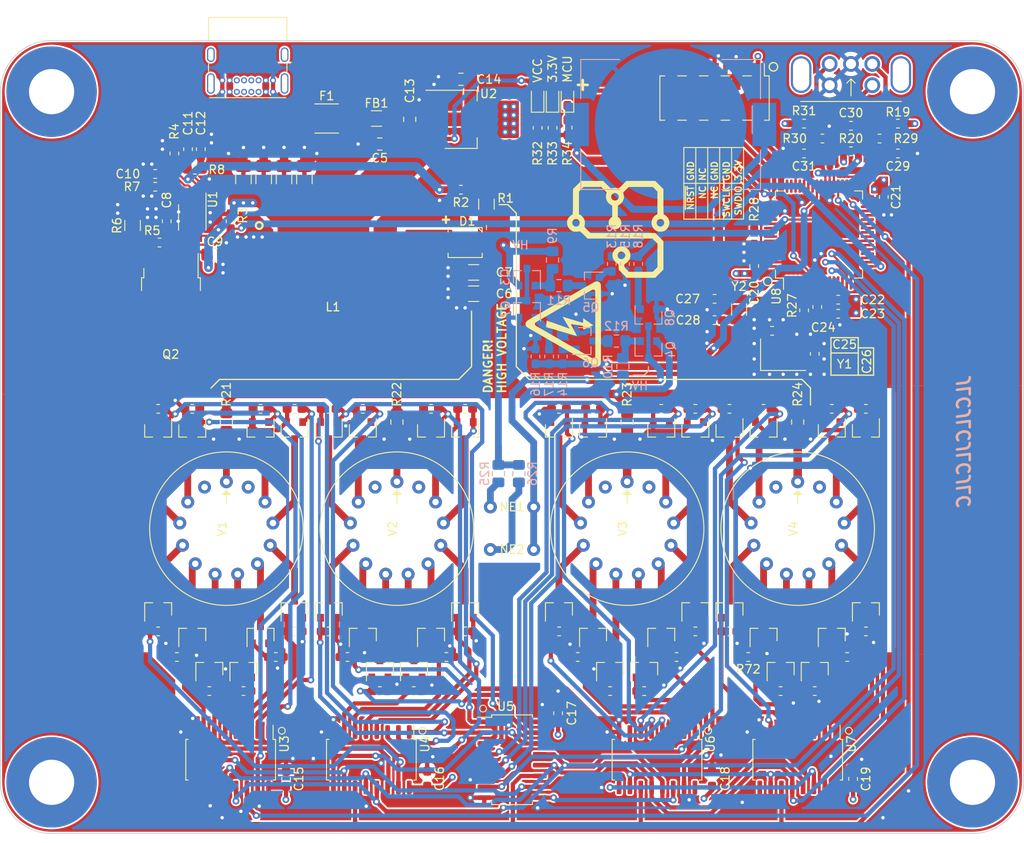
<source format=kicad_pcb>
(kicad_pcb (version 20210228) (generator pcbnew)
  (layers (0 "F.Cu" signal) (1 "In1.Cu" power) (2 "In2.Cu" power) (31 "B.Cu" signal) (34 "B.Paste" user) (35 "F.Paste" user) (36 "B.SilkS" user "B.Silkscreen") (37 "F.SilkS" user "F.Silkscreen") (38 "B.Mask" user) (39 "F.Mask" user) (44 "Edge.Cuts" user))
  (net 0 "")
  (net 1 "GND")
  (net 2 "VCC")
  (net 3 "Net-(D1-Pad2)")
  (net 4 "Net-(L1-Pad3)")
  (net 5 "Net-(R1-Pad2)")
  (net 6 "Net-(R7-Pad1)")
  (net 7 "HV")
  (net 8 "/cathode_sinks/NA0")
  (net 9 "/cathode_sinks/NA1")
  (net 10 "/cathode_registers/GA0")
  (net 11 "Net-(F1-Pad2)")
  (net 12 "/power_supply/FBX")
  (net 13 "/cathode_sinks/NA2")
  (net 14 "/cathode_registers/GA1")
  (net 15 "/cathode_sinks/NA3")
  (net 16 "/cathode_registers/GA2")
  (net 17 "/cathode_sinks/NA4")
  (net 18 "/cathode_registers/GA3")
  (net 19 "/cathode_sinks/NA5")
  (net 20 "/cathode_registers/GA4")
  (net 21 "/cathode_sinks/NA6")
  (net 22 "/cathode_registers/GA5")
  (net 23 "/cathode_sinks/NA7")
  (net 24 "/cathode_registers/GA6")
  (net 25 "/cathode_sinks/NA8")
  (net 26 "/cathode_registers/GA7")
  (net 27 "/cathode_sinks/NA9")
  (net 28 "/cathode_registers/GA8")
  (net 29 "/cathode_sinks/NB0")
  (net 30 "/cathode_registers/GA9")
  (net 31 "/cathode_sinks/NB1")
  (net 32 "/cathode_registers/GB0")
  (net 33 "/cathode_sinks/NB2")
  (net 34 "/cathode_registers/GB1")
  (net 35 "/cathode_sinks/NB3")
  (net 36 "/cathode_registers/GB2")
  (net 37 "/cathode_sinks/NB4")
  (net 38 "/cathode_registers/GB3")
  (net 39 "/cathode_sinks/NB5")
  (net 40 "/cathode_registers/GB4")
  (net 41 "/cathode_sinks/NB6")
  (net 42 "/cathode_registers/GB5")
  (net 43 "/cathode_sinks/NB7")
  (net 44 "/cathode_registers/GB6")
  (net 45 "/cathode_sinks/NB8")
  (net 46 "/cathode_registers/GB7")
  (net 47 "/cathode_sinks/NB9")
  (net 48 "/cathode_registers/GB8")
  (net 49 "/cathode_sinks/NC0")
  (net 50 "/cathode_registers/GB9")
  (net 51 "/cathode_sinks/NC1")
  (net 52 "/cathode_registers/GC0")
  (net 53 "/cathode_sinks/NC2")
  (net 54 "/cathode_registers/GC1")
  (net 55 "/cathode_sinks/NC3")
  (net 56 "/cathode_registers/GC2")
  (net 57 "/cathode_sinks/NC4")
  (net 58 "/cathode_registers/GC3")
  (net 59 "/cathode_sinks/NC5")
  (net 60 "/cathode_registers/GC4")
  (net 61 "/cathode_sinks/NC6")
  (net 62 "/cathode_registers/GC5")
  (net 63 "/cathode_sinks/NC7")
  (net 64 "/cathode_registers/GC6")
  (net 65 "/cathode_sinks/NC8")
  (net 66 "/cathode_registers/GC7")
  (net 67 "/cathode_sinks/NC9")
  (net 68 "/cathode_registers/GC8")
  (net 69 "/cathode_sinks/ND0")
  (net 70 "/cathode_registers/GC9")
  (net 71 "/cathode_sinks/ND1")
  (net 72 "/cathode_registers/GD0")
  (net 73 "/cathode_sinks/ND2")
  (net 74 "/nixie_tubes/NEH+")
  (net 75 "/nixie_tubes/NEH-")
  (net 76 "/cathode_registers/GD1")
  (net 77 "/cathode_sinks/ND3")
  (net 78 "/cathode_registers/GD2")
  (net 79 "/cathode_sinks/ND4")
  (net 80 "/cathode_registers/GD3")
  (net 81 "/cathode_sinks/ND5")
  (net 82 "/cathode_registers/GD4")
  (net 83 "/cathode_sinks/ND6")
  (net 84 "/cathode_registers/GD5")
  (net 85 "/cathode_sinks/ND7")
  (net 86 "/cathode_registers/GD6")
  (net 87 "/cathode_sinks/ND8")
  (net 88 "/cathode_registers/GD7")
  (net 89 "/cathode_sinks/ND9")
  (net 90 "/cathode_registers/GD8")
  (net 91 "/cathode_registers/~OE")
  (net 92 "/cathode_registers/LCLK")
  (net 93 "/cathode_registers/CLK")
  (net 94 "/cathode_registers/~RES")
  (net 95 "Net-(U5-Pad9)")
  (net 96 "Net-(U6-Pad9)")
  (net 97 "Net-(C10-Pad1)")
  (net 98 "Net-(Q2-Pad1)")
  (net 99 "Net-(Q2-Pad3)")
  (net 100 "Net-(U3-Pad9)")
  (net 101 "Net-(U4-Pad9)")
  (net 102 "Net-(C11-Pad1)")
  (net 103 "Net-(C8-Pad1)")
  (net 104 "Net-(C12-Pad1)")
  (net 105 "/cathode_registers/GD9")
  (net 106 "/microcontroller/VBAT")
  (net 107 "/microcontroller/~NRST")
  (net 108 "/microcontroller/SWDCLK")
  (net 109 "/microcontroller/SWDIO")
  (net 110 "+3V3")
  (net 111 "/cathode_registers/D")
  (net 112 "/microcontroller/~SHDN")
  (net 113 "+5V")
  (net 115 "Net-(NE1-Pad2)")
  (net 116 "Net-(Q4-Pad1)")
  (net 117 "Net-(Q5-Pad3)")
  (net 118 "/microcontroller/~TIM1_CH1N")
  (net 119 "/microcontroller/TIM1_CH1")
  (net 120 "Net-(R22-Pad2)")
  (net 121 "Net-(Q5-Pad1)")
  (net 122 "Net-(Q7-Pad1)")
  (net 123 "Net-(Q6-Pad3)")
  (net 124 "Net-(R23-Pad2)")
  (net 125 "Net-(R24-Pad2)")
  (net 126 "/microcontroller/OSC_OUT")
  (net 127 "Net-(R28-Pad2)")
  (net 128 "Net-(R21-Pad2)")
  (net 129 "Net-(Q6-Pad1)")
  (net 130 "Net-(Q8-Pad1)")
  (net 131 "Net-(C26-Pad1)")
  (net 132 "/microcontroller/OSC_IN")
  (net 133 "/microcontroller/OSC32_IN")
  (net 134 "/microcontroller/OSC32_OUT")
  (net 135 "Net-(R30-Pad2)")
  (net 136 "Net-(R19-Pad2)")
  (net 137 "/microcontroller/ENC_SW")
  (net 138 "/microcontroller/ENC_A")
  (net 139 "/microcontroller/ENC_B")
  (net 140 "Net-(D2-Pad1)")
  (net 141 "Net-(D3-Pad1)")
  (net 142 "Net-(D4-Pad2)")
  (net 143 "Net-(D4-Pad1)")
  (net 144 "Net-(R11-Pad2)")
  (net 145 "Net-(NE2-Pad2)")
  (footprint "Package_TO_SOT_SMD:SOT-23" (layer "F.Cu") (at 151.5 115.75 -90)
    (fp_text reference "Q41")
    (fp_text value "BSS131")
  )
  (footprint "Resistor_SMD:R_0603_1608Metric_Pad1.05x0.95mm_HandSolder" (layer "F.Cu") (at 92.5 113.2 180)
    (fp_text reference "R45")
    (fp_text value "1M")
  )
  (footprint "Resistor_SMD:R_0603_1608Metric_Pad1.05x0.95mm_HandSolder" (layer "F.Cu") (at 88.5 139.3)
    (fp_text reference "R53")
    (fp_text value "1M")
  )
  (footprint "Package_TO_SOT_SMD:SOT-23" (layer "F.Cu") (at 131.5 136.7 90)
    (fp_text reference "Q32")
    (fp_text value "BSS131")
  )
  (footprint "Resistor_SMD:R_0603_1608Metric_Pad1.05x0.95mm_HandSolder" (layer "F.Cu") (at 141.5 146.3)
    (fp_text reference "R71")
    (fp_text value "1M")
  )
  (footprint "Crystal:Crystal_SMD_5032-4Pin_5.0x3.2mm" (layer "F.Cu") (at 141.8 106.85)
    (fp_text reference "Y1")
    (fp_text value "8MHz")
  )
  (footprint "Package_SO:SOIC-16_4.55x10.3mm_P1.27mm" (layer "F.Cu") (at 127 154.35 -90)
    (fp_text reference "U6")
    (fp_text value "74HC595")
  )
  (footprint "Package_TO_SOT_SMD:SOT-23" (layer "F.Cu") (at 72.5 139.7 90)
    (fp_text reference "Q16")
    (fp_text value "BSS131")
  )
  (footprint "Resistor_SMD:R_0603_1608Metric_Pad1.05x0.95mm_HandSolder" (layer "F.Cu") (at 129.3 142.3)
    (fp_text reference "R59")
    (fp_text value "1M")
  )
  (footprint "Capacitor_SMD:C_1206_3216Metric_Pad1.42x1.75mm_HandSolder" (layer "F.Cu") (at 85.6488 86.2076 90)
    (fp_text reference "C4")
    (fp_text value "47uF")
  )
  (footprint "Resistor_SMD:R_0603_1608Metric_Pad1.05x0.95mm_HandSolder" (layer "F.Cu") (at 135.5 113.2 180)
    (fp_text reference "R74")
    (fp_text value "1M")
  )
  (footprint "Package_TO_SOT_SMD:SOT-23" (layer "F.Cu") (at 119.5 139.7 90)
    (fp_text reference "Q36")
    (fp_text value "BSS131")
  )
  (footprint "Package_TO_SOT_SMD:SOT-23" (layer "F.Cu") (at 115.5 115.75 -90)
    (fp_text reference "Q38")
    (fp_text value "BSS131")
  )
  (footprint "Package_SO:SOIC-16_4.55x10.3mm_P1.27mm" (layer "F.Cu") (at 93.5 154.35 -90)
    (fp_text reference "U4")
    (fp_text value "74HC595")
  )
  (footprint "Package_TO_SOT_SMD:SOT-23" (layer "F.Cu") (at 84.5 136.7 90)
    (fp_text reference "Q12")
    (fp_text value "BSS131")
  )
  (footprint "Capacitor_SMD:C_1206_3216Metric_Pad1.42x1.75mm_HandSolder" (layer "F.Cu") (at 80.8736 86.2 90)
    (fp_text reference "C2")
    (fp_text value "47uF")
  )
  (footprint "Capacitor_SMD:C_0603_1608Metric_Pad1.05x0.95mm_HandSolder" (layer "F.Cu") (at 145.8 101.25 -90)
    (fp_text reference "C24")
    (fp_text value "100nF")
  )
  (footprint "Capacitor_SMD:C_0603_1608Metric_Pad1.05x0.95mm_HandSolder" (layer "F.Cu") (at 149.75 80)
    (fp_text reference "C30")
    (fp_text value "10nF")
  )
  (footprint "Resistor_SMD:R_0603_1608Metric_Pad1.05x0.95mm_HandSolder" (layer "F.Cu") (at 131.5 113.2 180)
    (fp_text reference "R57")
    (fp_text value "1M")
  )
  (footprint "Capacitor_SMD:C_1206_3216Metric_Pad1.42x1.75mm_HandSolder" (layer "F.Cu") (at 105.5 99.7 180)
    (fp_text reference "C6")
    (fp_text value "220nF")
  )
  (footprint "Capacitor_SMD:C_0603_1608Metric_Pad1.05x0.95mm_HandSolder" (layer "F.Cu") (at 100.05 156.575 90)
    (fp_text reference "C16")
    (fp_text value "100nF")
  )
  (footprint "Capacitor_SMD:C_0603_1608Metric_Pad1.05x0.95mm_HandSolder" (layer "F.Cu") (at 155.25 83.25)
    (fp_text reference "C29")
    (fp_text value "10nF")
  )
  (footprint "Capacitor_SMD:C_0603_1608Metric_Pad1.05x0.95mm_HandSolder" (layer "F.Cu") (at 140.5 104.05 180)
    (fp_text reference "C25")
    (fp_text value "10pF")
  )
  (footprint "Resistor_SMD:R_0603_1608Metric_Pad1.05x0.95mm_HandSolder" (layer "F.Cu") (at 149.3 142.3)
    (fp_text reference "R69")
    (fp_text value "1M")
  )
  (footprint "Package_TO_SOT_SMD:SOT-23" (layer "F.Cu") (at 145.5 143.7 90)
    (fp_text reference "Q44")
    (fp_text value "BSS131")
  )
  (footprint "nixieclock_graphics:high_voltage" (layer "F.Cu") (at 116 103.25 90)
    (fp_text reference "G1" hide)
    (fp_text value "LOGO" hide)
  )
  (footprint "Resistor_SMD:R_0603_1608Metric_Pad1.05x0.95mm_HandSolder" (layer "F.Cu") (at 68.5 139.3)
    (fp_text reference "R43")
    (fp_text value "1M")
  )
  (footprint "Resistor_SMD:R_0603_1608Metric_Pad1.05x0.95mm_HandSolder" (layer "F.Cu") (at 145.5 146.3)
    (fp_text reference "R70")
    (fp_text value "1M")
  )
  (footprint "Capacitor_SMD:C_0603_1608Metric_Pad1.05x0.95mm_HandSolder" (layer "F.Cu") (at 73.5 82.75 90)
    (fp_text reference "C12")
    (fp_text value "22nF")
  )
  (footprint "Package_TO_SOT_SMD:SOT-23" (layer "F.Cu") (at 151.5 136.7 90)
    (fp_text reference "Q42")
    (fp_text value "BSS131")
  )
  (footprint "Package_TO_SOT_SMD:SOT-23" (layer "F.Cu") (at 131.5 115.75 -90)
    (fp_text reference "Q31")
    (fp_text value "BSS131")
  )
  (footprint "Package_TO_SOT_SMD:SOT-23" (layer "F.Cu") (at 139.5 115.75 -90)
    (fp_text reference "Q39")
    (fp_text value "BSS131")
  )
  (footprint "Package_TO_SOT_SMD:SOT-23" (layer "F.Cu") (at 68.5 136.7 90)
    (fp_text reference "Q17")
    (fp_text value "BSS131")
  )
  (footprint "Resistor_SMD:R_0805_2012Metric_Pad1.15x1.40mm_HandSolder" (layer "F.Cu") (at 123.5 114.75 -90)
    (fp_text reference "R23")
    (fp_text value "13k")
  )
  (footprint "Resistor_SMD:R_1206_3216Metric_Pad1.42x1.75mm_HandSolder" (layer "F.Cu") (at 107 89.200001 90)
    (fp_text reference "R1")
    (fp_text value "1M")
  )
  (footprint "Connector_USB:USB_C_Receptacle_GCT_USB4085" (layer "F.Cu") (at 81.975 76.025 180)
    (fp_text reference "J1")
    (fp_text value "USB_C_Receptacle_USB2.0")
  )
  (footprint "LED_SMD:LED_0603_1608Metric_Pad1.05x0.95mm_HandSolder" (layer "F.Cu") (at 114.75 76.75 90)
    (fp_text reference "D3")
    (fp_text value "LTST-C190GKT")
  )
  (footprint "Resistor_SMD:R_0603_1608Metric_Pad1.05x0.95mm_HandSolder" (layer "F.Cu") (at 102.3 142.3)
    (fp_text reference "R49")
    (fp_text value "1M")
  )
  (footprint "Resistor_SMD:R_0805_2012Metric_Pad1.15x1.40mm_HandSolder" (layer "F.Cu") (at 76.5 114.75 -90)
    (fp_text reference "R21")
    (fp_text value "13k")
  )
  (footprint "Resistor_SMD:R_0603_1608Metric_Pad1.05x0.95mm_HandSolder" (layer "F.Cu") (at 127.5 113.2 180)
    (fp_text reference "R56")
    (fp_text value "1M")
  )
  (footprint "Personal:DA2032-AL" (layer "F.Cu") (at 89 101.2)
    (fp_text reference "L1")
    (fp_text value "DA2032")
  )
  (footprint "Resistor_SMD:R_0603_1608Metric_Pad1.05x0.95mm_HandSolder" (layer "F.Cu") (at 68.655 93.700001)
    (fp_text reference "R5")
    (fp_text value "22")
  )
  (footprint "Resistor_SMD:R_0603_1608Metric_Pad1.05x0.95mm_HandSolder" (layer "F.Cu") (at 155.25 79.75 180)
    (fp_text reference "R19")
    (fp_text value "10k")
  )
  (footprint "Capacitor_SMD:C_0603_1608Metric_Pad1.05x0.95mm_HandSolder" (layer "F.Cu") (at 72 82.75 90)
    (fp_text reference "C11")
    (fp_text value "100pF")
  )
  (footprint "MountingHole:MountingHole_5.3mm_M5_Pad" (layer "F.Cu") (at 56 76)
    (fp_text reference "H1")
    (fp_text value "MountingHole")
  )
  (footprint "Package_TO_SOT_SMD:SOT-23" (layer "F.Cu") (at 98.5 143.7 90)
    (fp_text reference "Q24")
    (fp_text value "BSS131")
  )
  (footprint "Personal:EN11-VSM1AF20" (layer "F.Cu") (at 149.75 74 180)
    (fp_text reference "SW1")
    (fp_text value "EN11-VSM")
  )
  (footprint "Package_TO_SOT_SMD:SOT-23" (layer "F.Cu") (at 94.5 143.7 90)
    (fp_text reference "Q25")
    (fp_text value "BSS131")
  )
  (footprint "Resistor_SMD:R_0603_1608Metric_Pad1.05x0.95mm_HandSolder" (layer "F.Cu") (at 119.5 113.2 180)
    (fp_text reference "R55")
    (fp_text value "1M")
  )
  (footprint "Capacitor_SMD:C_0603_1608Metric_Pad1.05x0.95mm_HandSolder" (layer "F.Cu") (at 148.25 102.05 180)
    (fp_text reference "C23")
    (fp_text value "1uF")
  )
  (footprint "Resistor_SMD:R_0603_1608Metric_Pad1.05x0.95mm_HandSolder" (layer "F.Cu") (at 115.525 139.3)
    (fp_text reference "R63")
    (fp_text value "1M")
  )
  (footprint "MountingHole:MountingHole_5.3mm_M5_Pad" (layer "F.Cu") (at 56 157)
    (fp_text reference "H2")
    (fp_text value "MountingHole")
  )
  (footprint "Resistor_SMD:R_0603_1608Metric_Pad1.05x0.95mm_HandSolder" (layer "F.Cu") (at 121.5 146.3)
    (fp_text reference "R61")
    (fp_text value "1M")
  )
  (footprint "Capacitor_SMD:C_0805_2012Metric_Pad1.15x1.40mm_HandSolder" (layer "F.Cu") (at 94.488 82.1436 180)
    (fp_text reference "C5")
    (fp_text value "10uF")
  )
  (footprint "Capacitor_SMD:C_0603_1608Metric_Pad1.05x0.95mm_HandSolder" (layer "F.Cu") (at 69.5 91.200001 90)
    (fp_text reference "C8")
    (fp_text value "10nF")
  )
  (footprint "Resistor_SMD:R_0603_1608Metric_Pad1.05x0.95mm_HandSolder" (layer "F.Cu") (at 153.1 81.5 180)
    (fp_text reference "R29")
    (fp_text value "10k")
  )
  (footprint "Package_TO_SOT_SMD:TO-252-2" (layer "F.Cu") (at 69.999999 100.300001 -90)
    (fp_text reference "Q2")
    (fp_text value "IRLR3110ZTRPBF")
  )
  (footprint "Package_SO:SOIC-16_4.55x10.3mm_P1.27mm" (layer "F.Cu") (at 110 154.35)
    (fp_text reference "U5")
    (fp_text value "74HC595")
  )
  (footprint "Package_TO_SOT_SMD:SOT-23" (layer "F.Cu") (at 125.5 143.7 90)
    (fp_text reference "Q34")
    (fp_text value "BSS131")
  )
  (footprint "Package_QFP:LQFP-64_10x10mm_P0.5mm" (layer "F.Cu") (at 146 92.75 90)
    (fp_text reference "U8")
    (fp_text value "STM32F051R4Tx")
  )
  (footprint "Package_TO_SOT_SMD:SOT-23" (layer "F.Cu") (at 92.5 115.75 -90)
    (fp_text reference "Q19")
    (fp_text value "BSS131")
  )
  (footprint "Resistor_SMD:R_0603_1608Metric_Pad1.05x0.95mm_HandSolder" (layer "F.Cu") (at 125.5 146.3)
    (fp_text reference "R60")
    (fp_text value "1M")
  )
  (footprint "MountingHole:MountingHole_5.3mm_M5_Pad" (layer "F.Cu") (at 164 76)
    (fp_text reference "H4")
    (fp_text value "MountingHole")
  )
  (footprint "Resistor_SMD:R_0603_1608Metric_Pad1.05x0.95mm_HandSolder" (layer "F.Cu") (at 144.25 101.65 -90)
    (fp_text reference "R27")
    (fp_text value "22")
  )
  (footprint "Package_TO_SOT_SMD:SOT-23" (layer "F.Cu") (at 147.5 115.75 -90)
    (fp_text reference "Q40")
    (fp_text value "BSS131")
  )
  (footprint "Package_TO_SOT_SMD:SOT-23" (layer "F.Cu") (at 88.5 115.75 -90)
    (fp_text reference "Q28")
    (fp_text value "BSS131")
  )
  (footprint "Resistor_SMD:R_0603_1608Metric_Pad1.05x0.95mm_HandSolder" (layer "F.Cu") (at 116.51 80.21 -90)
    (fp_text reference "R34")
    (fp_text value "1.2k")
  )
  (footprint "Package_TO_SOT_SMD:SOT-23" (layer "F.Cu") (at 127.5 139.7 90)
    (fp_text reference "Q33")
    (fp_text value "BSS131")
  )
  (footprint "Resistor_SMD:R_0603_1608Metric_Pad1.05x0.95mm_HandSolder" (layer "F.Cu") (at 68.5 113.2 180)
    (fp_text reference "R44")
    (fp_text value "1M")
  )
  (footprint "Capacitor_SMD:C_0603_1608Metric_Pad1.05x0.95mm_HandSolder" (layer "F.Cu") (at 133.75 102.8 180)
    (fp_text reference "C28")
    (fp_text value "15pF")
  )
  (footprint "Resistor_SMD:R_0603_1608Metric_Pad1.05x0.95mm_HandSolder" (layer "F.Cu") (at 70.7 142.3 180)
    (fp_text reference "R42")
    (fp_text value "1M")
  )
  (footprint "Resistor_SMD:R_0603_1608Metric_Pad1.05x0.95mm_HandSolder" (layer "F.Cu") (at 113 80.25 -90)
    (fp_text reference "R32")
    (fp_text value "3.3k")
  )
  (footprint "Resistor_SMD:R_0603_1608Metric_Pad1.05x0.95mm_HandSolder" (layer "F.Cu") (at 90.7 142.3 180)
    (fp_text reference "R52")
    (fp_text value "1M")
  )
  (footprint "Resistor_SMD:R_0603_1608Metric_Pad1.05x0.95mm_HandSolder" (layer "F.Cu") (at 144.25 79.75 180)
    (fp_text reference "R31")
    (fp_text value "10k")
  )
  (footprint "Crystal:Crystal_SMD_3215-2Pin_3.2x1.5mm" (layer "F.Cu") (at 136.63 101.55 90)
    (fp_text reference "Y2")
    (fp_text value "32.768kHz")
  )
  (footprint "LED_SMD:LED_0603_1608Metric_Pad1.05x0.95mm_HandSolder" (layer "F.Cu") (at 116.5 76.75 90)
    (fp_text reference "D4")
    (fp_text value "LTST-C190GKT")
  )
  (footprint "Resistor_SMD:R_0603_1608Metric_Pad1.05x0.95mm_HandSolder" (layer "F.Cu") (at 72.5 113.2 180)
    (fp_text reference "R35")
    (fp_text value "1M")
  )
  (footprint "Resistor_SMD:R_0603_1608Metric_Pad1.05x0.95mm_HandSolder" (layer "F.Cu") (at 94.5 146.3)
    (fp_text reference "R51")
    (fp_text value "1M")
  )
  (footprint "Connector_PinHeader_2.54mm:PinHeader_2x05_P2.54mm_Vertical_SMD" (layer "F.Cu") (at 133.75 76.75 -90)
    (fp_text reference "J2")
    (fp_text value "Conn_ARM_JTAG_SWD_10")
  )
  (footprint "MountingHole:MountingHole_5.3mm_M5_Pad" (layer "F.Cu") (at 164 157)
    (fp_text reference "H3")
    (fp_text value "MountingHole")
  )
  (footprint "Resistor_SMD:R_0603_1608Metric_Pad1.05x0.95mm_HandSolder" (layer "F.Cu") (at 82.3 142.3)
    (fp_text reference "R39")
    (fp_text value "1M")
  )
  (footprint "Package_TO_SOT_SMD:SOT-23" (layer "F.Cu") (at 84.5 115.75 -90)
    (fp_text reference "Q11")
    (fp_text value "BSS131")
  )
  (footprint "Resistor_SMD:R_0603_1608Metric_Pad1.05x0.95mm_HandSolder" (layer "F.Cu") (at 72.8 85.15)
    (fp_text reference "R8")
    (fp_text value "10k")
  )
  (footprint "Capacitor_SMD:C_0603_1608Metric_Pad1.05x0.95mm_HandSolder" (layer "F.Cu") (at 133.75 100.3 180)
    (fp_text reference "C27")
    (fp_text value "15pF")
  )
  (footprint "Resistor_SMD:R_0603_1608Metric_Pad1.05x0.95mm_HandSolder" (layer "F.Cu") (at 137.7 142.3 180)
    (fp_text reference "R72")
    (fp_text value "1M")
  )
  (footprint "Resistor_SMD:R_0603_1608Metric_Pad1.05x0.95mm_HandSolder" (layer "F.Cu") (at 151.5 139.3)
    (fp_text reference "R68")
    (fp_text value "1M")
  )
  (footprint "Resistor_SMD:R_0603_1608Metric_Pad1.05x0.95mm_HandSolder" (layer "F.Cu") (at 74.5 146.3)
    (fp_text reference "R41")
    (fp_text value "1M")
  )
  (footprint "Package_TO_SOT_SMD:SOT-23" (layer "F.Cu") (at 135.5 136.7 90)
    (fp_text reference "Q47")
    (fp_text value "BSS131")
  )
  (footprint "Package_TO_SOT_SMD:SOT-23" (layer "F.Cu") (at 92.5 139.7 90)
    (fp_text reference "Q26")
    (fp_text value "BSS131")
  )
  (footprint "Capacitor_SMD:C_0603_1608Metric_Pad1.05x0.95mm_HandSolder" (layer "F.Cu") (at 138.4 96.45 90)
    (fp_text reference "C20")
    (fp_text value "100nF")
  )
  (footprint "Capacitor_SMD:C_0603_1608Metric_Pad1.05x0.95mm_HandSolder" (layer "F.Cu") (at 153.6 88.35 -90)
    (fp_text reference "C21")
    (fp_text value "100nF")
  )
  (footprint "Resistor_SMD:R_0603_1608Metric_Pad1.05x0.95mm_HandSolder" (layer "F.Cu") (at 104.5 139.3)
    (fp_text reference "R48")
    (fp_text value "1M")
  )
  (footprint "Package_TO_SOT_SMD:SOT-23" (layer "F.Cu") (at 147.5 139.7 90)
    (fp_text reference "Q43")
    (fp_text value "BSS131")
  )
  (footprint "Resistor_SMD:R_0603_1608Metric_Pad1.05x0.95mm_HandSolder" (layer "F.Cu") (at 77 91.200001 -90)
    (fp_text reference "R3")
    (fp_text value "10k")
  )
  (footprint "Package_SO:SOIC-16_4.55x10.3mm_P1.27mm" (layer "F.Cu") (at 77 154.35 -90)
    (fp_text reference "U3")
    (fp_text value "74HC595")
  )
  (footprint "Package_TO_SOT_SMD:SOT-23" (layer "F.Cu") (at 141.5 143.7 90)
    (fp_text reference "Q45")
    (fp_text value "BSS131")
  )
  (footprint "Capacitor_SMD:C_1206_3216Metric_Pad1.42x1.75mm_HandSolder" (layer "F.Cu") (at 105.5 97.199999 180)
    (fp_text reference "C7")
    (fp_text value "220nF")
  )
  (footprint "Capacitor_SMD:C_0603_1608Metric_Pad1.05x0.95mm_HandSolder" (layer "F.Cu") (at 83.5 156.6 90)
    (fp_text reference "C15")
    (fp_text value "100nF")
  )
  (footprint "Capacitor_SMD:C_0603_1608Metric_Pad1.05x0.95mm_HandSolder" (layer "F.Cu") (at 133.45 156.575 90)
    (fp_text reference "C18")
    (fp_text value "100nF")
  )
  (footprint "Resistor_SMD:R_0603_1608Metric_Pad1.05x0.95mm_HandSolder" (layer "F.Cu") (at 135.5 139.3)
    (fp_text reference "R73")
    (fp_text value "1M")
  )
  (footprint "Resistor_SMD:R_0603_1608Metric_Pad1.05x0.95mm_HandSolder" (layer "F.Cu") (at 78.5 146.3)
    (fp_text reference "R40")
    (fp_text value "1M")
  )
  (footprint "Capacitor_SMD:C_0805_2012Metric_Pad1.15x1.40mm_HandSolder" (layer "F.Cu") (at 75.155001 95.100001)
    (fp_text reference "C9")
    (fp_text value "10uF")
  )
  (footprint "Personal:IN-14" (layer "F.Cu") (at 76.5 127.25 90)
    (fp_text reference "V1")
    (fp_text value "IN14")
  )
  (footprint "Package_TO_SOT_SMD:SOT-23" (layer "F.Cu") (at 88.5 136.7 90)
    (fp_text reference "Q27")
    (fp_text value "BSS131")
  )
  (footprint "Package_TO_SOT_SMD:SOT-23" (layer "F.Cu") (at 104.5 115.75 -90)
    (fp_text reference "Q21")
    (fp_text value "BSS131")
  )
  (footprint "Personal:IN-14" (layer "F.Cu") (at 96.5 127.25 90)
    (fp_text reference "V2")
    (fp_text value "IN14")
  )
  (footprint "Inductor_SMD:L_1206_3216Metric_Pad1.42x1.75mm_HandSolder" (layer "F.Cu") (at 94.107 79.15 180)
    (fp_text reference "FB1")
    (fp_text value "100 @ 100MHz")
  )
  (footprint "Package_TO_SOT_SMD:SOT-23" (layer "F.Cu") (at 74.5 143.7 90)
    (fp_text reference "Q15")
    (fp_text value "BSS131")
  )
  (footprint "Package_TO_SOT_SMD:SOT-23" (layer "F.Cu") (at 72.5 115.75 -90)
    (fp_text reference "Q9")
    (fp_text value "BSS131")
  )
  (footprint "Capacitor_SMD:C_0603_1608Metric_Pad1.05x0.95mm_HandSolder" (layer "F.Cu") (at 145.5 106.75 -90)
    (fp_text reference "C26")
    (fp_text value "10pF")
  )
  (footprint "Resistor_SMD:R_0603_1608Metric_Pad1.05x0.95mm_HandSolder" (layer "F.Cu") (at 131.5 139.3)
    (fp_text reference "R58")
    (fp_text value "1M")
  )
  (footprint "Resistor_SMD:R_0603_1608Metric_Pad1.05x0.95mm_HandSolder" (layer "F.Cu") (at 70.4 83.25 90)
    (fp_text reference "R4")
    (fp_text value "10k")
  )
  (footprint "Capacitor_SMD:C_0603_1608Metric_Pad1.05x0.95mm_HandSolder" (layer "F.Cu") (at 150 156.6 90)
    (fp_text reference "C19")
    (fp_text value "100nF")
  )
  (footprint "Resistor_SMD:R_0603_1608Metric_Pad1.05x0.95mm_HandSolder" (layer "F.Cu") (at 115.5 113.2 180)
    (fp_text reference "R64")
    (fp_text value "1M")
  )
  (footprint "Resistor_SMD:R_0805_2012Metric_Pad1.15x1.40mm_HandSolder" (layer "F.Cu") (at 143.5 114.75 -90)
    (fp_text reference "R24")
    (fp_text value "13k")
  )
  (footprint "Package_TO_SOT_SMD:SOT-23" (layer "F.Cu") (at 127.5 115.75 -90)
    (fp_text reference "Q30")
    (fp_text value "BSS131")
  )
  (footprint "Resistor_SMD:R_0603_1608Metric_Pad1.05x0.95mm_HandSolder" (layer "F.Cu") (at 80.5 113.2 180)
    (fp_text reference "R36")
    (fp_text value "1M")
  )
  (footprint "Package_TO_SOT_SMD:SOT-23" (layer "F.Cu") (at 121.5 143.7 90)
    (fp_text reference "Q35")
    (fp_text value "BSS131")
  )
  (footprint "Package_TO_SOT_SMD:SOT-23" (layer "F.Cu") (at 80.5 115.75 -90)
    (fp_text reference "Q10")
    (fp_text value "BSS131")
  )
  (footprint "Resistor_SMD:R_0603_1608Metric_Pad1.05x0.95mm_HandSolder" (layer "F.Cu") (at 84.5 139.3)
    (fp_text reference "R38")
    (fp_text value "1M")
  )
  (footprint "Package_TO_SOT_SMD:SOT-23" (layer "F.Cu") (at 135.5 115.75 -90)
    (fp_text reference "Q48")
    (fp_text value "BSS131")
  )
  (footprint "Resistor_SMD:R_0603_1608Metric_Pad1.05x0.95mm_HandSolder" (layer "F.Cu") (at 146.4 81.5 180)
    (fp_text reference "R30")
    (fp_text value "10k")
  )
  (footprint "Resistor_SMD:R_0603_1608Metric_Pad1.05x0.95mm_HandSolder" (layer "F.Cu") (at 104.5 113.2 180)
    (fp_text reference "R47")
    (fp_text value "1M")
  )
  (footprint "Personal:ARM-JTAG-10-SILK" (layer "F.Cu") (at 133.75 86.75 -90)
    (fp_text reference "G**" hide)
    (fp_text value "ARM-JTAG-10-SILK")
  )
  (footprint "Capacitor_SMD:C_1206_3216Metric_Pad1.42x1.75mm_HandSolder" (layer "F.Cu") (at 78.5 86.2 90)
    (fp_text reference "C1")
    (fp_text value "47uF")
  )
  (footprint "Resistor_SMD:R_0603_1608Metric_Pad1.05x0.95mm_HandSolder" (layer "F.Cu") (at 151.5 113.2 180)
    (fp_text reference "R67")
    (fp_text value "1M")
  )
  (footprint "Resistor_SMD:R_0603_1608Metric_Pad1.05x0.95mm_HandSolder" (layer "F.Cu") (at 84.5 113.2 180)
    (fp_text reference "R37")
    (fp_text value "1M")
  )
  (footprint "Capacitor_SMD:C_0603_1608Metric_Pad1.05x0.95mm_HandSolder" (layer "F.Cu") (at 144.25 83.25)
    (fp_text reference "C31")
    (fp_text value "10nF")
  )
  (footprint "Resistor_SMD:R_0603_1608Metric_Pad1.05x0.95mm_HandSolder" (layer "F.Cu") (at 147.5 113.2 180)
    (fp_text reference "R66")
    (fp_text value "1M")
  )
  (footprint "Package_SO:SOIC-16_4.55x10.3mm_P1.27mm" (layer "F.Cu") (at 143.5 154.35 -90)
    (fp_text reference "U7")
    (fp_text value "74HC595")
  )
  (footprint "Personal:NE-2" (layer "F.Cu") (at 110 124.705983 -90)
    (fp_text reference "NE1")
    (fp_text value "NE-2" hide)
  )
  (footprint "Personal:IN-14" (layer "F.Cu") (at 143.5 127.25 90)
    (fp_text reference "V4")
    (fp_text value "IN14")
  )
  (footprint "Package_SO:MSOP-10-1EP_3x3mm_P0.5mm_EP1.68x1.88mm" (layer "F.Cu") (at 72.499999 90.75 -90)
    (fp_text reference "U1")
    (fp_text value "LT3757AEMSE")
  )
  (footprint "Resistor_SMD:R_0603_1608Metric_Pad1.05x0.95mm_HandSolder" (layer "F.Cu") (at 138.4 93.024999 90)
    (fp_text reference "R28")
    (fp_text value "10k")
  )
  (footprint "Package_TO_SOT_SMD:SOT-23" (layer "F.Cu") (at 80.5 139.7 90)
    (fp_text reference "Q13")
    (fp_text value "BSS131")
  )
  (footprint "Resistor_SMD:R_0603_1608Metric_Pad1.05x0.95mm_HandSolder" (layer "F.Cu") (at 100.5 113.2 180)
    (fp_text reference "R46")
    (fp_text value "1M")
  )
  (footprint "Resistor_SMD:R_0603_1608Metric_Pad1.05x0.95mm_HandSolder" (layer "F.Cu") (at 98.475 146.3)
    (fp_text reference "R50")
    (fp_text value "1M")
  )
  (footprint "Package_TO_SOT_SMD:SOT-23" (layer "F.Cu") (at 115.5 136.7 90)
    (fp_text reference "Q37")
    (fp_text value "BSS131")
  )
  (footprint "Package_TO_SOT_SMD:SOT-23" (layer "F.Cu") (at 139.5 139.7 90)
    (fp_text reference "Q46")
    (fp_text value "BSS131")
  )
  (footprint "Personal:SOD128" (layer "F.Cu") (at 104.500001 93.700001 -90)
    (fp_text reference "D1")
    (fp_text value "RFN1LAM6STR" hide)
  )
  (footprint "Resistor_SMD:R_0603_1608Metric_Pad1.05x0.95mm_HandSolder" (layer "F.Cu") (at 114.75 80.25 -90)
    (fp_text reference "R33")
    (fp_text value "1.2k")
  )
  (footprint "Package_TO_SOT_SMD:SOT-23" (layer "F.Cu") (at 68.5 115.75 -90)
    (fp_text reference "Q18")
    (fp_text value "BSS131")
  )
  (footprint "Capacitor_SMD:C_1206_3216Metric_Pad1.42x1.75mm_HandSolder" (layer "F.Cu") (at 83.2612 86.2076 90)
    (fp_text reference "C3")
    (fp_text value "47uF")
  )
  (footprint "Capacitor_SMD:C_0805_2012Metric_Pad1.15x1.40mm_HandSolder" (layer "F.Cu") (at 104 74.55 180)
    (fp_text reference "C14")
    (fp_text value "10uF")
  )
  (footprint "nixieclock_graphics:db_logo" (layer "F.Cu") (at 122.45 92.15 90)
    (fp_text reference "G2" hide)
    (fp_text value "LOGO" hide)
  )
  (footprint "Personal:IN-14" (layer "F.Cu") (at 123.5 127.25 90)
    (fp_text reference "V3")
    (fp_text value "IN14")
  )
  (footprint "Resistor_SMD:R_0603_1608Metric_Pad1.05x0.95mm_HandSolder" (layer "F.Cu") (at 117.7 142.3 180)
    (fp_text reference "R62")
    (fp_text value "1M")
  )
  (footprint "Package_TO_SOT_SMD:SOT-23" (layer "F.Cu") (at 78.5 143.7 90)
    (fp_text reference "Q14")
    (fp_text value "BSS131")
  )
  (footprint "Resistor_SMD:R_0603_1608Metric_Pad1.05x0.95mm_HandSolder" (layer "F.Cu") (at 68.149999 87.15 180)
    (fp_text reference "R7")
    (fp_text value "140k")
  )
  (footprint "Package_TO_SOT_SMD:SOT-23" (layer "F.Cu") (at 104.5 136.7 90)
    (fp_text reference "Q22")
    (fp_text value "BSS131")
  )
  (footprint "Package_TO_SOT_SMD:SOT-23" (layer "F.Cu") (at 100.5 115.75 -90)
    (fp_text reference "Q20")
    (fp_text value "BSS131")
  )
  (footprint "LED_SMD:LED_0603_1608Metric_Pad1.05x0.95mm_HandSolder" (layer "F.Cu") (at 113 76.75 90)
    (fp_text reference "D2")
    (fp_text value "LTST-C190GKT")
  )
  (footprint "Resistor_SMD:R_0603_1608Metric_Pad1.05x0.95mm_HandSolder" (layer "F.Cu") (at 88.5 113.2 180)
    (fp_text reference "R54")
    (fp_text value "1M")
  )
  (footprint "Package_TO_SOT_SMD:SOT-223-3_TabPin2" (layer "F.Cu") (at 104 79.25)
    (fp_text reference "U2")
    (fp_text value "AMS1117-3.3")
  )
  (footprint "Capacitor_SMD:C_0603_1608Metric_Pad1.05x0.95mm_HandSolder" (layer "F.Cu") (at 68.15 85.65 180)
    (fp_text reference "C10")
    (fp_text value "100nF")
  )
  (footprint "Capacitor_SMD:C_0603_1608Metric_Pad1.05x0.95mm_HandSolder" (layer "F.Cu") (at 148.25 100.4 180)
    (fp_text reference "C22")
    (fp_text value "10nF")
  )
  (footprint "Package_TO_SOT_SMD:SOT-23" (layer "F.Cu") (at 100.5 139.7 90)
    (fp_text reference "Q23")
    (fp_text value "BSS131")
  )
  (footprint "Capacitor_SMD:C_0805_2012Metric_Pad1.15x1.40mm_HandSolder" (layer "F.Cu") (at 98 79.25 90)
    (fp_text reference "C13")
    (fp_text value "10uF")
  )
  (footprint "Resistor_SMD:R_0603_1608Metric_Pad1.05x0.95mm_HandSolder" (layer "F.Cu") (at 104 87.5 180)
    (fp_text reference "R2")
    (fp_text value "63.4k")
  )
  (footprint "Fuse:Fuse_1812_4532Metric_Pad1.30x3.40mm_HandSolder" (layer "F.Cu") (at 88.265 79.15)
    (fp_text reference "F1")
    (fp_text value "2.2A")
  )
  (footprint "Capacitor_SMD:C_0603_1608Metric_Pad1.05x0.95mm_HandSolder" (layer "F.Cu") (at 115.4 148.9 90)
    (fp_text reference "C17")
    (fp_text value "100nF")
  )
  (footprint "Resistor_SMD:R_0603_1608Metric_Pad1.05x0.95mm_HandSolder" (layer "F.Cu") (at 139.5 113.2 180)
    (fp_text reference "R65")
    (fp_text value "1M")
  )
  (footprint "Resistor_SMD:R_0805_2012Metric_Pad1.15x1.40mm_HandSolder" (layer "F.Cu") (at 96.5 114.75 -90)
    (fp_text reference "R22")
    (fp_text value "13k")
  )
  (footprint "Personal:NE-2" (layer "F.Cu") (at 110 129.7 -90)
    (fp_text reference "NE2")
    (fp_text value "NE-2" hide)
  )
  (footprint "Resistor_SMD:R_1206_3216Metric_Pad1.42x1.75mm_HandSolder" (layer "F.Cu") (at 65.500001 91.700001 90)
    (fp_text reference "R6")
    (fp_text value "0.02")
  )
  (footprint "Package_TO_SOT_SMD:SOT-23" (layer "F.Cu") (at 119.5 115.75 -90)
    (fp_text reference "Q29")
    (fp_text value "BSS131")
  )
  (footprint "Resistor_SMD:R_0603_1608Metric_Pad1.05x0.95mm_HandSolder" (layer "F.Cu") (at 149.75 83)
    (fp_text reference "R20")
    (fp_text value "10k")
  )
  (footprint "Resistor_SMD:R_0805_2012Metric_Pad1.15x1.40mm_HandSolder" (layer "B.Cu") (at 123 108.25 90)
    (fp_text reference "R10")
    (fp_text value "10k")
  )
  (footprint "Package_TO_SOT_SMD:SOT-23" (layer "B.Cu") (at 119.25 98.75 180)
    (fp_text reference "Q5")
    (fp_text value "BSS131")
  )
  (footprint "Resistor_SMD:R_0603_1608Metric_Pad1.05x0.95mm_HandSolder" (layer "B.Cu") (at 124.8 96.2 -90)
    (fp_text reference "R18")
    (fp_text value "100")
  )
  (footprint "Resistor_SMD:R_0603_1608Metric_Pad1.05x0.95mm_HandSolder" (layer "B.Cu") (at 123.25 96.2 90)
    (fp_text reference "R15")
    (fp_text value "1M")
  )
  (footprint "Resistor_SMD:R_0603_1608Metric_Pad1.05x0.95mm_HandSolder" (layer "B.Cu") (at 114.35 107.05 90)
    (fp_text reference "R17")
    (fp_text value "100")
  )
  (footprint "Package_TO_SOT_SMD:SOT-23" (layer "B.Cu") (at 111.75 97.750001 90)
    (fp_text reference "Q3")
    (fp_text value "BSR92P")
  )
  (footprint "Package_TO_SOT_SMD:SOT-23" (layer "B.Cu") (at 118.5 105.25)
    (fp_text reference "Q6")
    (fp_text value "BSS131")
  )
  (footprint "Package_TO_SOT_SMD:SOT-23" (layer "B.Cu") (at 126 106.25 -90)
    (fp_text reference "Q4")
    (fp_text value "BSR92P")
  )
  (footprint "Resistor_SMD:R_0805_2012Metric_Pad1.15x1.40mm_HandSolder" (layer "B.Cu") (at 114.75 95.75 -90)
    (fp_text reference "R9")
    (fp_text value "10k")
  )
  (footprint "Resistor_SMD:R_0603_1608Metric_Pad1.05x0.95mm_HandSolder" (layer "B.Cu") (at 115.95 107.05 90)
    (fp_text reference "R14")
    (fp_text value "100")
  )
  (footprint "Resistor_SMD:R_0805_2012Metric_Pad1.15x1.40mm_HandSolder" (layer "B.Cu") (at 110.8 120.8 -90)
    (fp_text reference "R26")
    (fp_text value "68k")
  )
  (footprint "Resistor_SMD:R_0603_1608Metric_Pad1.05x0.95mm_HandSolder" (layer "B.Cu") (at 112.75 107.05 90)
    (fp_text reference "R16")
    (fp_text value "1M")
  )
  (footprint "Package_TO_SOT_SMD:SOT-23" (layer "B.Cu") (at 126 102.5 -90)
    (fp_text reference "Q8")
    (fp_text value "BSS131")
  )
  (footprint "Resistor_SMD:R_0603_1608Metric_Pad1.05x0.95mm_HandSolder" (layer "B.Cu") (at 121.7 96.2 -90)
    (fp_text reference "R13")
    (fp_text value "100")
  )
  (footprint "Resistor_SMD:R_0805_2012Metric_Pad1.15x1.40mm_HandSolder" (layer "B.Cu") (at 122.25 105.25)
    (fp_text reference "R12")
    (fp_text value "160k")
  )
  (footprint "Resistor_SMD:R_0805_2012Metric_Pad1.15x1.40mm_HandSolder" (layer "B.Cu") (at 108.4 120.8 -90)
    (fp_text reference "R25")
    (fp_text value "68k")
  )
  (footprint "Package_TO_SOT_SMD:SOT-23" (layer "B.Cu") (at 111.75 101.5 90)
    (fp_text reference "Q7")
    (fp_text value "BSS131")
  )
  (footprint "Resistor_SMD:R_0805_2012Metric_Pad1.15x1.40mm_HandSolder" (layer "B.Cu") (at 115.5 98.75 180)
    (fp_text reference "R11")
    (fp_text value "160k")
  )
  (footprint "Battery:BatteryHolder_MPD_BK912-1x2032" (layer "B.Cu") (at 128.6 79.85)
    (fp_text reference "BT1")
    (fp_text value "Battery_Cell")
  )
  (gr_line (start 124.25 109.25) (end 125.5 109.25) (layer "B.SilkS") (width 0.15))
  (gr_line (start 126 108.75) (end 126 108.25) (layer "B.SilkS") (width 0.15))
  (gr_line (start 125.5 109.25) (end 126 108.75) (layer "B.SilkS") (width 0.15))
  (gr_line (start 108.5 89.25) (end 109.5 89.25) (layer "F.SilkS") (width 0.15))
  (gr_line (start 112 109.75) (end 144 109.75) (layer "F.SilkS") (width 0.15))
  (gr_line (start 109.5 89.25) (end 110.5 90.25) (layer "F.SilkS") (width 0.15))
  (gr_line (start 150.6 106.05) (end 152.4 106.05) (layer "F.SilkS") (width 0.15))
  (gr_line (start 105.25 108.25) (end 105.25 101.75) (layer "F.SilkS") (width 0.15))
  (gr_line (start 110.5 108.25) (end 112 109.75) (layer "F.SilkS") (width 0.15))
  (gr_line (start 147.4 104.85) (end 150.6 104.85) (layer "F.SilkS") (width 0.15))
  (gr_line (start 147.4 106.65) (end 147.4 109.25) (layer "F.SilkS") (width 0.15))
  (gr_circle (center 140.6576 73.089) (end 141.1576 73.089) (layer "F.SilkS") (width 0.15) (fill none))
  (gr_circle (center 140 98.25) (end 140.5 98.25) (layer "F.SilkS") (width 0.15) (fill none))
  (gr_line (start 147.4 106.65) (end 150.6 106.65) (layer "F.SilkS") (width 0.15))
  (gr_line (start 152.4 106.05) (end 152.4 109.25) (layer "F.SilkS") (width 0.15))
  (gr_line (start 110.5 90.25) (end 110.5 108.25) (layer "F.SilkS") (width 0.15))
  (gr_line (start 103.75 109.75) (end 105.25 108.25) (layer "F.SilkS") (width 0.15))
  (gr_line (start 147.4 104.85) (end 147.4 106.65) (layer "F.SilkS") (width 0.15))
  (gr_line (start 144 109.75) (end 145 110.75) (layer "F.SilkS") (width 0.15))
  (gr_line (start 147.4 109.25) (end 150.6 109.25) (layer "F.SilkS") (width 0.15))
  (gr_line (start 150.6 104.85) (end 150.6 106.05) (layer "F.SilkS") (width 0.15))
  (gr_line (start 150.6 109.25) (end 150.6 106.05) (layer "F.SilkS") (width 0.15))
  (gr_line (start 145 110.75) (end 145 112.75) (layer "F.SilkS") (width 0.15))
  (gr_line (start 103.75 109.75) (end 75.7 109.75) (layer "F.SilkS") (width 0.15))
  (gr_line (start 74.7 110.75) (end 75.7 109.750001) (layer "F.SilkS") (width 0.15))
  (gr_line (start 152.4 109.25) (end 150.6 109.25) (layer "F.SilkS") (width 0.15))
  (gr_arc (start 56 157) (end 56 163) (angle 90) (layer "Edge.Cuts") (width 0.1))
  (gr_line (start 50 76) (end 50 157) (layer "Edge.Cuts") (width 0.1))
  (gr_line (start 164 70) (end 56 70) (layer "Edge.Cuts") (width 0.1))
  (gr_line (start 170 157) (end 170 76) (layer "Edge.Cuts") (width 0.1))
  (gr_line (start 56 163) (end 164 163) (layer "Edge.Cuts") (width 0.1))
  (gr_arc (start 56 76) (end 56 70) (angle -90) (layer "Edge.Cuts") (width 0.1))
  (gr_arc (start 164 157) (end 164 163) (angle -90) (layer "Edge.Cuts") (width 0.1))
  (gr_arc (start 164 76) (end 164 70) (angle 90) (layer "Edge.Cuts") (width 0.1))
  (gr_text "HV" (at 125 110.5) (layer "B.SilkS") (effects (font (size 1 1)) (justify mirror)))
  (gr_text "JLCJLCJLCJLC" (at 163 117 90) (layer "B.SilkS") (effects (font (size 1.5 1.5) (thickness 0.3) italic) (justify mirror)))
  (gr_text "HV" (at 111 94) (layer "B.SilkS") (effects (font (size 1 1)) (justify mirror)))
  (gr_text "3.3V" (at 114.75 75.05 90) (layer "F.SilkS") (effects (font (size 1 1)) (justify left)))
  (gr_text "MCU" (at 116.5 75.05 90) (layer "F.SilkS") (effects (font (size 1 1)) (justify left)))
  (gr_text "DANGER!\nHIGH VOLTAGE" (at 108 111.5 90) (layer "F.SilkS") (effects (font (size 1 1) (thickness 0.2)) (justify left)))
  (gr_text "+" (at 118.3 75.1) (layer "F.SilkS") (effects (font (size 1.5 1.5) (thickness 0.3))))
  (gr_text "VCC" (at 113 75.05 90) (layer "F.SilkS") (effects (font (size 1 1)) (justify left)))
  (gr_text "+" (at 102.25 90.95) (layer "F.SilkS") (effects (font (size 1 1) (thickness 0.25))))
  (segment (start 99.6 115.8) (end 98.95 115.8) (width 0.5) (layer "F.Cu") (net 1))
  (segment (start 149.4 140.7) (end 150.175 141.475) (width 0.5) (layer "F.Cu") (net 1))
  (segment (start 80.05 115.7) (end 79.55 115.2) (width 0.5) (layer "F.Cu") (net 1))
  (segment (start 142.375 147.075) (end 143 147.7) (width 0.5) (layer "F.Cu") (net 1))
  (segment (start 119.6 141.55) (end 120.45 140.7) (width 0.5) (layer "F.Cu") (net 1))
  (segment (start 127.3 144.7) (end 127.8 145.2) (width 0.5) (layer "F.Cu") (net 1))
  (segment (start 140.45 141.35) (end 139.9 141.9) (width 0.5) (layer "F.Cu") (net 1))
  (segment (start 106.75 158.795) (end 105.105 158.795) (width 0.5) (layer "F.Cu") (net 1))
  (segment (start 132.875 102.8) (end 132.875 101.575) (width 0.8) (layer "F.Cu") (net 1))
  (segment (start 142.45 144.7) (end 142.45 146.225) (width 0.5) (layer "F.Cu") (net 1))
  (segment (start 75.375 144.775) (end 75.45 144.7) (width 0.5) (layer "F.Cu") (net 1))
  (segment (start 69.825 142.3) (end 69.825 141.125) (width 0.5) (layer "F.Cu") (net 1))
  (segment (start 79.45 144.7) (end 79.45 146.225) (width 0.5) (layer "F.Cu") (net 1))
  (segment (start 80.8736 84.7125) (end 83.2536 84.7125) (width 1) (layer "F.Cu") (net 1))
  (segment (start 69.375 139.3) (end 69.375 140.675) (width 0.5) (layer "F.Cu") (net 1))
  (segment (start 130.1 115.8) (end 126.5 115.8) (width 0.5) (layer "F.Cu") (net 1))
  (segment (start 132.45 139.225) (end 132.375 139.3) (width 0.5) (layer "F.Cu") (net 1))
  (segment (start 71.499999 88.6) (end 70.45 88.6) (width 0.25) (layer "F.Cu") (net 1))
  (segment (start 127.8 145.2) (end 127.8 145.6) (width 0.5) (layer "F.Cu") (net 1))
  (segment (start 132.875 100.3) (end 132.875 101.575) (width 0.8) (layer "F.Cu") (net 1))
  (segment (start 71.55 114.75) (end 71.55 113.275) (width 0.5) (layer "F.Cu") (net 1))
  (segment (start 145.5 107.625) (end 146.375 107.625) (width 0.8) (layer "F.Cu") (net 1))
  (segment (start 119.6 143.7) (end 119.6 141.55) (width 0.5) (layer "F.Cu") (net 1))
  (segment (start 78.45 143.7) (end 79.45 144.7) (width 0.5) (layer "F.Cu") (net 1))
  (segment (start 146.625 114.675) (end 146.55 114.75) (width 0.5) (layer "F.Cu") (net 1))
  (segment (start 132.875 102.8) (end 132.875 104.15) (width 0.8) (layer "F.Cu") (net 1))
  (segment (start 99.55 114.75) (end 99.55 115.75) (width 0.5) (layer "F.Cu") (net 1))
  (segment (start 85.6488 84.7125) (end 87.1113 83.25) (width 1) (layer "F.Cu") (net 1))
  (segment (start 126.55 114.75) (end 126.55 115.75) (width 0.5) (layer "F.Cu") (net 1))
  (segment (start 99.35 146.3) (end 100.2 146.3) (width 0.5) (layer "F.Cu") (net 1))
  (segment (start 146.05 115.7) (end 145 116.75) (width 0.5) (layer "F.Cu") (net 1))
  (segment (start 149.6 115.7) (end 146.5 115.7) (width 0.5) (layer "F.Cu") (net 1))
  (segment (start 67.625 112.575) (end 67.625 113.2) (width 0.5) (layer "F.Cu") (net 1))
  (segment (start 149.4 139.7) (end 149.3 139.6) (width 0.5) (layer "F.Cu") (net 1))
  (segment (start 130.55 114.75) (end 130.55 115.35) (width 0.5) (layer "F.Cu") (net 1))
  (segment (start 136.4 140.7) (end 136.375 140.675) (width 0.5) (layer "F.Cu") (net 1))
  (segment (start 67.55 114.75) (end 67.55 113.275) (width 0.5) (layer "F.Cu") (net 1))
  (segment (start 75.375 146.3) (end 75.375 144.775) (width 0.5) (layer "F.Cu") (net 1))
  (segment (start 89.825 140.875) (end 89.825 142.3) (width 0.5) (layer "F.Cu") (net 1))
  (segment (start 75.45 144.15) (end 75.45 144.7) (width 0.5) (layer "F.Cu") (net 1))
  (segment (start 98.95 115.8) (end 98 116.75) (width 0.5) (layer "F.Cu") (net 1))
  (segment (start 116.4 137.75) (end 116.45 137.7) (width 0.5) (layer "F.Cu") (net 1))
  (segment (start 152.45 137.7) (end 152.45 139.225) (width 0.5) (layer "F.Cu") (net 1))
  (segment (start 83.625 114.675) (end 83.55 114.75) (width 0.5) (layer "F.Cu") (net 1))
  (segment (start 137.2 95.85) (end 137.2 94.85) (width 0.8) (layer "F.Cu") (net 1))
  (segment (start 91.625 113.2) (end 91.625 114.675) (width 0.5) (layer "F.Cu") (net 1))
  (segment (start 100.2 146.3) (end 100.6 145.9) (width 0.5) (layer "F.Cu") (net 1))
  (segment (start 79.45 146.225) (end 79.375 146.3) (width 0.5) (layer "F.Cu") (net 1))
  (segment (start 83.175 141.475) (end 83.175 142.3) (width 0.5) (layer "F.Cu") (net 1))
  (segment (start 91.55 114.75) (end 90.95 114.75) (width 0.5) (layer "F.Cu") (net 1))
  (segment (start 103.55 114.75) (end 103.55 115.25) (width 0.5) (layer "F.Cu") (net 1))
  (segment (start 99.55 113.275) (end 99.625 113.2) (width 0.5) (layer "F.Cu") (net 1))
  (segment (start 83.2612 84.7201) (end 85.6488 84.7201) (width 1) (layer "F.Cu") (net 1))
  (segment (start 134.55 114.75) (end 134.55 115.85) (width 0.5) (layer "F.Cu") (net 1))
  (segment (start 152.375 139.3) (end 152.375 140.575) (width 0.5) (layer "F.Cu") (net 1))
  (segment (start 137.2 94.85) (end 137.449999 94.85) (width 0.8) (layer "F.Cu") (net 1))
  (segment (start 138.55 114.75) (end 139.5 115.7) (width 0.5) (layer "F.Cu") (net 1))
  (segment (start 99.45 144.7) (end 99.45 146.2) (width 0.5) (layer "F.Cu") (net 1))
  (segment (start 146.6 107.35) (end 146.6 105.55) (width 0.8) (layer "F.Cu") (net 1))
  (segment (start 147.375 102.05) (end 145.875 102.05) (width 0.8) (layer "F.Cu") (net 1))
  (segment (start 138.4 102.75) (end 141.752904 102.75) (width 0.8) (layer "F.Cu") (net 1))
  (segment (start 85.6488 84.69805) (end 85.6488 82.53555) (width 1) (layer "F.Cu") (net 1))
  (segment (start 103.625 113.2) (end 103.625 114.675) (width 0.5) (layer "F.Cu") (net 1))
  (segment (start 137.2 95.85) (end 137.2 95.75) (width 0.8) (layer "F.Cu") (net 1))
  (segment (start 154.5 90.125) (end 153.6 89.225) (width 0.8) (layer "F.Cu") (net 1))
  (segment (start 87.625 113.2) (end 87.625 114.675) (width 0.5) (layer "F.Cu") (net 1))
  (segment (start 91.625 114.675) (end 91.55 114.75) (width 0.5) (layer "F.Cu") (net 1))
  (segment (start 138.350001 93.85) (end 138.4 93.899999) (width 0.8) (layer "F.Cu") (net 1))
  (segment (start 138.4 109.15) (end 146.6 109.15) (width 0.8) (layer "F.Cu") (net 1))
  (segment (start 122.45 144.7) (end 121.45 143.7) (width 0.5) (layer "F.Cu") (net 1))
  (segment (start 116.8 140.8) (end 116.4 140.4) (width 0.5) (layer "F.Cu") (net 1))
  (segment (start 85.45 137.7) (end 85.45 139.225) (width 0.5) (layer "F.Cu") (net 1))
  (segment (start 142.375 146.3) (end 142.375 147.075) (width 0.5) (layer "F.Cu") (net 1))
  (segment (start 105.45 139.225) (end 105.375 139.3) (width 0.5) (layer "F.Cu") (net 1))
  (segment (start 152.375 140.575) (end 152.4 140.6) (width 0.5) (layer "F.Cu") (net 1))
  (segment (start 83.55 114.75) (end 82.6 115.7) (width 0.5) (layer "F.Cu") (net 1))
  (segment (start 137.2 95.75) (end 138.4 94.55) (width 0.8) (layer "F.Cu") (net 1))
  (segment (start 82.4 140.7) (end 83.175 141.475) (width 0.5) (layer "F.Cu") (net 1))
  (segment (start 150.625 113.2) (end 150.625 114.675) (width 0.5) (layer "F.Cu") (net 1))
  (segment (start 96.1 146.3) (end 96.5 145.9) (width 0.5) (layer "F.Cu") (net 1))
  (segment (start 138.4 105.35) (end 138.4 102.75) (width 0.8) (layer "F.Cu") (net 1))
  (segment (start 105.8 140.4) (end 105.375 139.975) (width 0.5) (layer "F.Cu") (net 1))
  (segment (start 78.5 84.7125) (end 78.2125 84.7125) (width 1) (layer "F.Cu") (net 1))
  (segment (start 126.5 115.8) (end 125.95 115.8) (width 0.5) (layer "F.Cu") (net 1))
  (segment (start 139.625 104.05) (end 139.625 105.325) (width 0.8) (layer "F.Cu") (net 1))
  (segment (start 125.95 115.8) (end 125 116.75) (width 0.5) (layer "F.Cu") (net 1))
  (segment (start 126.375 144.775) (end 126.45 144.7) (width 0.5) (layer "F.Cu") (net 1))
  (segment (start 150.625 114.675) (end 150.55 114.75) (width 0.5) (layer "F.Cu") (net 1))
  (segment (start 81.975 74.675) (end 81.975 76.025) (width 0.5) (layer "F.Cu") (net 1))
  (segment (start 78.5 84.7125) (end 78.7875 84.7125) (width 1) (layer "F.Cu") (net 1))
  (segment (start 116.825 140.825) (end 116.825 142.3) (width 0.5) (layer "F.Cu") (net 1))
  (segment (start 89.9 140.8) (end 89.825 140.875) (width 0.5) (layer "F.Cu") (net 1))
  (segment (start 147.375001 101.95) (end 147.375001 100.35) (width 0.8) (layer "F.Cu") (net 1))
  (segment (start 152.45 139.225) (end 152.375 139.3) (width 0.5) (layer "F.Cu") (net 1))
  (segment (start 116.4 139.3) (end 116.4 137.75) (width 0.5) (layer "F.Cu") (net 1))
  (segment (start 114.625 113.2) (end 114.625 114.675) (width 0.5) (layer "F.Cu") (net 1))
  (segment (start 140.95 115.7) (end 142 116.75) (width 0.5) (layer "F.Cu") (net 1))
  (segment (start 80.8736 84.69805) (end 80.8736 82.53555) (width 1) (layer "F.Cu") (net 1))
  (segment (start 76.025 76.575) (end 76.025 77.475) (width 0.5) (layer "F.Cu") (net 1))
  (segment (start 146.6 109.15) (end 146.6 107.35) (width 0.8) (layer "F.Cu") (net 1))
  (segment (start 76.025 74.125) (end 75.7 73.8) (width 0.5) (layer "F.Cu") (net 1))
  (segment (start 95.375 146.3) (end 96.1 146.3) (width 0.5) (layer "F.Cu") (net 1))
  (segment (start 78.5 84.7125) (end 80.8736 84.7125) (width 1) (layer "F.Cu") (net 1))
  (segment (start 134.625 114.675) (end 134.55 114.75) (width 0.5) (layer "F.Cu") (net 1))
  (segment (start 140.325 96) (end 138.825 96) (width 0.25) (layer "F.Cu") (net 1))
  (segment (start 113.2 113.8) (end 113.8 113.2) (width 0.5) (layer "F.Cu") (net 1))
  (segment (start 132.375 140.575) (end 132.5 140.7) (width 0.5) (layer "F.Cu") (net 1))
  (segment (start 102.7 141) (end 103.175 141.475) (width 0.5) (layer "F.Cu") (net 1))
  (segment (start 146.375 107.625) (end 146.6 107.85) (width 0.8) (layer "F.Cu") (net 1))
  (segment (start 76.025 74.125) (end 76.025 73.425) (width 0.5) (layer "F.Cu") (net 1))
  (segment (start 116.4 140.4) (end 116.4 139.3) (width 0.5) (layer "F.Cu") (net 1))
  (segment (start 79.625 113.2) (end 79.625 114.675) (width 0.5) (layer "F.Cu") (net 1))
  (segment (start 146.375 147.125) (end 146 147.5) (width 0.5) (layer "F.Cu") (net 1))
  (segment (start 138.4 94.55) (end 138.4 95.575) (width 0.8) (layer "F.Cu") (net 1))
  (segment (start 136.375 139.3) (end 136.375 137.775) (width 0.5) (layer "F.Cu") (net 1))
  (segment (start 81.45 140.7) (end 82.4 140.7) (width 0.5) (layer "F.Cu") (net 1))
  (segment (start 116.8 140.8) (end 116.825 140.825) (width 0.5) (layer "F.Cu") (net 1))
  (segment (start 138.4 105.35) (end 138.4 109.15) (width 0.8) (layer "F.Cu") (net 1))
  (segment (start 146.55 114.75) (end 146.55 115.65) (width 0.5) (layer "F.Cu") (net 1))
  (segment (start 118.55 114.75) (end 118.55 116.1) (width 0.5) (layer "F.Cu") (net 1))
  (segment (start 128.45 140.7) (end 129 140.7) (width 0.5) (layer "F.Cu") (net 1))
  (segment (start 76.025 74.675) (end 76.025 74.125) (width 0.5) (layer "F.Cu") (net 1))
  (segment (start 146.625 113.2) (end 146.625 114.675) (width 0.5) (layer "F.Cu") (net 1))
  (segment (start 132.375 139.3) (end 132.375 140.575) (width 0.5) (layer "F.Cu") (net 1))
  (segment (start 118.625 114.675) (end 118.55 114.75) (width 0.5) (layer "F.Cu") (net 1))
  (segment (start 78.2125 84.7125) (end 76.75 83.25) (width 1) (layer "F.Cu") (net 1))
  (segment (start 146.5 115.7) (end 146.05 115.7) (width 0.5) (layer "F.Cu") (net 1))
  (segment (start 100.6 145.9) (end 100.6 145.6) (width 0.5) (layer "F.Cu") (net 1))
  (segment (start 136.825 141.125) (end 136.825 142.3) (width 0.5) (layer "F.Cu") (net 1))
  (segment (start 70.5 112.2) (end 68 112.2) (width 0.5) (layer "F.Cu") (net 1))
  (segment (start 149.4 140.7) (end 149.4 139.7) (width 0.5) (layer "F.Cu") (net 1))
  (segment (start 130.175 141.875) (end 130.175 142.3) (width 0.5) (layer "F.Cu") (net 1))
  (segment (start 79.625 114.675) (end 79.55 114.75) (width 0.5) (layer "F.Cu") (net 1))
  (segment (start 122.45 146.225) (end 122.375 146.3) (width 0.5) (layer "F.Cu") (net 1))
  (segment (start 134.625 113.2) (end 134.625 114.675) (width 0.5) (layer "F.Cu") (net 1))
  (segment (start 78.5 84.7125) (end 78.5 82.55) (width 1) (layer "F.Cu") (net 1))
  (segment (start 83.625 113.2) (end 83.625 114.675) (width 0.5) (layer "F.Cu") (net 1))
  (segment (start 103.625 114.675) (end 103.55 114.75) (width 0.5) (layer "F.Cu") (net 1))
  (segment (start 130.175 142.3) (end 130.175 143.125) (width 0.5) (layer "F.Cu") (net 1))
  (segment (start 142.45 146.225) (end 142.375 146.3) (width 0.5) (layer "F.Cu") (net 1))
  (segment (start 93.45 141.25) (end 93.45 140.7) (width 0.5) (layer "F.Cu") (net 1))
  (segment (start 118.55 116.1) (end 118.15 116.5) (width 0.5) (layer "F.Cu") (net 1))
  (segment (start 130.625 114.675) (end 130.55 114.75) (width 0.5) (layer "F.Cu") (net 1))
  (segment (start 90.95 114.75) (end 90.5 115.2) (width 0.5) (layer "F.Cu") (net 1))
  (segment (start 95.45 146.225) (end 95.375 146.3) (width 0.5) (layer "F.Cu") (net 1))
  (segment (start 79.55 115.2) (end 78 116.75) (width 0.5) (layer "F.Cu") (net 1))
  (segment (start 103.175 141.475) (end 103.175 142.3) (width 0.5) (layer "F.Cu") (net 1))
  (segment (start 143.4 104.45) (end 145 104.45) (width 0.8) (layer "F.Cu") (net 1))
  (segment (start 134.55 115.85) (end 133.5 116.9) (width 0.5) (layer "F.Cu") (net 1))
  (segment (start 73.45 140.7) (end 73.45 141.65) (width 0.5) (layer "F.Cu") (net 1))
  (segment (start 132.45 137.7) (end 132.45 139.225) (width 0.5) (layer "F.Cu") (net 1))
  (segment (start 122.45 144.7) (end 122.45 146.225) (width 0.5) (layer "F.Cu") (net 1))
  (segment (start 147.375 102.275) (end 148.45 103.35) (width 0.8) (layer "F.Cu") (net 1))
  (segment (start 82.6 115.7) (end 80.05 115.7) (width 0.5) (layer "F.Cu") (net 1))
  (segment (start 139.625 105.325) (end 140.15 105.85) (width 0.8) (layer "F.Cu") (net 1))
  (segment (start 76.025 76.025) (end 76.025 76.575) (width 0.5) (layer "F.Cu") (net 1))
  (segment (start 146.45 144.7) (end 146.45 146.225) (width 0.5) (layer "F.Cu") (net 1))
  (segment (start 67.55 113.275) (end 67.625 113.2) (width 0.5) (layer "F.Cu") (net 1))
  (segment (start 136.4 140.7) (end 136.825 141.125) (width 0.5) (layer "F.Cu") (net 1))
  (segment (start 130.55 115.35) (end 130.1 115.8) (width 0.5) (layer "F.Cu") (net 1))
  (segment (start 89.9 140.8) (end 89.375 140.275) (width 0.5) (layer "F.Cu") (net 1))
  (segment (start 129 140.7) (end 130.175 141.875) (width 0.5) (layer "F.Cu") (net 1))
  (segment (start 151.675 89.5) (end 153.325 89.5) (width 0.25) (layer "F.Cu") (net 1))
  (segment (start 75.9 143.7) (end 75.45 144.15) (width 0.5) (layer "F.Cu") (net 1))
  (segment (start 85.45 139.225) (end 85.375 139.3) (width 0.5) (layer "F.Cu") (net 1))
  (segment (start 148.45 140.7) (end 149.4 140.7) (width 0.5) (layer "F.Cu") (net 1))
  (segment (start 145.875 102.05) (end 145.8 102.125) (width 0.8) (layer "F.Cu") (net 1))
  (segment (start 139.055 149.505) (end 139.05 149.5) (width 0.5) (layer "F.Cu") (net 1))
  (segment (start 83.175 142.925) (end 83.175 142.3) (width 0.5) (layer "F.Cu") (net 1))
  (segment (start 121.45 143.7) (end 119.6 143.7) (width 0.5) (layer "F.Cu") (net 1))
  (segment (start 130.625 113.2) (end 130.625 114.675) (width 0.5) (layer "F.Cu") (net 1))
  (segment (start 89.45 137.7) (end 89.45 139.225) (width 0.5) (layer "F.Cu") (net 1))
  (segment (start 68 112.2) (end 67.625 112.575) (width 0.5) (layer "F.Cu") (net 1))
  (segment (start 137.449999 94.85) (end 138.4 93.899999) (width 0.8) (layer "F.Cu") (net 1))
  (segment (start 126.55 114.75) (end 126.55 113.275) (width 0.5) (layer "F.Cu") (net 1))
  (segment (start 130.175 143.125) (end 129.7 143.6) (width 0.5) (layer "F.Cu") (net 1))
  (segment (start 76.4 143.7) (end 78.45 143.7) (width 0.5) (layer "F.Cu") (net 1))
  (segment (start 101.45 140.7) (end 101.575 140.7) (width 0.5) (layer "F.Cu") (net 1))
  (segment (start 102.4 140.7) (end 101.45 140.7) (width 0.5) (layer "F.Cu") (net 1))
  (segment (start 69.45 139.225) (end 69.375 139.3) (width 0.5) (layer "F.Cu") (net 1))
  (segment (start 153.6 90.45) (end 153.6 89.225) (width 0.8) (layer "F.Cu") (net 1))
  (segment (start 105.45 137.7) (end 105.45 139.225) (width 0.5) (layer "F.Cu") (net 1))
  (segment (start 76.1 97.25) (end 76.1 95.17) (width 0.8) (layer "F.Cu") (net 1))
  (segment (start 79.55 114.75) (end 79.55 115.2) (width 0.5) (layer "F.Cu") (net 1))
  (segment (start 138.4 93.899999) (end 138.4 94.55) (width 0.8) (layer "F.Cu") (net 1))
  (segment (start 138.825 96) (end 138.4 95.575) (width 0.25) (layer "F.Cu") (net 1))
  (segment (start 146.375 146.3) (end 146.375 147.125) (width 0.5) (layer "F.Cu") (net 1))
  (segment (start 145.5 107.625) (end 143.675 107.625) (width 0.8) (layer "F.Cu") (net 1))
  (segment (start 150.55 114.75) (end 149.6 115.7) (width 0.5) (layer "F.Cu") (net 1))
  (segment (start 83.2536 84.7125) (end 83.2612 84.7201) (width 1) (layer "F.Cu") (net 1))
  (segment (start 126.45 144.7) (end 127.3 144.7) (width 0.5) (layer "F.Cu") (net 1))
  (segment (start 83.2612 84.69805) (end 83.2612 82.53555) (width 1) (layer "F.Cu") (net 1))
  (segment (start 153.725 89.5) (end 153.85 89.375) (width 0.25) (layer "F.Cu") (net 1))
  (segment (start 150.175 141.475) (end 150.175 142.3) (width 0.5) (layer "F.Cu") (net 1))
  (segment (start 76.1 95.17) (end 76.030001 95.100001) (width 0.8) (layer "F.Cu") (net 1))
  (segment (start 118.625 113.2) (end 118.625 114.675) (width 0.5) (layer "F.Cu") (net 1))
  (segment (start 136.375 140.675) (end 136.375 139.3) (width 0.5) (layer "F.Cu") (net 1))
  (segment (start 85.4 140.5) (end 85.375 140.475) (width 0.5) (layer "F.Cu") (net 1))
  (segment (start 82.5 143.6) (end 83.175 142.925) (width 0.5) (layer "F.Cu") (net 1))
  (segment (start 72.555 149.505) (end 72.55 149.5) (width 0.5) (layer "F.Cu") (net 1))
  (segment (start 113.8 113.2) (end 114.625 113.2) (width 0.5) (layer "F.Cu") (net 1))
  (segment (start 92.9 141.8) (end 93.45 141.25) (width 0.5) (layer "F.Cu") (net 1))
  (segment (start 76.025 76.575) (end 75.6 77) (width 0.5) (layer "F.Cu") (net 1))
  (segment (start 99.45 146.2) (end 99.35 146.3) (width 0.5) (layer "F.Cu") (net 1))
  (segment (start 147.75 100.025) (end 147.375 100.4) (width 0.25) (layer "F.Cu") (net 1))
  (segment (start 89.055 149.505) (end 89.05 149.5) (width 0.5) (layer "F.Cu") (net 1))
  (segment (start 138.625 113.2) (end 138.625 114.675) (width 0.5) (layer "F.Cu") (net 1))
  (segment (start 95.45 144.7) (end 95.45 146.225) (width 0.5) (layer "F.Cu") (net 1))
  (segment (start 96.5 145.9) (end 96.5 145.5) (width 0.5) (layer "F.Cu") (net 1))
  (segment (start 69.45 137.7) (end 69.45 139.225) (width 0.5) (layer "F.Cu") (net 1))
  (segment (start 69.825 141.125) (end 69.4 140.7) (width 0.5) (layer "F.Cu") (net 1))
  (segment (start 87.625 114.675) (end 87.55 114.75) (width 0.5) (layer "F.Cu") (net 1))
  (segment (start 76.4 143.7) (end 75.9 143.7) (width 0.5) (layer "F.Cu") (net 1))
  (segment (start 70.5 112.2) (end 71.5 113.2) (width 0.5) (layer "F.Cu") (net 1))
  (segment (start 140.45 140.7) (end 140.45 141.35) (width 0.5) (layer "F.Cu") (net 1))
  (segment (start 153.325 89.5) (end 153.6 89.225) (width 0.25) (layer "F.Cu") (net 1))
  (segment (start 71.55 113.275) (end 71.625 113.2) (width 0.5) (layer "F.Cu") (net 1))
  (segment (start 71.5 113.2) (end 71.625 113.2) (width 0.5) (layer "F.Cu") (net 1))
  (segment (start 146.45 146.225) (end 146.375 146.3) (width 0.5) (layer "F.Cu") (net 1))
  (segment (start 76.025 74.675) (end 76.025 76.025) (width 0.5) (layer "F.Cu") (net 1))
  (segment (start 99.55 114.75) (end 99.55 113.275) (width 0.5) (layer "F.Cu") (net 1))
  (segment (start 147.375001 101.95) (end 147.375 102.275) (width 0.8) (layer "F.Cu") (net 1))
  (segment (start 69.375 140.675) (end 69.4 140.7) (width 0.5) (layer "F.Cu") (net 1))
  (segment (start 154.5 90.45) (end 153.6 90.45) (width 0.8) (layer "F.Cu") (net 1))
  (segment (start 138.625 114.675) (end 138.55 114.75) (width 0.5) (layer "F.Cu") (net 1))
  (segment (start 87.3 115) (end 87.55 114.75) (width 0.5) (layer "F.Cu") (net 1))
  (segment (start 137.2 93.85) (end 137.2 94.85) (width 0.8) (layer "F.Cu") (net 1))
  (segment (start 138.125 95.85) (end 138.4 95.575) (width 0.8) (layer "F.Cu") (net 1))
  (segment (start 154.5 90.45) (end 154.5 90.125) (width 0.8) (layer "F.Cu") (net 1))
  (segment (start 143.675 107.625) (end 143.45 107.85) (width 0.8) (layer "F.Cu") (net 1))
  (segment (start 105.375 139.975) (end 105.375 139.3) (width 0.5) (layer "F.Cu") (net 1))
  (segment (start 102.7 141) (end 102.4 140.7) (width 0.5) (layer "F.Cu") (net 1))
  (segment (start 139.625 102.75) (end 139.625 104.05) (width 0.8) (layer "F.Cu") (net 1))
  (segment (start 126.55 113.275) (end 126.625 113.2) (width 0.5) (layer "F.Cu") (net 1))
  (segment (start 92.7 141.8) (end 92.9 141.8) (width 0.5) (layer "F.Cu") (net 1))
  (segment (start 85.375 140.475) (end 85.375 139.3) (width 0.5) (layer "F.Cu") (net 1))
  (segment (start 137.675 94.85) (end 138.4 95.575) (width 0.8) (layer "F.Cu") (net 1))
  (segment (start 137.2 93.85) (end 138.350001 93.85) (width 0.8) (layer "F.Cu") (net 1))
  (segment (start 73.45 141.65) (end 73 142.1) (width 0.5) (layer "F.Cu") (net 1))
  (segment (start 105.105 158.795) (end 105.1 158.8) (width 0.5) (layer "F.Cu") (net 1))
  (segment (start 139.5 115.7) (end 140.95 115.7) (width 0.5) (layer "F.Cu") (net 1))
  (segment (start 126.375 146.3) (end 126.375 144.775) (width 0.5) (layer "F.Cu") (net 1))
  (segment (start 103 115.8) (end 99.6 115.8) (width 0.5) (layer "F.Cu") (net 1))
  (segment (start 103.55 115.25) (end 103 115.8) (width 0.5) (layer "F.Cu") (net 1))
  (segment (start 89.375 140.275) (end 89.375 139.3) (width 0.5) (layer "F.Cu") (net 1))
  (segment (start 137.2 94.85) (end 137.675 94.85) (width 0.8) (layer "F.Cu") (net 1))
  (segment (start 137.2 95.85) (end 138.125 95.85) (width 0.8) (layer "F.Cu") (net 1))
  (segment (start 136.375 137.775) (end 136.45 137.7) (width 0.5) (layer "F.Cu") (net 1))
  (segment (start 147.75 98.425) (end 147.75 100.025) (width 0.25) (layer "F.Cu") (net 1))
  (segment (start 89.45 139.225) (end 89.375 139.3) (width 0.5) (layer "F.Cu") (net 1))
  (segment (start 87.3 117) (end 87.3 115) (width 0.5) (layer "F.Cu") (net 1))
  (segment (start 114.625 114.675) (end 114.55 114.75) (width 0.5) (layer "F.Cu") (net 1))
  (via (at 78 116.75) (size 0.8) (drill 0.4) (layers "F.Cu" "B.Cu") (net 1))
  (via (at 120.5 157.6) (size 0.8) (drill 0.4) (layers "F.Cu" "B.Cu") (net 1))
  (via (at 84.3 154.2) (size 0.8) (drill 0.4) (layers "F.Cu" "B.Cu") (net 1))
  (via (at 90.5 115.2) (size 0.8) (drill 0.4) (layers "F.Cu" "B.Cu") (net 1))
  (via (at 157.55 83.25) (size 0.8) (drill 0.4) (layers "F.Cu" "B.Cu") (net 1))
  (via (at 137 159.35) (size 0.8) (drill 0.4) (layers "F.Cu" "B.Cu") (net 1))
  (via (at 80.7 93.05) (size 0.8) (drill 0.4) (layers "F.Cu" "B.Cu") (net 1))
  (via (at 113.55 147.875) (size 0.8) (drill 0.4) (layers "F.Cu" "B.Cu") (net 1))
  (via (at 78.2 160.4) (size 0.8) (drill 0.4) (layers "F.Cu" "B.Cu") (net 1))
  (via (at 138.4 107.35) (size 0.8) (drill 0.4) (layers "F.Cu" "B.Cu") (net 1))
  (via (at 153.5 161.15) (size 0.8) (drill 0.4) (layers "F.Cu" "B.Cu") (net 1))
  (via (at 105.8 140.4) (size 0.8) (drill 0.4) (layers "F.Cu" "B.Cu") (net 1))
  (via (at 73 142.1) (size 0.8) (drill 0.4) (layers "F.Cu" "B.Cu") (net 1))
  (via (at 78.8 93.05) (size 0.8) (drill 0.4) (layers "F.Cu" "B.Cu") (net 1))
  (via (at 76.5 93.726) (size 0.8) (drill 0.4) (layers "F.Cu" "B.Cu") (net 1))
  (via (at 76.4 143.7) (size 0.8) (drill 0.4) (layers "F.Cu" "B.Cu") (net 1))
  (via (at 125 116.75) (size 0.8) (drill 0.4) (layers "F.Cu" "B.Cu") (net 1))
  (via (at 122 116.75) (size 0.8) (drill 0.4) (layers "F.Cu" "B.Cu") (net 1))
  (via (at 141.8 102.75) (size 0.8) (drill 0.4) (layers "F.Cu" "B.Cu") (net 1))
  (via (at 104.5 101.35) (size 0.8) (drill 0.4) (layers "F.Cu" "B.Cu") (net 1))
  (via (at 127.8 145.6) (size 0.8) (drill 0.4) (layers "F.Cu" "B.Cu") (net 1))
  (via (at 147.25 88.75) (size 0.8) (drill 0.4) (layers "F.Cu" "B.Cu") (net 1))
  (via (at 85.4 140.5) (size 0.8) (drill 0.4) (layers "F.Cu" "B.Cu") (net 1))
  (via (at 105.1 156.7) (size 0.8) (drill 0.4) (layers "F.Cu" "B.Cu") (net 1))
  (via (at 142 116.75) (size 0.8) (drill 0.4) (layers "F.Cu" "B.Cu") (net 1))
  (via (at 89.9 140.8) (size 0.8) (drill 0.4) (layers "F.Cu" "B.Cu") (net 1))
  (via (at 71.15 151.1) (size 0.8) (drill 0.4) (layers "F.Cu" "B.Cu") (net 1))
  (via (at 102.5 99.15) (size 0.8) (drill 0.4) (layers "F.Cu" "B.Cu") (net 1))
  (via (at 113.2 113.8) (size 0.8) (drill 0.4) (layers "F.Cu" "B.Cu") (net 1))
  (via (at 138.4 103.75) (size 0.8) (drill 0.4) (layers "F.Cu" "B.Cu") (net 1))
  (via (at 79.7 93.05) (size 0.8) (drill 0.4) (layers "F.Cu" "B.Cu") (net 1))
  (via (at 120.5 108.95) (size 0.8) (drill 0.4) (layers "F.Cu" "B.Cu") (net 1))
  (via (at 137.2 95.85) (size 0.8) (drill 0.4) (layers "F.Cu" "B.Cu") (net 1))
  (via (at 134.5 153.8) (size 0.8) (drill 0.4) (layers "F.Cu" "B.Cu") (net 1))
  (via (at 143.4 109.15) (size 0.8) (drill 0.4) (layers "F.Cu" "B.Cu") (net 1))
  (via (at 153.6 90.45) (size 0.8) (drill 0.4) (layers "F.Cu" "B.Cu") (net 1))
  (via (at 67.25 89.75) (size 0.8) (drill 0.4) (layers "F.Cu" "B.Cu") (net 1))
  (via (at 143.4 104.45) (size 0.8) (drill 0.4) (layers "F.Cu" "B.Cu") (net 1))
  (via (at 138.4 102.75) (size 0.8) (drill 0.4) (layers "F.Cu" "B.Cu") (net 1))
  (via (at 121.15 151.1) (size 0.8) (drill 0.4) (layers "F.Cu" "B.Cu") (net 1))
  (via (at 146.6 109.15) (size 0.8) (drill 0.4) (layers "F.Cu" "B.Cu") (net 1))
  (via (at 145.5 95.75) (size 0.8) (drill 0.4) (layers "F.Cu" "B.Cu") (net 1))
  (via (at 91.948 82.1436) (size 0.8) (drill 0.4) (layers "F.Cu" "B.Cu") (net 1))
  (via (at 69 82.75) (size 0.8) (drill 0.4) (layers "F.Cu" "B.Cu") (net 1))
  (via (at 109.6 150.3) (size 0.8) (drill 0.4) (layers "F.Cu" "B.Cu") (net 1))
  (via (at 138.975 149.675) (size 0.8) (drill 0.4) (layers "F.Cu" "B.Cu") (net 1))
  (via (at 74.75 81) (size 0.8) (drill 0.4) (layers "F.Cu" "B.Cu") (net 1))
  (via (at 68.25 90.75) (size 0.8) (drill 0.4) (layers "F.Cu" "B.Cu") (net 1))
  (via (at 146 147.5) (size 0.8) (drill 0.4) (layers "F.Cu" "B.Cu") (net 1))
  (via (at 92.9 159.8) (size 0.8) (drill 0.4) (layers "F.Cu" "B.Cu") (net 1))
  (via (at 117.5 102.1) (size 0.8) (drill 0.4) (layers "F.Cu" "B.Cu") (net 1))
  (via (at 156.5 158) (size 0.8) (drill 0.4) (layers "F.Cu" "B.Cu") (net 1))
  (via (at 67.25 90.75) (size 0.8) (drill 0.4) (layers "F.Cu" "B.Cu") (net 1))
  (via (at 70.5 112.2) (size 0.8) (drill 0.4) (layers "F.Cu" "B.Cu") (net 1))
  (via (at 89.05 149.65) (size 0.8) (drill 0.4) (layers "F.Cu" "B.Cu") (net 1))
  (via (at 100.6 145.6) (size 0.8) (drill 0.4) (layers "F.Cu" "B.Cu") (net 1))
  (via (at 77.8 93.05) (size 0.8) (drill 0.4) (layers "F.Cu" "B.Cu") (net 1))
  (via (at 128.2 101.5) (size 0.8) (drill 0.4) (layers "F.Cu" "B.Cu") (net 1))
  (via (at 100.85 75.15) (size 0.8) (drill 0.4) (layers "F.Cu" "B.Cu") (net 1))
  (via (at 154.5 90.45) (size 0.8) (drill 0.4) (layers "F.Cu" "B.Cu") (net 1))
  (via (at 152.4 140.6) (size 0.8) (drill 0.4) (layers "F.Cu" "B.Cu") (net 1))
  (via (at 141.8 82.65) (size 0.8) (drill 0.4) (layers "F.Cu" "B.Cu") (net 1))
  (via (at 137.575 151.1) (size 0.8) (drill 0.4) (layers "F.Cu" "B.Cu") (net 1))
  (via (at 100.7 154) (size 0.8) (drill 0.4) (layers "F.Cu" "B.Cu") (net 1))
  (via (at 87.65 151.1) (size 0.8) (drill 0.4) (layers "F.Cu" "B.Cu") (net 1))
  (via (at 75 116.75) (size 0.8) (drill 0.4) (layers "F.Cu" "B.Cu") (net 1))
  (via (at 141.8 109.15) (size 0.8) (drill 0.4) (layers "F.Cu" "B.Cu") (net 1))
  (via (at 146.25 95) (size 0.8) (drill 0.4) (layers "F.Cu" "B.Cu") (net 1))
  (via (at 63.75 90.25) (size 0.8) (drill 0.4) (layers "F.Cu" "B.Cu") (net 1))
  (via (at 78.5 82.55) (size 0.8) (drill 0.4) (layers "F.Cu" "B.Cu") (net 1))
  (via (at 132.85 105.5) (size 0.8) (drill 0.4) (layers "F.Cu" "B.Cu") (net 1))
  (via (at 102.5 97.65) (size 0.8) (drill 0.4) (layers "F.Cu" "B.Cu") (net 1))
  (via (at 137.2 94.85) (size 0.8) (drill 0.4) (layers "F.Cu" "B.Cu") (net 1))
  (via (at 98 116.75) (size 0.8) (drill 0.4) (layers "F.Cu" "B.Cu") (net 1))
  (via (at 115.4 146.3) (size 0.8) (drill 0.4) (layers "F.Cu" "B.Cu") (net 1))
  (via (at 116.8 140.8) (size 0.8) (drill 0.4) (layers "F.Cu" "B.Cu") (net 1))
  (via (at 67.75 84.5) (size 0.8) (drill 0.4) (layers "F.Cu" "B.Cu") (net 1))
  (via (at 145 109.15) (size 0.8) (drill 0.4) (layers "F.Cu" "B.Cu") (net 1))
  (via (at 145 116.75) (size 0.8) (drill 0.4) (layers "F.Cu" "B.Cu") (net 1))
  (via (at 74.6 159.75) (size 0.8) (drill 0.4) (layers "F.Cu" "B.Cu") (net 1))
  (via (at 136.28 71.9) (size 0.8) (drill 0.4) (layers "F.Cu" "B.Cu") (net 1))
  (via (at 70.85 91.2) (size 0.8) (drill 0.4) (layers "F.Cu" "B.Cu") (net 1))
  (via (at 76.75 83.25) (size 0.8) (drill 0.4) (layers "F.Cu" "B.Cu") (net 1))
  (via (at 66.75 84.5) (size 0.8) (drill 0.4) (layers "F.Cu" "B.Cu") (net 1))
  (via (at 85.6488 82.53555) (size 0.8) (drill 0.4) (layers "F.Cu" "B.Cu") (net 1))
  (via (at 130.775 159.05) (size 0.8) (drill 0.4) (layers "F.Cu" "B.Cu") (net 1))
  (via (at 146.6 107.35) (size 0.8) (drill 0.4) (layers "F.Cu" "B.Cu") (net 1))
  (via (at 113 160) (size 0.8) (drill 0.4) (layers "F.Cu" "B.Cu") (net 1))
  (via (at 136.4 140.7) (size 0.8) (drill 0.4) (layers "F.Cu" "B.Cu") (net 1))
  (via (at 76.1 97.25) (size 0.8) (drill 0.4) (layers "F.Cu" "B.Cu") (net 1))
  (via (at 70.9 90.1) (size 0.8) (drill 0.4) (layers "F.Cu" "B.Cu") (net 1))
  (via (at 132.875 101.575) (size 0.8) (drill 0.4) (layers "F.Cu" "B.Cu") (net 1))
  (via (at 146.6 105.55) (size 0.8) (drill 0.4) (layers "F.Cu" "B.Cu") (net 1))
  (via (at 80.8736 82.53555) (size 0.8) (drill 0.4) (layers "F.Cu" "B.Cu") (net 1))
  (via (at 102.5 100.15) (size 0.8) (drill 0.4) (layers "F.Cu" "B.Cu") (net 1))
  (via (at 132.5 140.7) (size 0.8) (drill 0.4) (layers "F.Cu" "B.Cu") (net 1))
  (via (at 99.1 76.95) (size 0.8) (drill 0.4) (layers "F.Cu" "B.Cu") (net 1))
  (via (at 67.75 88.25) (size 0.8) (drill 0.4) (layers "F.Cu" "B.Cu") (net 1))
  (via (at 101.375 74.25) (size 0.8) (drill 0.4) (layers "F.Cu" "B.Cu") (net 1))
  (via (at 72.55 149.5) (size 0.8) (drill 0.4) (layers "F.Cu" "B.Cu") (net 1))
  (via (at 134.2 71.8) (size 0.8) (drill 0.4) (layers "F.Cu" "B.Cu") (net 1))
  (via (at 132.875 104.15) (size 0.8) (drill 0.4) (layers "F.Cu" "B.Cu") (net 1))
  (via (at 137.95 120.15) (size 0.8) (drill 0.4) (layers "F.Cu" "B.Cu") (net 1))
  (via (at 66.75 88.25) (size 0.8) (drill 0.4) (layers "F.Cu" "B.Cu") (net 1))
  (via (at 143 147.7) (size 0.8) (drill 0.4) (layers "F.Cu" "B.Cu") (net 1))
  (via (at 74.5 86.25) (size 0.8) (drill 0.4) (layers "F.Cu" "B.Cu") (net 1))
  (via (at 96.5 145.5) (size 0.8) (drill 0.4) (layers "F.Cu" "B.Cu") (net 1))
  (via (at 151 154.3) (size 0.8) (drill 0.4) (layers "F.Cu" "B.Cu") (net 1))
  (via (at 149.3 139.6) (size 0.8) (drill 0.4) (layers "F.Cu" "B.Cu") (net 1))
  (via (at 76.1 96.25) (size 0.8) (drill 0.4) (layers "F.Cu" "B.Cu") (net 1))
  (via (at 137.2 93.85) (size 0.8) (drill 0.4) (layers "F.Cu" "B.Cu") (net 1))
  (via (at 82.5 143.6) (size 0.8) (drill 0.4) (layers "F.Cu" "B.Cu") (net 1))
  (via (at 92.7 141.8) (size 0.8) (drill 0.4) (layers "F.Cu" "B.Cu") (net 1))
  (via (at 119.6 143.7) (size 0.8) (drill 0.4) (layers "F.Cu" "B.Cu") (net 1))
  (via (at 69.4 140.7) (size 0.8) (drill 0.4) (layers "F.Cu" "B.Cu") (net 1))
  (via (at 74.6 90.2) (size 0.8) (drill 0.4) (layers "F.Cu" "B.Cu") (net 1))
  (via (at 123.25 98.7) (size 0.8) (drill 0.4) (layers "F.Cu" "B.Cu") (net 1))
  (via (at 74.75 82) (size 0.8) (drill 0.4) (layers "F.Cu" "B.Cu") (net 1))
  (via (at 122.55 149.65) (size 0.8) (drill 0.4) (layers "F.Cu" "B.Cu") (net 1))
  (via (at 111.4 106.15) (size 0.8) (drill 0.4) (layers "F.Cu" "B.Cu") (net 1))
  (via (at 147.4 153.95) (size 0.8) (drill 0.4) (layers "F.Cu" "B.Cu") (net 1))
  (via (at 133.5 116.9) (size 0.8) (drill 0.4) (layers "F.Cu" "B.Cu") (net 1))
  (via (at 101.5 88.75) (size 0.8) (drill 0.4) (layers "F.Cu" "B.Cu") (net 1))
  (via (at 68.25 89.75) (size 0.8) (drill 0.4) (layers "F.Cu" "B.Cu") (net 1))
  (via (at 76 161.15) (size 0.8) (drill 0.4) (layers "F.Cu" "B.Cu") (net 1))
  (via (at 102.5 96.65) (size 0.8) (drill 0.4) (layers "F.Cu" "B.Cu") (net 1))
  (via (at 140.2 102.75) (size 0.8) (drill 0.4) (layers "F.Cu" "B.Cu") (net 1))
  (via (at 87.3 117) (size 0.8) (drill 0.4) (layers "F.Cu" "B.Cu") (net 1))
  (via (at 63.75 89.25) (size 0.8) (drill 0.4) (layers "F.Cu" "B.Cu") (net 1))
  (via (at 138.4 109.15) (size 0.8) (drill 0.4) (layers "F.Cu" "B.Cu") (net 1))
  (via (at 87.1113 83.25) (size 0.8) (drill 0.4) (layers "F.Cu" "B.Cu") (net 1))
  (via (at 102.7 141) (size 0.8) (drill 0.4) (layers "F.Cu" "B.Cu") (net 1))
  (via (at 148.45 103.35) (size 0.8) (drill 0.4) (layers "F.Cu" "B.Cu") (net 1))
  (via (at 118.15 116.5) (size 0.8) (drill 0.4) (layers "F.Cu" "B.Cu") (net 1))
  (via (at 112.2 104.6) (size 0.8) (drill 0.4) (layers "F.Cu" "B.Cu") (net 1))
  (via (at 142 90) (size 0.8) (drill 0.4) (layers "F.Cu" "B.Cu") (net 1))
  (via (at 140.2 109.15) (size 0.8) (drill 0.4) (layers "F.Cu" "B.Cu") (net 1))
  (via (at 105.1 158.8) (size 0.8) (drill 0.4) (layers "F.Cu" "B.Cu") (net 1))
  (via (at 129.7 143.6) (size 0.8) (drill 0.4) (layers "F.Cu" "B.Cu") (net 1))
  (via (at 147.2 80.05) (size 0.8) (drill 0.4) (layers "F.Cu" "B.Cu") (net 1))
  (via (at 69 81.75) (size 0.8) (drill 0.4) (layers "F.Cu" "B.Cu") (net 1))
  (via (at 83.2612 82.53555) (size 0.8) (drill 0.4) (layers "F.Cu" "B.Cu") (net 1))
  (via (at 121.75 99.7) (size 0.8) (drill 0.4) (layers "F.Cu" "B.Cu") (net 1))
  (via (at 86.7 154.2) (size 0.8) (drill 0.4) (layers "F.Cu" "B.Cu") (net 1))
  (via (at 145 104.45) (size 0.8) (drill 0.4) (layers "F.Cu" "B.Cu") (net 1))
  (via (at 103.5 101.35) (size 0.8) (drill 0.4) (layers "F.Cu" "B.Cu") (net 1))
  (via (at 138.4 105.55) (size 0.8) (drill 0.4) (layers "F.Cu" "B.Cu") (net 1))
  (via (at 144 89) (size 0.8) (drill 0.4) (layers "F.Cu" "B.Cu") (net 1))
  (via (at 94.65 154.75) (size 0.8) (drill 0.4) (layers "F.Cu" "B.Cu") (net 1))
  (via (at 139.9 141.9) (size 0.8) (drill 0.4) (layers "F.Cu" "B.Cu") (net 1))
  (via (at 80.35 159.8) (size 0.8) (drill 0.4) (layers "F.Cu" "B.Cu") (net 1))
  (via (at 74.6 91.3) (size 0.8) (drill 0.4) (layers "F.Cu" "B.Cu") (net 1))
  (via (at 95 116.75) (size 0.8) (drill 0.4) (layers "F.Cu" "B.Cu") (net 1))
  (segment (start 81.975 76.725) (end 81.6 77.1) (width 0.5) (layer "B.Cu") (net 1))
  (segment (start 128.2 101.5) (end 126.95 101.5) (width 0.8) (layer "B.Cu") (net 1))
  (segment (start 81.975 76.675) (end 81.975 76.725) (width 0.5) (layer "B.Cu") (net 1))
  (segment (start 81.975 74.675) (end 81.975 73.475) (width 0.5) (layer "B.Cu") (net 1))
  (segment (start 76.025 76.675) (end 76.025 76.725) (width 0.5) (layer "B.Cu") (net 1))
  (segment (start 76.025 76.675) (end 75.7 77) (width 0.5) (layer "B.Cu") (net 1))
  (segment (start 81.975 76.675) (end 82.3 77) (width 0.5) (layer "B.Cu") (net 1))
  (segment (start 76.025 76.725) (end 76.4 77.1) (width 0.5) (layer "B.Cu") (net 1))
  (segment (start 76.025 74.675) (end 76.025 73.425) (width 0.5) (layer "B.Cu") (net 1))
  (segment (start 76.025 76.025) (end 76.025 76.675) (width 0.5) (layer "B.Cu") (net 1))
  (segment (start 81.975 76.025) (end 81.975 76.675) (width 0.5) (layer "B.Cu") (net 1))
  (segment (start 72.499999 92.9) (end 72.499999 93.827138) (width 0.25) (layer "F.Cu") (net 2))
  (segment (start 103.2 81.55) (end 103.25 81.5) (width 0.5) (layer "F.Cu") (net 2))
  (segment (start 75.565 92.202) (end 74.867 92.9) (width 0.25) (layer "F.Cu") (net 2))
  (segment (start 100.85 81.55) (end 103.2 81.55) (width 0.5) (layer "F.Cu") (net 2))
  (segment (start 75.15 92.617) (end 75.565 92.202) (width 0.25) (layer "F.Cu") (net 2))
  (segment (start 72.499999 93.827138) (end 73.772862 95.100001) (width 0.25) (layer "F.Cu") (net 2))
  (segment (start 74.867 92.9) (end 73.499999 92.9) (width 0.25) (layer "F.Cu") (net 2))
  (segment (start 74.4 96.647) (end 74.4 95.37) (width 1) (layer "F.Cu") (net 2))
  (segment (start 113 75.875) (end 111.825 74.7) (width 0.5) (layer "F.Cu") (net 2))
  (segment (start 111.825 74.7) (end 111.1 74.7) (width 0.5) (layer "F.Cu") (net 2))
  (segment (start 74.4 95.37) (end 74.130001 95.100001) (width 1) (layer "F.Cu") (net 2))
  (segment (start 73.772862 95.100001) (end 74.280001 95.100001) (width 0.25) (layer "F.Cu") (net 2))
  (via (at 78.5 89.05) (size 0.8) (drill 0.4) (layers "F.Cu" "B.Cu") (net 2))
  (via (at 103.25 81.5) (size 0.8) (drill 0.4) (layers "F.Cu" "B.Cu") (net 2))
  (via (at 77.4 89.05) (size 0.8) (drill 0.4) (layers "F.Cu" "B.Cu") (net 2))
  (via (at 75.565 92.202) (size 0.8) (drill 0.4) (layers "F.Cu" "B.Cu") (net 2))
  (via (at 79.6 89.05) (size 0.8) (drill 0.4) (layers "F.Cu" "B.Cu") (net 2))
  (via (at 74.4 96.647) (size 0.8) (drill 0.4) (layers "F.Cu" "B.Cu") (net 2))
  (via (at 111.1 74.7) (size 0.8) (drill 0.4) (layers "F.Cu" "B.Cu") (net 2))
  (segment (start 106.25 74.75) (end 106.3 74.7) (width 0.5) (layer "B.Cu") (net 2))
  (segment (start 103.25 81.5) (end 103.25 77.75) (width 0.5) (layer "B.Cu") (net 2))
  (segment (start 79.6 89.05) (end 77.4 89.05) (width 1) (layer "B.Cu") (net 2))
  (segment (start 106.3 74.7) (end 111.1 74.7) (width 0.5) (layer "B.Cu") (net 2))
  (segment (start 75.565 92.202) (end 77.4 90.367) (width 1) (layer "B.Cu") (net 2))
  (segment (start 103.25 77.75) (end 106.25 74.75) (width 0.5) (layer "B.Cu") (net 2))
  (segment (start 74.4 93.367) (end 75.565 92.202) (width 1) (layer "B.Cu") (net 2))
  (segment (start 74.4 96.647) (end 74.4 93.367) (width 1) (layer "B.Cu") (net 2))
  (segment (start 77.4 90.367) (end 77.4 89.05) (width 1) (layer "B.Cu") (net 2))
  (segment (start 71.999999 88.6) (end 71.999999 87.649999) (width 0.25) (layer "F.Cu") (net 6))
  (segment (start 71.800031 87.450031) (end 71.37503 87.450031) (width 0.25) (layer "F.Cu") (net 6))
  (segment (start 71.999999 87.649999) (end 71.800031 87.450031) (width 0.25) (layer "F.Cu") (net 6))
  (segment (start 71.074999 87.15) (end 69.024999 87.15) (width 0.25) (layer "F.Cu") (net 6))
  (segment (start 71.37503 87.450031) (end 71.074999 87.15) (width 0.25) (layer "F.Cu") (net 6))
  (segment (start 122.2 111.45) (end 77.45 111.45) (width 1) (layer "F.Cu") (net 7))
  (segment (start 96.5 112.525) (end 96.5 111.525) (width 1) (layer "F.Cu") (net 7))
  (segment (start 142.5 111.45) (end 143.5 112.45) (width 1) (layer "F.Cu") (net 7))
  (segment (start 123.5 112.75) (end 123.5 113.7) (width 1) (layer "F.Cu") (net 7))
  (segment (start 76.5 112.4) (end 76.5 113.7) (width 1) (layer "F.Cu") (net 7))
  (segment (start 106.9875 99.7) (end 106.9875 111.4375) (width 1) (layer "F.Cu") (net 7))
  (segment (start 122.25 111.5) (end 122.3 111.45) (width 1) (layer "F.Cu") (net 7))
  (segment (start 143.5 112.45) (end 143.5 113.45) (width 1) (layer "F.Cu") (net 7))
  (segment (start 96.5 112.525) (end 96.5 113.775) (width 1) (layer "F.Cu") (net 7))
  (segment (start 122.25 111.5) (end 123.5 112.75) (width 1) (layer "F.Cu") (net 7))
  (segment (start 122.25 111.5) (end 122.2 111.45) (width 1) (layer "F.Cu") (net 7))
  (segment (start 77.45 111.45) (end 76.5 112.4) (width 1) (layer "F.Cu") (net 7))
  (segment (start 122.3 111.45) (end 142.5 111.45) (width 1) (layer "F.Cu") (net 7))
  (via (at 109 94) (size 0.8) (drill 0.4) (layers "F.Cu" "B.Cu") (net 7))
  (via (at 122.25 111.5) (size 0.8) (drill 0.4) (layers "F.Cu" "B.Cu") (net 7))
  (segment (start 122.25 111.5) (end 123 110.75) (width 0.8) (layer "B.Cu") (net 7))
  (segment (start 128.45002 110.234932) (end 127.834932 110.85002) (width 0.8) (layer "B.Cu") (net 7))
  (segment (start 128.45002 106.75002) (end 128.45002 110.234932) (width 0.8) (layer "B.Cu") (net 7))
  (segment (start 110.8 98.750001) (end 109.725 97.675001) (width 0.8) (layer "B.Cu") (net 7))
  (segment (start 122.89998 110.85002) (end 122.25 111.5) (width 0.8) (layer "B.Cu") (net 7))
  (segment (start 127.834932 110.85002) (end 122.89998 110.85002) (width 0.8) (layer "B.Cu") (net 7))
  (segment (start 109.725 97.675001) (end 109.725 94.725) (width 0.8) (layer "B.Cu") (net 7))
  (segment (start 109.725 94.725) (end 109 94) (width 0.8) (layer "B.Cu") (net 7))
  (segment (start 126.95 105.25) (end 128.45002 106.75002) (width 0.8) (layer "B.Cu") (net 7))
  (segment (start 123 110.75) (end 123 109.275) (width 0.8) (layer "B.Cu") (net 7))
  (segment (start 114.75 94.725) (end 109.725 94.725) (width 0.8) (layer "B.Cu") (net 7))
  (segment (start 71.97 124.13) (end 71.97 117.28) (width 0.8) (layer "F.Cu") (net 8))
  (segment (start 71.97 117.28) (end 72.5 116.75) (width 0.8) (layer "F.Cu") (net 8))
  (segment (start 81.03 124.13) (end 81.03 117.23) (width 0.8) (layer "F.Cu") (net 9))
  (segment (start 81.03 117.23) (end 80.5 116.7) (width 0.8) (layer "F.Cu") (net 9))
  (segment (start 80.175 157.6) (end 80.175 154.225) (width 0.5) (layer "F.Cu") (net 10))
  (segment (start 73.45 114.75) (end 73.45 113.275) (width 0.5) (layer "F.Cu") (net 10))
  (segment (start 73.45 113.275) (end 73.375 113.2) (width 0.5) (layer "F.Cu") (net 10))
  (segment (start 80.175 154.225) (end 80.5 153.9) (width 0.5) (layer "F.Cu") (net 10))
  (segment (start 74.5 114.75) (end 73.45 114.75) (width 0.5) (layer "F.Cu") (net 10))
  (via (at 80.5 153.9) (size 0.8) (drill 0.4) (layers "F.Cu" "B.Cu") (net 10))
  (via (at 74.5 114.75) (size 0.8) (drill 0.4) (layers "F.Cu" "B.Cu") (net 10))
  (segment (start 81.95 114.75) (end 74.5 114.75) (width 0.5) (layer "B.Cu") (net 10))
  (segment (start 84.6 134.5) (end 84.6 117.4) (width 0.5) (layer "B.Cu") (net 10))
  (segment (start 80.5 138.6) (end 84.6 134.5) (width 0.5) (layer "B.Cu") (net 10))
  (segment (start 80.5 153.9) (end 80.5 138.6) (width 0.5) (layer "B.Cu") (net 10))
  (segment (start 84.6 117.4) (end 81.95 114.75) (width 0.5) (layer "B.Cu") (net 10))
  (segment (start 71.987347 86.275) (end 71.504476 86.275) (width 0.25) (layer "F.Cu") (net 12))
  (segment (start 72.999999 88.6) (end 72.999999 86.886423) (width 0.25) (layer "F.Cu") (net 12))
  (segment (start 72.999999 86.886423) (end 72.388576 86.275) (width 0.25) (layer "F.Cu") (net 12))
  (segment (start 70.4 85.170524) (end 70.4 84.125) (width 0.25) (layer "F.Cu") (net 12))
  (segment (start 72.388576 86.275) (end 71.987347 86.275) (width 0.25) (layer "F.Cu") (net 12))
  (segment (start 103.125 87.5) (end 101.5 87.5) (width 0.8) (layer "F.Cu") (net 12))
  (segment (start 71.504476 86.275) (end 70.4 85.170524) (width 0.25) (layer "F.Cu") (net 12))
  (via (at 101.5 87.5) (size 0.8) (drill 0.4) (layers "F.Cu" "B.Cu") (net 12))
  (via (at 71.987347 86.275) (size 0.8) (drill 0.4) (layers "F.Cu" "B.Cu") (net 12))
  (segment (start 98.75 84.75) (end 73.512347 84.75) (width 1) (layer "B.Cu") (net 12))
  (segment (start 101.5 87.5) (end 98.75 84.75) (width 1) (layer "B.Cu") (net 12))
  (segment (start 73.512347 84.75) (end 71.987347 86.275) (width 1) (layer "B.Cu") (net 12))
  (segment (start 84.5 124.05) (end 84.5 116.7) (width 0.8) (layer "F.Cu") (net 13))
  (segment (start 81.96 126.59) (end 84.5 124.05) (width 0.8) (layer "F.Cu") (net 13))
  (segment (start 83 148.1) (end 81.445 149.655) (width 0.5) (layer "F.Cu") (net 14))
  (segment (start 81.9 113.2) (end 82.5 113.8) (width 0.5) (layer "F.Cu") (net 14))
  (segment (start 82.5 113.8) (end 81.55 114.75) (width 0.5) (layer "F.Cu") (net 14))
  (segment (start 81.445 149.655) (end 81.445 151.1) (width 0.5) (layer "F.Cu") (net 14))
  (segment (start 81.55 114.75) (end 81.45 114.75) (width 0.5) (layer "F.Cu") (net 14))
  (segment (start 81.375 113.2) (end 81.9 113.2) (width 0.5) (layer "F.Cu") (net 14))
  (segment (start 83.7 148.1) (end 83 148.1) (width 0.5) (layer "F.Cu") (net 14))
  (via (at 83.7 148.1) (size 0.8) (drill 0.4) (layers "F.Cu" "B.Cu") (net 14))
  (via (at 82.5 113.8) (size 0.8) (drill 0.4) (layers "F.Cu" "B.Cu") (net 14))
  (segment (start 83.7 148.1) (end 84 147.8) (width 0.5) (layer "B.Cu") (net 14))
  (segment (start 84 136.13674) (end 85.326998 134.809742) (width 0.5) (layer "B.Cu") (net 14))
  (segment (start 84 147.8) (end 84 136.13674) (width 0.5) (layer "B.Cu") (net 14))
  (segment (start 85.326998 116.626998) (end 82.5 113.8) (width 0.5) (layer "B.Cu") (net 14))
  (segment (start 85.326998 134.809742) (end 85.326998 116.626998) (width 0.5) (layer "B.Cu") (net 14))
  (segment (start 84.5 132.06) (end 81.64 129.2) (width 0.8) (layer "F.Cu") (net 15))
  (segment (start 84.5 135.7) (end 84.5 132.06) (width 0.8) (layer "F.Cu") (net 15))
  (segment (start 85.9 113.2) (end 86.5 113.8) (width 0.5) (layer "F.Cu") (net 16))
  (segment (start 86.4 145) (end 85.1 145) (width 0.5) (layer "F.Cu") (net 16))
  (segment (start 85.1 145) (end 80.175 149.925) (width 0.5) (layer "F.Cu") (net 16))
  (segment (start 80.175 149.925) (end 80.175 151.1) (width 0.5) (layer "F.Cu") (net 16))
  (segment (start 85.375 113.2) (end 85.9 113.2) (width 0.5) (layer "F.Cu") (net 16))
  (segment (start 86.5 113.8) (end 85.55 114.75) (width 0.5) (layer "F.Cu") (net 16))
  (segment (start 85.55 114.75) (end 85.45 114.75) (width 0.5) (layer "F.Cu") (net 16))
  (via (at 86.5 113.8) (size 0.8) (drill 0.4) (layers "F.Cu" "B.Cu") (net 16))
  (via (at 86.4 145) (size 0.8) (drill 0.4) (layers "F.Cu" "B.Cu") (net 16))
  (segment (start 86.5 144.9) (end 86.5 113.8) (width 0.5) (layer "B.Cu") (net 16))
  (segment (start 86.4 145) (end 86.5 144.9) (width 0.5) (layer "B.Cu") (net 16))
  (segment (start 80.5 131.72) (end 80.15 131.37) (width 0.8) (layer "F.Cu") (net 17))
  (segment (start 80.5 138.7) (end 80.5 131.72) (width 0.8) (layer "F.Cu") (net 17))
  (segment (start 78.905 150.12152) (end 84.5 144.52652) (width 0.5) (layer "F.Cu") (net 18))
  (segment (start 84.5 141) (end 83.55 140.05) (width 0.5) (layer "F.Cu") (net 18))
  (segment (start 78.905 151.1) (end 78.905 150.12152) (width 0.5) (layer "F.Cu") (net 18))
  (segment (start 83.55 140.05) (end 83.55 137.7) (width 0.5) (layer "F.Cu") (net 18))
  (segment (start 84.5 144.52652) (end 84.5 141) (width 0.5) (layer "F.Cu") (net 18))
  (segment (start 77.82 132.59) (end 77.82 142.02) (width 0.8) (layer "F.Cu") (net 19))
  (segment (start 77.82 142.02) (end 78.5 142.7) (width 0.8) (layer "F.Cu") (net 19))
  (segment (start 81.425 142.575) (end 79.55 140.7) (width 0.5) (layer "F.Cu") (net 20))
  (segment (start 77.635 151.1) (end 77.635 150.165) (width 0.5) (layer "F.Cu") (net 20))
  (segment (start 81.425 146.375) (end 81.425 142.575) (width 0.5) (layer "F.Cu") (net 20))
  (segment (start 77.635 150.165) (end 81.425 146.375) (width 0.5) (layer "F.Cu") (net 20))
  (segment (start 75.18 132.59) (end 75.18 142.02) (width 0.8) (layer "F.Cu") (net 21))
  (segment (start 75.18 142.02) (end 74.5 142.7) (width 0.8) (layer "F.Cu") (net 21))
  (segment (start 76.365 147.885) (end 76.365 151.1) (width 0.5) (layer "F.Cu") (net 22))
  (segment (start 77.55 146.7) (end 77.55 144.7) (width 0.5) (layer "F.Cu") (net 22))
  (segment (start 76.365 147.885) (end 77.55 146.7) (width 0.5) (layer "F.Cu") (net 22))
  (segment (start 72.5 138.7) (end 72.5 131.72) (width 0.8) (layer "F.Cu") (net 23))
  (segment (start 72.5 131.72) (end 72.85 131.37) (width 0.8) (layer "F.Cu") (net 23))
  (segment (start 73.55 146.4) (end 73.55 144.7) (width 0.5) (layer "F.Cu") (net 24))
  (segment (start 75.095 147.945) (end 73.55 146.4) (width 0.5) (layer "F.Cu") (net 24))
  (segment (start 75.095 147.945) (end 75.095 151.1) (width 0.5) (layer "F.Cu") (net 24))
  (segment (start 68.5 135.7) (end 68.5 132.06) (width 0.8) (layer "F.Cu") (net 25))
  (segment (start 68.5 132.06) (end 71.36 129.2) (width 0.8) (layer "F.Cu") (net 25))
  (segment (start 73.825 148.225) (end 71.55 145.95) (width 0.5) (layer "F.Cu") (net 26))
  (segment (start 71.55 145.95) (end 71.55 140.7) (width 0.5) (layer "F.Cu") (net 26))
  (segment (start 73.825 151.1) (end 73.825 148.225) (width 0.5) (layer "F.Cu") (net 26))
  (segment (start 68.5 124.05) (end 68.5 116.75) (width 0.8) (layer "F.Cu") (net 27))
  (segment (start 71.04 126.59) (end 68.5 124.05) (width 0.8) (layer "F.Cu") (net 27))
  (segment (start 96.675 154.85) (end 96.675 157.6) (width 0.5) (layer "F.Cu") (net 28))
  (segment (start 67.55 140.5) (end 67.55 137.7) (width 0.5) (layer "F.Cu") (net 28))
  (segment (start 96.9 154.625) (end 96.675 154.85) (width 0.5) (layer "F.Cu") (net 28))
  (via (at 67.55 140.5) (size 0.8) (drill 0.4) (layers "F.Cu" "B.Cu") (net 28))
  (via (at 96.9 154.625) (size 0.8) (drill 0.4) (layers "F.Cu" "B.Cu") (net 28))
  (segment (start 95.175 152.9) (end 91.3 152.9) (width 0.5) (layer "B.Cu") (net 28))
  (segment (start 89.1 155.1) (end 79.85 155.1) (width 0.5) (layer "B.Cu") (net 28))
  (segment (start 67.55 142.8) (end 67.55 140.5) (width 0.5) (layer "B.Cu") (net 28))
  (segment (start 79.85 155.1) (end 67.55 142.8) (width 0.5) (layer "B.Cu") (net 28))
  (segment (start 91.3 152.9) (end 89.1 155.1) (width 0.5) (layer "B.Cu") (net 28))
  (segment (start 96.9 154.625) (end 95.175 152.9) (width 0.5) (layer "B.Cu") (net 28))
  (segment (start 91.97 117.23) (end 92.5 116.7) (width 0.8) (layer "F.Cu") (net 29))
  (segment (start 91.97 124.13) (end 91.97 117.23) (width 0.8) (layer "F.Cu") (net 29))
  (segment (start 70.5 113.8) (end 70.4 113.8) (width 0.5) (layer "F.Cu") (net 30))
  (segment (start 70.5 113.8) (end 69.975 113.8) (width 0.5) (layer "F.Cu") (net 30))
  (segment (start 100.9 151.1) (end 97.945 151.1) (width 0.5) (layer "F.Cu") (net 30))
  (segment (start 70.4 113.8) (end 69.45 114.75) (width 0.5) (layer "F.Cu") (net 30))
  (segment (start 69.975 113.8) (end 69.375 113.2) (width 0.5) (layer "F.Cu") (net 30))
  (segment (start 102.1 149.9) (end 100.9 151.1) (width 0.5) (layer "F.Cu") (net 30))
  (via (at 102.1 149.9) (size 0.8) (drill 0.4) (layers "F.Cu" "B.Cu") (net 30))
  (via (at 70.5 113.8) (size 0.8) (drill 0.4) (layers "F.Cu" "B.Cu") (net 30))
  (segment (start 87.908006 112.649989) (end 71.650011 112.649989) (width 0.5) (layer "B.Cu") (net 30))
  (segment (start 88.300011 113.041994) (end 87.908006 112.649989) (width 0.5) (layer "B.Cu") (net 30))
  (segment (start 102.1 149.9) (end 91.7 149.9) (width 0.5) (layer "B.Cu") (net 30))
  (segment (start 71.650011 112.649989) (end 70.5 113.8) (width 0.5) (layer "B.Cu") (net 30))
  (segment (start 88.300011 146.500011) (end 88.300011 113.041994) (width 0.5) (layer "B.Cu") (net 30))
  (segment (start 91.7 149.9) (end 88.300011 146.500011) (width 0.5) (layer "B.Cu") (net 30))
  (segment (start 101.03 124.13) (end 101.03 117.28) (width 0.8) (layer "F.Cu") (net 31))
  (segment (start 101.03 117.28) (end 100.5 116.75) (width 0.8) (layer "F.Cu") (net 31))
  (segment (start 96.675 151.875) (end 96.675 151.1) (width 0.5) (layer "F.Cu") (net 32))
  (segment (start 94.5 113.8) (end 94.4 113.8) (width 0.5) (layer "F.Cu") (net 32))
  (segment (start 94.4 113.8) (end 93.45 114.75) (width 0.5) (layer "F.Cu") (net 32))
  (segment (start 101.1 152.125) (end 100.825 152.4) (width 0.5) (layer "F.Cu") (net 32))
  (segment (start 93.375 113.2) (end 93.9 113.2) (width 0.5) (layer "F.Cu") (net 32))
  (segment (start 97.2 152.4) (end 96.675 151.875) (width 0.5) (layer "F.Cu") (net 32))
  (segment (start 100.825 152.4) (end 97.2 152.4) (width 0.5) (layer "F.Cu") (net 32))
  (segment (start 93.9 113.2) (end 94.5 113.8) (width 0.5) (layer "F.Cu") (net 32))
  (via (at 94.5 113.8) (size 0.8) (drill 0.4) (layers "F.Cu" "B.Cu") (net 32))
  (via (at 101.1 152.125) (size 0.8) (drill 0.4) (layers "F.Cu" "B.Cu") (net 32))
  (segment (start 103.125 149.740983) (end 102.184017 148.8) (width 0.5) (layer "B.Cu") (net 32))
  (segment (start 89 145.720069) (end 89 119.3) (width 0.5) (layer "B.Cu") (net 32))
  (segment (start 102.475 152.125) (end 103.125 151.475) (width 0.5) (layer "B.Cu") (net 32))
  (segment (start 103.125 151.475) (end 103.125 149.740983) (width 0.5) (layer "B.Cu") (net 32))
  (segment (start 92.079931 148.8) (end 89 145.720069) (width 0.5) (layer "B.Cu") (net 32))
  (segment (start 101.1 152.125) (end 102.475 152.125) (width 0.5) (layer "B.Cu") (net 32))
  (segment (start 102.184017 148.8) (end 92.079931 148.8) (width 0.5) (layer "B.Cu") (net 32))
  (segment (start 89 119.3) (end 94.5 113.8) (width 0.5) (layer "B.Cu") (net 32))
  (segment (start 104.5 124.05) (end 104.5 116.75) (width 0.8) (layer "F.Cu") (net 33))
  (segment (start 101.96 126.59) (end 104.5 124.05) (width 0.8) (layer "F.Cu") (net 33))
  (segment (start 102.925011 153.199989) (end 96.849989 153.199989) (width 0.5) (layer "F.Cu") (net 34))
  (segment (start 95.405 151.755) (end 95.405 151.1) (width 0.5) (layer "F.Cu") (net 34))
  (segment (start 96.849989 153.199989) (end 95.405 151.755) (width 0.5) (layer "F.Cu") (net 34))
  (segment (start 101.375 113.2) (end 101.9 113.2) (width 0.5) (layer "F.Cu") (net 34))
  (segment (start 104.1 152.025) (end 102.925011 153.199989) (width 0.5) (layer "F.Cu") (net 34))
  (segment (start 101.9 113.2) (end 102.5 113.8) (width 0.5) (layer "F.Cu") (net 34))
  (segment (start 101.55 114.75) (end 101.45 114.75) (width 0.5) (layer "F.Cu") (net 34))
  (segment (start 102.5 113.8) (end 101.55 114.75) (width 0.5) (layer "F.Cu") (net 34))
  (via (at 102.5 113.8) (size 0.8) (drill 0.4) (layers "F.Cu" "B.Cu") (net 34))
  (via (at 104.1 152.025) (size 0.8) (drill 0.4) (layers "F.Cu" "B.Cu") (net 34))
  (segment (start 103.899978 115.199978) (end 103.899978 142.849945) (width 0.5) (layer "B.Cu") (net 34))
  (segment (start 103.899978 142.849945) (end 106.125 145.074967) (width 0.5) (layer "B.Cu") (net 34))
  (segment (start 106.125 145.074967) (end 106.125 150) (width 0.5) (layer "B.Cu") (net 34))
  (segment (start 106.125 150) (end 104.1 152.025) (width 0.5) (layer "B.Cu") (net 34))
  (segment (start 102.5 113.8) (end 103.899978 115.199978) (width 0.5) (layer "B.Cu") (net 34))
  (segment (start 104.5 135.7) (end 104.5 132.06) (width 0.8) (layer "F.Cu") (net 35))
  (segment (start 104.5 132.06) (end 101.64 129.2) (width 0.8) (layer "F.Cu") (net 35))
  (segment (start 94.525 149.7) (end 94.135 150.09) (width 0.5) (layer "F.Cu") (net 36))
  (segment (start 94.135 150.09) (end 94.135 151.1) (width 0.5) (layer "F.Cu") (net 36))
  (segment (start 100.560393 149.7) (end 94.525 149.7) (width 0.5) (layer "F.Cu") (net 36))
  (segment (start 105.8 143.1) (end 105.8 144.460393) (width 0.5) (layer "F.Cu") (net 36))
  (segment (start 105.45 115.776989) (end 105.45 114.75) (width 0.5) (layer "F.Cu") (net 36))
  (segment (start 105.8 144.460393) (end 100.560393 149.7) (width 0.5) (layer "F.Cu") (net 36))
  (segment (start 105.473011 115.8) (end 105.45 115.776989) (width 0.5) (layer "F.Cu") (net 36))
  (segment (start 105.45 113.275) (end 105.375 113.2) (width 0.5) (layer "F.Cu") (net 36))
  (segment (start 105.45 114.75) (end 105.45 113.275) (width 0.5) (layer "F.Cu") (net 36))
  (via (at 105.473011 115.8) (size 0.8) (drill 0.4) (layers "F.Cu" "B.Cu") (net 36))
  (via (at 105.8 143.1) (size 0.8) (drill 0.4) (layers "F.Cu" "B.Cu") (net 36))
  (segment (start 104.599989 141.899989) (end 104.599989 116.673022) (width 0.5) (layer "B.Cu") (net 36))
  (segment (start 105.8 143.1) (end 104.599989 141.899989) (width 0.5) (layer "B.Cu") (net 36))
  (segment (start 104.599989 116.673022) (end 105.473011 115.8) (width 0.5) (layer "B.Cu") (net 36))
  (segment (start 100.5 138.7) (end 100.5 131.72) (width 0.8) (layer "F.Cu") (net 37))
  (segment (start 100.5 131.72) (end 100.15 131.37) (width 0.8) (layer "F.Cu") (net 37))
  (segment (start 105 141.5) (end 105 144.25) (width 0.5) (layer "F.Cu") (net 38))
  (segment (start 100.20002 149.04998) (end 93.70002 149.04998) (width 0.5) (layer "F.Cu") (net 38))
  (segment (start 93.70002 149.04998) (end 92.865 149.885) (width 0.5) (layer "F.Cu") (net 38))
  (segment (start 103.55 140.05) (end 105 141.5) (width 0.5) (layer "F.Cu") (net 38))
  (segment (start 103.55 137.7) (end 103.55 140.05) (width 0.5) (layer "F.Cu") (net 38))
  (segment (start 92.865 149.885) (end 92.865 151.1) (width 0.5) (layer "F.Cu") (net 38))
  (segment (start 105 144.25) (end 100.20002 149.04998) (width 0.5) (layer "F.Cu") (net 38))
  (segment (start 97.82 142.02) (end 98.5 142.7) (width 0.8) (layer "F.Cu") (net 39))
  (segment (start 97.82 132.59) (end 97.82 142.02) (width 0.8) (layer "F.Cu") (net 39))
  (segment (start 101.425 146.775) (end 99.80004 148.39996) (width 0.5) (layer "F.Cu") (net 40))
  (segment (start 101.425 142.3) (end 101.425 146.775) (width 0.5) (layer "F.Cu") (net 40))
  (segment (start 91.595 149.23) (end 91.595 151.1) (width 0.5) (layer "F.Cu") (net 40))
  (segment (start 99.55 141.25) (end 99.55 140.7) (width 0.5) (layer "F.Cu") (net 40))
  (segment (start 100.6 142.3) (end 99.55 141.25) (width 0.5) (layer "F.Cu") (net 40))
  (segment (start 92.42504 148.39996) (end 91.595 149.23) (width 0.5) (layer "F.Cu") (net 40))
  (segment (start 99.80004 148.39996) (end 92.42504 148.39996) (width 0.5) (layer "F.Cu") (net 40))
  (segment (start 101.425 142.3) (end 100.6 142.3) (width 0.5) (layer "F.Cu") (net 40))
  (segment (start 95.18 132.59) (end 95.18 142.02) (width 0.8) (layer "F.Cu") (net 41))
  (segment (start 95.18 142.02) (end 94.5 142.7) (width 0.8) (layer "F.Cu") (net 41))
  (segment (start 96.45006 147.74994) (end 97.55 146.65) (width 0.5) (layer "F.Cu") (net 42))
  (segment (start 97.55 146.65) (end 97.55 144.7) (width 0.5) (layer "F.Cu") (net 42))
  (segment (start 90.325 151.1) (end 90.325 148.95) (width 0.5) (layer "F.Cu") (net 42))
  (segment (start 91.52506 147.74994) (end 96.45006 147.74994) (width 0.5) (layer "F.Cu") (net 42))
  (segment (start 90.325 148.95) (end 91.52506 147.74994) (width 0.5) (layer "F.Cu") (net 42))
  (segment (start 92.5 138.7) (end 92.5 131.72) (width 0.8) (layer "F.Cu") (net 43))
  (segment (start 92.5 131.72) (end 92.85 131.37) (width 0.8) (layer "F.Cu") (net 43))
  (segment (start 92.2 146.3) (end 93.55 146.3) (width 0.5) (layer "F.Cu") (net 44))
  (segment (start 110 148.25) (end 110 149.4) (width 0.5) (layer "F.Cu") (net 44))
  (segment (start 104.1 147.8) (end 105.15 146.75) (width 0.5) (layer "F.Cu") (net 44))
  (segment (start 108.5 146.75) (end 110 148.25) (width 0.5) (layer "F.Cu") (net 44))
  (segment (start 111.775 151.175) (end 113.25 151.175) (width 0.5) (layer "F.Cu") (net 44))
  (segment (start 93.55 146.3) (end 93.55 144.7) (width 0.5) (layer "F.Cu") (net 44))
  (segment (start 110 149.4) (end 111.775 151.175) (width 0.5) (layer "F.Cu") (net 44))
  (segment (start 105.15 146.75) (end 108.5 146.75) (width 0.5) (layer "F.Cu") (net 44))
  (via (at 92.2 146.3) (size 0.8) (drill 0.4) (layers "F.Cu" "B.Cu") (net 44))
  (via (at 104.1 147.8) (size 0.8) (drill 0.4) (layers "F.Cu" "B.Cu") (net 44))
  (segment (start 103.8 147.5) (end 93.85 147.5) (width 0.5) (layer "B.Cu") (net 44))
  (segment (start 104.1 147.8) (end 103.8 147.5) (width 0.5) (layer "B.Cu") (net 44))
  (segment (start 93.85 147.5) (end 92.65 146.3) (width 0.5) (layer "B.Cu") (net 44))
  (segment (start 92.65 146.3) (end 92.2 146.3) (width 0.5) (layer "B.Cu") (net 44))
  (segment (start 88.5 132.06) (end 91.36 129.2) (width 0.8) (layer "F.Cu") (net 45))
  (segment (start 88.5 135.7) (end 88.5 132.06) (width 0.8) (layer "F.Cu") (net 45))
  (segment (start 105 149.65) (end 105.255 149.905) (width 0.5) (layer "F.Cu") (net 46))
  (segment (start 91.55 143.35) (end 91.55 140.7) (width 0.5) (layer "F.Cu") (net 46))
  (segment (start 105 148.2) (end 105 149.65) (width 0.5) (layer "F.Cu") (net 46))
  (segment (start 92 143.8) (end 91.55 143.35) (width 0.5) (layer "F.Cu") (net 46))
  (segment (start 105.255 149.905) (end 106.75 149.905) (width 0.5) (layer "F.Cu") (net 46))
  (via (at 92 143.8) (size 0.8) (drill 0.4) (layers "F.Cu" "B.Cu") (net 46))
  (via (at 105 148.2) (size 0.8) (drill 0.4) (layers "F.Cu" "B.Cu") (net 46))
  (segment (start 105 148.2) (end 105 146.491983) (width 0.5) (layer "B.Cu") (net 46))
  (segment (start 105 146.491983) (end 102.258017 143.75) (width 0.5) (layer "B.Cu") (net 46))
  (segment (start 92.05 143.75) (end 92 143.8) (width 0.5) (layer "B.Cu") (net 46))
  (segment (start 102.258017 143.75) (end 92.05 143.75) (width 0.5) (layer "B.Cu") (net 46))
  (segment (start 88.5 124.05) (end 88.5 116.7) (width 0.8) (layer "F.Cu") (net 47))
  (segment (start 91.04 126.59) (end 88.5 124.05) (width 0.8) (layer "F.Cu") (net 47))
  (segment (start 87.5 140.6) (end 87.5 137.75) (width 0.5) (layer "F.Cu") (net 48))
  (segment (start 87.5 137.75) (end 87.55 137.7) (width 0.5) (layer "F.Cu") (net 48))
  (segment (start 102.075 151.175) (end 106.75 151.175) (width 0.5) (layer "F.Cu") (net 48))
  (segment (start 102.05 151.2) (end 102.075 151.175) (width 0.5) (layer "F.Cu") (net 48))
  (via (at 87.5 140.6) (size 0.8) (drill 0.4) (layers "F.Cu" "B.Cu") (net 48))
  (via (at 102.05 151.2) (size 0.8) (drill 0.4) (layers "F.Cu" "B.Cu") (net 48))
  (segment (start 91.749977 151.2) (end 87.5 146.950023) (width 0.5) (layer "B.Cu") (net 48))
  (segment (start 87.5 146.950023) (end 87.5 140.6) (width 0.5) (layer "B.Cu") (net 48))
  (segment (start 102.05 151.2) (end 91.749977 151.2) (width 0.5) (layer "B.Cu") (net 48))
  (segment (start 118.97 124.13) (end 118.97 117.28) (width 0.8) (layer "F.Cu") (net 49))
  (segment (start 118.97 117.28) (end 119.5 116.75) (width 0.8) (layer "F.Cu") (net 49))
  (segment (start 89.9 113.2) (end 90.5 113.8) (width 0.5) (layer "F.Cu") (net 50))
  (segment (start 108.75 148.75) (end 107.75 147.75) (width 0.5) (layer "F.Cu") (net 50))
  (segment (start 90.4 113.8) (end 89.45 114.75) (width 0.5) (layer "F.Cu") (net 50))
  (segment (start 90.5 113.8) (end 90.4 113.8) (width 0.5) (layer "F.Cu") (net 50))
  (segment (start 108.75 148.75) (end 108.75 151.9) (width 0.5) (layer "F.Cu") (net 50))
  (segment (start 89.375 113.2) (end 89.9 113.2) (width 0.5) (layer "F.Cu") (net 50))
  (segment (start 108.205 152.445) (end 108.75 151.9) (width 0.5) (layer "F.Cu") (net 50))
  (segment (start 106.75 152.445) (end 108.205 152.445) (width 0.5) (layer "F.Cu") (net 50))
  (via (at 107.75 147.75) (size 0.8) (drill 0.4) (layers "F.Cu" "B.Cu") (net 50))
  (via (at 90.5 113.8) (size 0.8) (drill 0.4) (layers "F.Cu" "B.Cu") (net 50))
  (segment (start 105.3 137.35) (end 107.75 139.8) (width 0.5) (layer "B.Cu") (net 50))
  (segment (start 106.5 117.1) (end 105.3 118.3) (width 0.5) (layer "B.Cu") (net 50))
  (segment (start 105.808006 112.649989) (end 106.5 113.341983) (width 0.5) (layer "B.Cu") (net 50))
  (segment (start 106.5 113.341983) (end 106.5 117.1) (width 0.5) (layer "B.Cu") (net 50))
  (segment (start 105.3 118.3) (end 105.3 137.35) (width 0.5) (layer "B.Cu") (net 50))
  (segment (start 107.75 139.8) (end 107.75 147.75) (width 0.5) (layer "B.Cu") (net 50))
  (segment (start 91.650011 112.649989) (end 105.808006 112.649989) (width 0.5) (layer "B.Cu") (net 50))
  (segment (start 90.5 113.8) (end 91.650011 112.649989) (width 0.5) (layer "B.Cu") (net 50))
  (segment (start 128.03 124.13) (end 128.03 117.28) (width 0.8) (layer "F.Cu") (net 51))
  (segment (start 128.03 117.28) (end 127.5 116.75) (width 0.8) (layer "F.Cu") (net 51))
  (segment (start 120.375 113.2) (end 120.375 114.675) (width 0.5) (layer "F.Cu") (net 52))
  (segment (start 120.375 114.675) (end 120.45 114.75) (width 0.5) (layer "F.Cu") (net 52))
  (segment (start 120.45 114.65) (end 120.45 114.75) (width 0.5) (layer "F.Cu") (net 52))
  (segment (start 106.75 153.715) (end 108.185 153.715) (width 0.5) (layer "F.Cu") (net 52))
  (segment (start 108.185 153.715) (end 108.5 153.4) (width 0.5) (layer "F.Cu") (net 52))
  (segment (start 121.5 113.6) (end 120.45 114.65) (width 0.5) (layer "F.Cu") (net 52))
  (via (at 121.5 113.6) (size 0.8) (drill 0.4) (layers "F.Cu" "B.Cu") (net 52))
  (via (at 108.5 153.4) (size 0.8) (drill 0.4) (layers "F.Cu" "B.Cu") (net 52))
  (segment (start 120.4 112.5) (end 112.75 112.5) (width 0.5) (layer "B.Cu") (net 52))
  (segment (start 114.04996 116.69996) (end 114.04996 132.361504) (width 0.5) (layer "B.Cu") (net 52))
  (segment (start 109.008017 153.4) (end 108.5 153.4) (width 0.5) (layer "B.Cu") (net 52))
  (segment (start 121.5 113.6) (end 120.4 112.5) (width 0.5) (layer "B.Cu") (net 52))
  (segment (start 110.850011 135.561453) (end 110.850011 151.558006) (width 0.5) (layer "B.Cu") (net 52))
  (segment (start 110.850011 151.558006) (end 109.008017 153.4) (width 0.5) (layer "B.Cu") (net 52))
  (segment (start 114.04996 132.361504) (end 110.850011 135.561453) (width 0.5) (layer "B.Cu") (net 52))
  (segment (start 112.75 112.5) (end 111.6 113.65) (width 0.5) (layer "B.Cu") (net 52))
  (segment (start 111.6 113.65) (end 111.6 114.25) (width 0.5) (layer "B.Cu") (net 52))
  (segment (start 111.6 114.25) (end 114.04996 116.69996) (width 0.5) (layer "B.Cu") (net 52))
  (segment (start 128.96 126.59) (end 131.5 124.05) (width 0.8) (layer "F.Cu") (net 53))
  (segment (start 131.5 124.05) (end 131.5 116.75) (width 0.8) (layer "F.Cu") (net 53))
  (segment (start 128.9 113.2) (end 129.5 113.8) (width 0.5) (layer "F.Cu") (net 54))
  (segment (start 106.75 154.985) (end 108.665 154.985) (width 0.5) (layer "F.Cu") (net 54))
  (segment (start 129.4 113.8) (end 128.45 114.75) (width 0.5) (layer "F.Cu") (net 54))
  (segment (start 129.5 113.8) (end 129.4 113.8) (width 0.5) (layer "F.Cu") (net 54))
  (segment (start 108.665 154.985) (end 109.25 154.4) (width 0.5) (layer "F.Cu") (net 54))
  (segment (start 128.375 113.2) (end 128.9 113.2) (width 0.5) (layer "F.Cu") (net 54))
  (via (at 129.5 113.8) (size 0.8) (drill 0.4) (layers "F.Cu" "B.Cu") (net 54))
  (via (at 109.25 154.4) (size 0.8) (drill 0.4) (layers "F.Cu" "B.Cu") (net 54))
  (segment (start 116.230733 114.5) (end 114.69998 116.030753) (width 0.5) (layer "B.Cu") (net 54))
  (segment (start 111.550031 152.099969) (end 109.25 154.4) (width 0.5) (layer "B.Cu") (net 54))
  (segment (start 129.5 113.8) (end 128.8 114.5) (width 0.5) (layer "B.Cu") (net 54))
  (segment (start 128.8 114.5) (end 116.230733 114.5) (width 0.5) (layer "B.Cu") (net 54))
  (segment (start 111.550031 135.780701) (end 111.550031 152.099969) (width 0.5) (layer "B.Cu") (net 54))
  (segment (start 114.69998 116.030753) (end 114.69998 132.630752) (width 0.5) (layer "B.Cu") (net 54))
  (segment (start 114.69998 132.630752) (end 111.550031 135.780701) (width 0.5) (layer "B.Cu") (net 54))
  (segment (start 131.5 135.7) (end 131.5 132.06) (width 0.8) (layer "F.Cu") (net 55))
  (segment (start 131.5 132.06) (end 128.64 129.2) (width 0.8) (layer "F.Cu") (net 55))
  (segment (start 132.375 113.2) (end 132.9 113.2) (width 0.5) (layer "F.Cu") (net 56))
  (segment (start 132.9 113.2) (end 133.5 113.8) (width 0.5) (layer "F.Cu") (net 56))
  (segment (start 108.842904 156.255) (end 109.973952 155.123952) (width 0.5) (layer "F.Cu") (net 56))
  (segment (start 133.5 113.8) (end 133.4 113.8) (width 0.5) (layer "F.Cu") (net 56))
  (segment (start 106.75 156.255) (end 108.842904 156.255) (width 0.5) (layer "F.Cu") (net 56))
  (segment (start 133.4 113.8) (end 132.45 114.75) (width 0.5) (layer "F.Cu") (net 56))
  (via (at 109.973952 155.123952) (size 0.8) (drill 0.4) (layers "F.Cu" "B.Cu") (net 56))
  (via (at 133.5 113.8) (size 0.8) (drill 0.4) (layers "F.Cu" "B.Cu") (net 56))
  (segment (start 115.35 116.3) (end 115.35 132.9) (width 0.5) (layer "B.Cu") (net 56))
  (segment (start 115.35 132.9) (end 112.250051 135.999949) (width 0.5) (layer "B.Cu") (net 56))
  (segment (start 132.05 115.25) (end 116.4 115.25) (width 0.5) (layer "B.Cu") (net 56))
  (segment (start 133.5 113.8) (end 132.05 115.25) (width 0.5) (layer "B.Cu") (net 56))
  (segment (start 116.4 115.25) (end 115.35 116.3) (width 0.5) (layer "B.Cu") (net 56))
  (segment (start 112.250051 135.999949) (end 112.250051 152.847853) (width 0.5) (layer "B.Cu") (net 56))
  (segment (start 112.250051 152.847853) (end 109.973952 155.123952) (width 0.5) (layer "B.Cu") (net 56))
  (segment (start 127.5 131.72) (end 127.15 131.37) (width 0.8) (layer "F.Cu") (net 57))
  (segment (start 127.5 138.7) (end 127.5 131.72) (width 0.8) (layer "F.Cu") (net 57))
  (segment (start 133.5 143.2) (end 130.55 140.25) (width 0.5) (layer "F.Cu") (net 58))
  (segment (start 133.5 153.15) (end 133.5 143.2) (width 0.5) (layer "F.Cu") (net 58))
  (segment (start 106.75 157.525) (end 108.775 157.525) (width 0.5) (layer "F.Cu") (net 58))
  (segment (start 132.8 153.85) (end 133.5 153.15) (width 0.5) (layer "F.Cu") (net 58))
  (segment (start 130.55 140.25) (end 130.55 137.7) (width 0.5) (layer "F.Cu") (net 58))
  (segment (start 108.775 157.525) (end 108.8 157.5) (width 0.5) (layer "F.Cu") (net 58))
  (via (at 108.8 157.5) (size 0.8) (drill 0.4) (layers "F.Cu" "B.Cu") (net 58))
  (via (at 132.8 153.85) (size 0.8) (drill 0.4) (layers "F.Cu" "B.Cu") (net 58))
  (segment (start 132.8 153.85) (end 132.65 154) (width 0.5) (layer "B.Cu") (net 58))
  (segment (start 112.3 154) (end 108.8 157.5) (width 0.5) (layer "B.Cu") (net 58))
  (segment (start 132.65 154) (end 112.3 154) (width 0.5) (layer "B.Cu") (net 58))
  (segment (start 124.82 132.59) (end 124.82 142.02) (width 0.8) (layer "F.Cu") (net 59))
  (segment (start 124.82 142.02) (end 125.5 142.7) (width 0.8) (layer "F.Cu") (net 59))
  (segment (start 130.175 155.075) (end 132.75 152.5) (width 0.5) (layer "F.Cu") (net 60))
  (segment (start 128.425 142.3) (end 128.425 143.725) (width 0.5) (layer "F.Cu") (net 60))
  (segment (start 128.425 142.3) (end 128.15 142.3) (width 0.5) (layer "F.Cu") (net 60))
  (segment (start 128.15 142.3) (end 126.55 140.7) (width 0.5) (layer "F.Cu") (net 60))
  (segment (start 132.75 148.05) (end 128.425 143.725) (width 0.5) (layer "F.Cu") (net 60))
  (segment (start 130.175 157.6) (end 130.175 155.075) (width 0.5) (layer "F.Cu") (net 60))
  (segment (start 132.75 152.5) (end 132.75 148.05) (width 0.5) (layer "F.Cu") (net 60))
  (segment (start 122.18 142.02) (end 121.5 142.7) (width 0.8) (layer "F.Cu") (net 61))
  (segment (start 122.18 132.59) (end 122.18 142.02) (width 0.8) (layer "F.Cu") (net 61))
  (segment (start 124.55 147.05) (end 124.85 147.35) (width 0.5) (layer "F.Cu") (net 62))
  (segment (start 131.445 148.295) (end 131.445 151.1) (width 0.5) (layer "F.Cu") (net 62))
  (segment (start 130.5 147.35) (end 131.445 148.295) (width 0.5) (layer "F.Cu") (net 62))
  (segment (start 124.55 144.7) (end 124.55 147.05) (width 0.5) (layer "F.Cu") (net 62))
  (segment (start 124.85 147.35) (end 130.5 147.35) (width 0.5) (layer "F.Cu") (net 62))
  (segment (start 119.5 131.72) (end 119.85 131.37) (width 0.8) (layer "F.Cu") (net 63))
  (segment (start 119.5 138.7) (end 119.5 131.72) (width 0.8) (layer "F.Cu") (net 63))
  (segment (start 122.147902 148.1) (end 129.73654 148.1) (width 0.5) (layer "F.Cu") (net 64))
  (segment (start 129.73654 148.1) (end 130.175 148.53846) (width 0.5) (layer "F.Cu") (net 64))
  (segment (start 120.55 144.7) (end 120.55 146.502098) (width 0.5) (layer "F.Cu") (net 64))
  (segment (start 130.175 148.53846) (end 130.175 151.1) (width 0.5) (layer "F.Cu") (net 64))
  (segment (start 120.55 146.502098) (end 122.147902 148.1) (width 0.5) (layer "F.Cu") (net 64))
  (segment (start 115.5 132.06) (end 118.36 129.2) (width 0.8) (layer "F.Cu") (net 65))
  (segment (start 115.5 135.7) (end 115.5 132.06) (width 0.8) (layer "F.Cu") (net 65))
  (segment (start 118.55 145.85) (end 118.55 140.7) (width 0.5) (layer "F.Cu") (net 66))
  (segment (start 128.18674 148.8) (end 121.5 148.8) (width 0.5) (layer "F.Cu") (net 66))
  (segment (start 121.5 148.8) (end 118.55 145.85) (width 0.5) (layer "F.Cu") (net 66))
  (segment (start 128.905 151.1) (end 128.905 149.51826) (width 0.5) (layer "F.Cu") (net 66))
  (segment (start 128.905 149.51826) (end 128.18674 148.8) (width 0.5) (layer "F.Cu") (net 66))
  (segment (start 118.04 126.59) (end 115.5 124.05) (width 0.8) (layer "F.Cu") (net 67))
  (segment (start 115.5 124.05) (end 115.5 116.75) (width 0.8) (layer "F.Cu") (net 67))
  (segment (start 127.635 151.1) (end 127.635 149.735) (width 0.5) (layer "F.Cu") (net 68))
  (segment (start 127.635 149.735) (end 127.6 149.7) (width 0.5) (layer "F.Cu") (net 68))
  (segment (start 114.55 137.7) (end 114.55 142.75) (width 0.5) (layer "F.Cu") (net 68))
  (via (at 127.6 149.7) (size 0.8) (drill 0.4) (layers "F.Cu" "B.Cu") (net 68))
  (via (at 114.55 142.75) (size 0.8) (drill 0.4) (layers "F.Cu" "B.Cu") (net 68))
  (segment (start 125.8 151.5) (end 123.215983 151.5) (width 0.5) (layer "B.Cu") (net 68))
  (segment (start 123.215983 151.5) (end 114.55 142.834017) (width 0.5) (layer "B.Cu") (net 68))
  (segment (start 127.6 149.7) (end 125.8 151.5) (width 0.5) (layer "B.Cu") (net 68))
  (segment (start 114.55 142.834017) (end 114.55 142.75) (width 0.5) (layer "B.Cu") (net 68))
  (segment (start 138.97 124.13) (end 138.97 117.28) (width 0.8) (layer "F.Cu") (net 69))
  (segment (start 138.97 117.28) (end 139.5 116.75) (width 0.8) (layer "F.Cu") (net 69))
  (segment (start 126.365 149.735) (end 126.365 151.1) (width 0.5) (layer "F.Cu") (net 70))
  (segment (start 116.45 113.275) (end 116.375 113.2) (width 0.5) (layer "F.Cu") (net 70))
  (segment (start 116.45 116.1) (end 116.45 114.75) (width 0.5) (layer "F.Cu") (net 70))
  (segment (start 117.05 116.7) (end 116.45 116.1) (width 0.5) (layer "F.Cu") (net 70))
  (segment (start 126.4 149.7) (end 126.365 149.735) (width 0.5) (layer "F.Cu") (net 70))
  (segment (start 116.45 114.75) (end 116.45 113.275) (width 0.5) (layer "F.Cu") (net 70))
  (via (at 126.4 149.7) (size 0.8) (drill 0.4) (layers "F.Cu" "B.Cu") (net 70))
  (via (at 117.05 116.7) (size 0.8) (drill 0.4) (layers "F.Cu" "B.Cu") (net 70))
  (segment (start 116.1 117.65) (end 117.05 116.7) (width 0.5) (layer "B.Cu") (net 70))
  (segment (start 124.8 150.8) (end 123.7 149.7) (width 0.5) (layer "B.Cu") (net 70))
  (segment (start 116.1 132.85) (end 116.1 117.65) (width 0.5) (layer "B.Cu") (net 70))
  (segment (start 126.4 149.7) (end 125.3 150.8) (width 0.5) (layer "B.Cu") (net 70))
  (segment (start 123.7 149.7) (end 123.7 140.45) (width 0.5) (layer "B.Cu") (net 70))
  (segment (start 123.7 140.45) (end 116.1 132.85) (width 0.5) (layer "B.Cu") (net 70))
  (segment (start 125.3 150.8) (end 124.8 150.8) (width 0.5) (layer "B.Cu") (net 70))
  (segment (start 148.03 117.28) (end 147.5 116.75) (width 0.8) (layer "F.Cu") (net 71))
  (segment (start 148.03 124.13) (end 148.03 117.28) (width 0.8) (layer "F.Cu") (net 71))
  (segment (start 140.375 113.2) (end 140.8 113.2) (width 0.5) (layer "F.Cu") (net 72))
  (segment (start 141.4 113.8) (end 140.45 114.75) (width 0.5) (layer "F.Cu") (net 72))
  (segment (start 140.8 113.2) (end 141.4 113.8) (width 0.5) (layer "F.Cu") (net 72))
  (segment (start 125.095 151.1) (end 125.095 149.75) (width 0.5) (layer "F.Cu") (net 72))
  (via (at 125.095 149.75) (size 0.8) (drill 0.4) (layers "F.Cu" "B.Cu") (net 72))
  (via (at 141.4 113.8) (size 0.8) (drill 0.4) (layers "F.Cu" "B.Cu") (net 72))
  (segment (start 141.4 113.8) (end 140.2 113.8) (width 0.5) (layer "B.Cu") (net 72))
  (segment (start 125.095 149.655023) (end 125.095 149.75) (width 0.5) (layer "B.Cu") (net 72))
  (segment (start 133.8 140.950023) (end 125.095 149.655023) (width 0.5) (layer "B.Cu") (net 72))
  (segment (start 140.2 113.8) (end 133.8 120.2) (width 0.5) (layer "B.Cu") (net 72))
  (segment (start 133.8 120.2) (end 133.8 140.950023) (width 0.5) (layer "B.Cu") (net 72))
  (segment (start 151.5 124.05) (end 151.5 116.75) (width 0.8) (layer "F.Cu") (net 73))
  (segment (start 148.96 126.59) (end 151.5 124.05) (width 0.8) (layer "F.Cu") (net 73))
  (segment (start 108.4 117.575) (end 108.4 119.775) (width 0.8) (layer "B.Cu") (net 74))
  (segment (start 109.7 100.5) (end 108.4 101.8) (width 0.8) (layer "B.Cu") (net 74))
  (segment (start 108.4 119.775) (end 110.8 119.775) (width 0.8) (layer "B.Cu") (net 74))
  (segment (start 108.4 101.8) (end 108.4 119.775) (width 0.8) (layer "B.Cu") (net 74))
  (segment (start 111.75 100.5) (end 109.7 100.5) (width 0.8) (layer "B.Cu") (net 74))
  (segment (start 111.75 96.750001) (end 111.75 100.5) (width 0.5) (layer "B.Cu") (net 74))
  (segment (start 118.877011 109.877011) (end 127.322989 109.877011) (width 0.8) (layer "F.Cu") (net 75))
  (segment (start 118.8 109.8) (end 118.877011 109.877011) (width 0.8) (layer "F.Cu") (net 75))
  (segment (start 127.322989 109.877011) (end 127.4 109.8) (width 0.8) (layer "F.Cu") (net 75))
  (via (at 118.8 109.8) (size 0.8) (drill 0.4) (layers "F.Cu" "B.Cu") (net 75))
  (via (at 127.4 109.8) (size 0.8) (drill 0.4) (layers "F.Cu" "B.Cu") (net 75))
  (segment (start 112.54 117.14) (end 112.54 124.705983) (width 0.8) (layer "B.Cu") (net 75))
  (segment (start 126 103.5) (end 126 107.25) (width 0.5) (layer "B.Cu") (net 75))
  (segment (start 112.54 129.7) (end 112.54 124.705983) (width 0.8) (layer "B.Cu") (net 75))
  (segment (start 118.8 109.8) (end 111.6 109.8) (width 0.8) (layer "B.Cu") (net 75))
  (segment (start 112.5 124.665983) (end 112.54 124.705983) (width 0.8) (layer "B.Cu") (net 75))
  (segment (start 111.6 109.8) (end 110 111.4) (width 0.8) (layer "B.Cu") (net 75))
  (segment (start 110 111.4) (end 110 114.6) (width 0.8) (layer "B.Cu") (net 75))
  (segment (start 127.4 108.65) (end 126 107.25) (width 0.8) (layer "B.Cu") (net 75))
  (segment (start 127.4 109.8) (end 127.4 108.65) (width 0.8) (layer "B.Cu") (net 75))
  (segment (start 110 114.6) (end 112.54 117.14) (width 0.8) (layer "B.Cu") (net 75))
  (segment (start 129.9 153.1) (end 129.6 153.4) (width 0.5) (layer "F.Cu") (net 76))
  (segment (start 148.375 113.2) (end 148.9 113.2) (width 0.5) (layer "F.Cu") (net 76))
  (segment (start 123.825 152.525) (end 123.825 151.1) (width 0.5) (layer "F.Cu") (net 76))
  (segment (start 148.9 113.2) (end 149.5 113.8) (width 0.5) (layer "F.Cu") (net 76))
  (segment (start 129.6 153.4) (end 124.7 153.4) (width 0.5) (layer "F.Cu") (net 76))
  (segment (start 149.5 113.8) (end 149.4 113.8) (width 0.5) (layer "F.Cu") (net 76))
  (segment (start 124.7 153.4) (end 123.825 152.525) (width 0.5) (layer "F.Cu") (net 76))
  (segment (start 149.4 113.8) (end 148.45 114.75) (width 0.5) (layer "F.Cu") (net 76))
  (via (at 149.5 113.8) (size 0.8) (drill 0.4) (layers "F.Cu" "B.Cu") (net 76))
  (via (at 129.9 153.1) (size 0.8) (drill 0.4) (layers "F.Cu" "B.Cu") (net 76))
  (segment (start 136.841994 118.649989) (end 144.650011 118.649989) (width 0.5) (layer "B.Cu") (net 76))
  (segment (start 134.5 148.5) (end 134.5 120.991983) (width 0.5) (layer "B.Cu") (net 76))
  (segment (start 144.650011 118.649989) (end 149.5 113.8) (width 0.5) (layer "B.Cu") (net 76))
  (segment (start 134.5 120.991983) (end 136.841994 118.649989) (width 0.5) (layer "B.Cu") (net 76))
  (segment (start 129.9 153.1) (end 134.5 148.5) (width 0.5) (layer "B.Cu") (net 76))
  (segment (start 151.5 135.7) (end 151.5 132.06) (width 0.8) (layer "F.Cu") (net 77))
  (segment (start 151.5 132.06) (end 148.64 129.2) (width 0.8) (layer "F.Cu") (net 77))
  (segment (start 152.45 114.75) (end 153.25 114.75) (width 0.5) (layer "F.Cu") (net 78))
  (segment (start 146.675 157.6) (end 146.675 156.425) (width 0.5) (layer "F.Cu") (net 78))
  (segment (start 153.5 115) (end 153.5 149.6) (width 0.5) (layer "F.Cu") (net 78))
  (segment (start 152.375 113.2) (end 152.375 114.675) (width 0.5) (layer "F.Cu") (net 78))
  (segment (start 153.25 114.75) (end 153.5 115) (width 0.5) (layer "F.Cu") (net 78))
  (segment (start 152.375 114.675) (end 152.45 114.75) (width 0.5) (layer "F.Cu") (net 78))
  (segment (start 146.675 156.425) (end 153.5 149.6) (width 0.5) (layer "F.Cu") (net 78))
  (segment (start 147.5 138.7) (end 147.5 131.72) (width 0.8) (layer "F.Cu") (net 79))
  (segment (start 147.5 131.72) (end 147.15 131.37) (width 0.8) (layer "F.Cu") (net 79))
  (segment (start 152.2 146.845) (end 147.945 151.1) (width 0.5) (layer "F.Cu") (net 80))
  (segment (start 150.55 140.35) (end 152.2 142) (width 0.5) (layer "F.Cu") (net 80))
  (segment (start 147.945 151.1) (end 147.95 151.095) (width 0.5) (layer "F.Cu") (net 80))
  (segment (start 152.2 142) (end 152.2 146.845) (width 0.5) (layer "F.Cu") (net 80))
  (segment (start 150.55 137.7) (end 150.55 140.35) (width 0.5) (layer "F.Cu") (net 80))
  (segment (start 144.82 132.59) (end 144.82 142.02) (width 0.8) (layer "F.Cu") (net 81))
  (segment (start 144.82 142.02) (end 145.5 142.7) (width 0.8) (layer "F.Cu") (net 81))
  (segment (start 148.425 147.075) (end 148.425 142.3) (width 0.5) (layer "F.Cu") (net 82))
  (segment (start 148.425 142.3) (end 147.4 142.3) (width 0.5) (layer "F.Cu") (net 82))
  (segment (start 146.675 151.1) (end 146.675 148.825) (width 0.5) (layer "F.Cu") (net 82))
  (segment (start 146.55 141.45) (end 146.55 140.7) (width 0.5) (layer "F.Cu") (net 82))
  (segment (start 147.4 142.3) (end 146.55 141.45) (width 0.5) (layer "F.Cu") (net 82))
  (segment (start 146.675 148.825) (end 148.425 147.075) (width 0.5) (layer "F.Cu") (net 82))
  (segment (start 142.18 142.02) (end 141.5 142.7) (width 0.8) (layer "F.Cu") (net 83))
  (segment (start 142.18 132.59) (end 142.18 142.02) (width 0.8) (layer "F.Cu") (net 83))
  (segment (start 144.55 147.65) (end 145.405 148.505) (width 0.5) (layer "F.Cu") (net 84))
  (segment (start 144.55 144.7) (end 144.55 147.65) (width 0.5) (layer "F.Cu") (net 84))
  (segment (start 145.405 148.505) (end 145.405 151.1) (width 0.5) (layer "F.Cu") (net 84))
  (segment (start 139.5 131.72) (end 139.85 131.37) (width 0.8) (layer "F.Cu") (net 85))
  (segment (start 139.5 138.7) (end 139.5 131.72) (width 0.8) (layer "F.Cu") (net 85))
  (segment (start 144.135 150.11) (end 144.135 151.1) (width 0.5) (layer "F.Cu") (net 86))
  (segment (start 140.55 146.525) (end 144.135 150.11) (width 0.5) (layer "F.Cu") (net 86))
  (segment (start 140.55 144.7) (end 140.55 146.525) (width 0.5) (layer "F.Cu") (net 86))
  (segment (start 135.5 135.7) (end 135.5 132.06) (width 0.8) (layer "F.Cu") (net 87))
  (segment (start 135.5 132.06) (end 138.36 129.2) (width 0.8) (layer "F.Cu") (net 87))
  (segment (start 138.55 147.25) (end 139.15 147.85) (width 0.5) (layer "F.Cu") (net 88))
  (segment (start 139.15 147.85) (end 140.8 147.85) (width 0.5) (layer "F.Cu") (net 88))
  (segment (start 140.8 147.85) (end 142.865 149.915) (width 0.5) (layer "F.Cu") (net 88))
  (segment (start 142.865 149.915) (end 142.865 151.1) (width 0.5) (layer "F.Cu") (net 88))
  (segment (start 138.55 140.7) (end 138.55 147.25) (width 0.5) (layer "F.Cu") (net 88))
  (segment (start 138.04 126.59) (end 135.5 124.05) (width 0.8) (layer "F.Cu") (net 89))
  (segment (start 135.5 124.05) (end 135.5 116.75) (width 0.8) (layer "F.Cu") (net 89))
  (segment (start 141.595 149.695023) (end 141.595 151.1) (width 0.5) (layer "F.Cu") (net 90))
  (segment (start 134.55 137.7) (end 134.55 145.45) (width 0.5) (layer "F.Cu") (net 90))
  (segment (start 134.55 145.45) (end 137.872989 148.772989) (width 0.5) (layer "F.Cu") (net 90))
  (segment (start 140.672966 148.772989) (end 141.595 149.695023) (width 0.5) (layer "F.Cu") (net 90))
  (segment (start 137.872989 148.772989) (end 140.672966 148.772989) (width 0.5) (layer "F.Cu") (net 90))
  (segment (start 144.135 156.745022) (end 144.135 157.6) (width 0.5) (layer "F.Cu") (net 91))
  (segment (start 116.349991 155.149991) (end 119.585032 155.149991) (width 0.5) (layer "F.Cu") (net 91))
  (segment (start 77.635 159.19) (end 77.635 157.6) (width 0.5) (layer "F.Cu") (net 91))
  (segment (start 77.625 159.2) (end 77.635 159.19) (width 0.5) (layer "F.Cu") (net 91))
  (segment (start 128.516983 159.95) (end 133.05 159.95) (width 0.5) (layer "F.Cu") (net 91))
  (segment (start 114.915 153.715) (end 113.25 153.715) (width 0.5) (layer "F.Cu") (net 91))
  (segment (start 147.5 97) (end 148.165714 97) (width 0.25) (layer "F.Cu") (net 91))
  (segment (start 116.2 155) (end 116.349991 155.149991) (width 0.5) (layer "F.Cu") (net 91))
  (segment (start 133.05 159.95) (end 138.500031 154.499969) (width 0.5) (layer "F.Cu") (net 91))
  (segment (start 94.135 159.24) (end 94.135 157.6) (width 0.5) (layer "F.Cu") (net 91))
  (segment (start 127.635 157.6) (end 127.635 159.068017) (width 0.5) (layer "F.Cu") (net 91))
  (segment (start 148.165714 97) (end 148.75 97.584286) (width 0.25) (layer "F.Cu") (net 91))
  (segment (start 119.585032 155.149991) (end 120.660043 154.07498) (width 0.5) (layer "F.Cu") (net 91))
  (segment (start 127.635 159.068017) (end 128.516983 159.95) (width 0.5) (layer "F.Cu") (net 91))
  (segment (start 95.225 160.4) (end 108.55 160.4) (width 0.5) (layer "F.Cu") (net 91))
  (segment (start 120.660043 154.07498) (end 124.889958 154.07498) (width 0.5) (layer "F.Cu") (net 91))
  (segment (start 108.55 160.4) (end 108.975 159.975) (width 0.5) (layer "F.Cu") (net 91))
  (segment (start 138.500031 154.499969) (end 141.889947 154.499969) (width 0.5) (layer "F.Cu") (net 91))
  (segment (start 141.889947 154.499969) (end 144.135 156.745022) (width 0.5) (layer "F.Cu") (net 91))
  (segment (start 148.75 97.584286) (end 148.75 98.425) (width 0.25) (layer "F.Cu") (net 91))
  (segment (start 116.2 155) (end 114.915 153.715) (width 0.5) (layer "F.Cu") (net 91))
  (segment (start 94.1 159.275) (end 94.135 159.24) (width 0.5) (layer "F.Cu") (net 91))
  (segment (start 124.889958 154.07498) (end 127.635 156.820022) (width 0.5) (layer "F.Cu") (net 91))
  (segment (start 94.1 159.275) (end 95.225 160.4) (width 0.5) (layer "F.Cu") (net 91))
  (segment (start 127.635 156.820022) (end 127.635 157.6) (width 0.5) (layer "F.Cu") (net 91))
  (via (at 77.625 159.2) (size 0.8) (drill 0.4) (layers "F.Cu" "B.Cu") (net 91))
  (via (at 116.2 155) (size 0.8) (drill 0.4) (layers "F.Cu" "B.Cu") (net 91))
  (via (at 108.975 159.975) (size 0.8) (drill 0.4) (layers "F.Cu" "B.Cu") (net 91))
  (via (at 147.5 97) (size 0.8) (drill 0.4) (layers "F.Cu" "B.Cu") (net 91))
  (via (at 94.1 159.275) (size 0.8) (drill 0.4) (layers "F.Cu" "B.Cu") (net 91))
  (segment (start 77.625 158.775) (end 79.17498 157.22502) (width 0.5) (layer "B.Cu") (net 91))
  (segment (start 116.2 155) (end 111.225 159.975) (width 0.5) (layer "B.Cu") (net 91))
  (segment (start 92.05002 157.22502) (end 94.1 159.275) (width 0.5) (layer "B.Cu") (net 91))
  (segment (start 111.225 159.975) (end 108.975 159.975) (width 0.5) (layer "B.Cu") (net 91))
  (segment (start 143.4 155) (end 116.2 155) (width 0.5) (layer "B.Cu") (net 91))
  (segment (start 148.260022 97) (end 154.74596 103.485938) (width 0.5) (layer "B.Cu") (net 91))
  (segment (start 154.74596 143.65404) (end 143.4 155) (width 0.5) (layer "B.Cu") (net 91))
  (segment (start 154.74596 103.485938) (end 154.74596 143.65404) (width 0.5) (layer "B.Cu") (net 91))
  (segment (start 77.625 159.2) (end 77.625 158.775) (width 0.5) (layer "B.Cu") (net 91))
  (segment (start 147.5 97) (end 148.260022 97) (width 0.5) (layer "B.Cu") (net 91))
  (segment (start 79.17498 157.22502) (end 92.05002 157.22502) (width 0.5) (layer "B.Cu") (net 91))
  (segment (start 114.935 154.985) (end 114.95 155) (width 0.5) (layer "F.Cu") (net 92))
  (segment (start 92.865 156.015) (end 92.865 157.6) (width 0.5) (layer "F.Cu") (net 92))
  (segment (start 128.227026 160.65002) (end 133.339957 160.65002) (width 0.5) (layer "F.Cu") (net 92))
  (segment (start 76.365 157.6) (end 76.365 155.835) (width 0.5) (layer "F.Cu") (net 92))
  (segment (start 76.365 155.835) (end 76.9 155.3) (width 0.5) (layer "F.Cu") (net 92))
  (segment (start 126.365 158.787994) (end 128.227026 160.65002) (width 0.5) (layer "F.Cu") (net 92))
  (segment (start 126.365 156.54) (end 126.365 157.6) (width 0.5) (layer "F.Cu") (net 92))
  (segment (start 142.865 159.015) (end 143 159.15) (width 0.5) (layer "F.Cu") (net 92))
  (segment (start 115.800011 155.850011) (end 119.874989 155.850011) (width 0.5) (layer "F.Cu") (net 92))
  (segment (start 133.339957 160.65002) (end 138.789988 155.199989) (width 0.5) (layer "F.Cu") (net 92))
  (segment (start 147.487347 95.027906) (end 149.749999 97.290558) (width 0.25) (layer "F.Cu") (net 92))
  (segment (start 124.6 154.775) (end 126.365 156.54) (width 0.5) (layer "F.Cu") (net 92))
  (segment (start 141.599989 155.199989) (end 142.865 156.465) (width 0.5) (layer "F.Cu") (net 92))
  (segment (start 138.789988 155.199989) (end 141.599989 155.199989) (width 0.5) (layer "F.Cu") (net 92))
  (segment (start 92.85 156) (end 92.865 156.015) (width 0.5) (layer "F.Cu") (net 92))
  (segment (start 142.865 156.465) (end 142.865 157.6) (width 0.5) (layer "F.Cu") (net 92))
  (segment (start 142.865 157.6) (end 142.865 159.015) (width 0.5) (layer "F.Cu") (net 92))
  (segment (start 147.487347 95.012653) (end 147.487347 95.027906) (width 0.25) (layer "F.Cu") (net 92))
  (segment (start 149.749999 97.290558) (end 149.749999 98.425) (width 0.25) (layer "F.Cu") (net 92))
  (segment (start 113.25 154.985) (end 114.935 154.985) (width 0.5) (layer "F.Cu") (net 92))
  (segment (start 114.95 155) (end 115.800011 155.850011) (width 0.5) (layer "F.Cu") (net 92))
  (segment (start 120.95 154.775) (end 124.6 154.775) (width 0.5) (layer "F.Cu") (net 92))
  (segment (start 119.874989 155.850011) (end 120.95 154.775) (width 0.5) (layer "F.Cu") (net 92))
  (segment (start 126.365 157.6) (end 126.365 158.787994) (width 0.5) (layer "F.Cu") (net 92))
  (via (at 147.487347 95.012653) (size 0.8) (drill 0.4) (layers "F.Cu" "B.Cu") (net 92))
  (via (at 143 159.15) (size 0.8) (drill 0.4) (layers "F.Cu" "B.Cu") (net 92))
  (via (at 114.95 155) (size 0.8) (drill 0.4) (layers "F.Cu" "B.Cu") (net 92))
  (via (at 92.85 156) (size 0.8) (drill 0.4) (layers "F.Cu" "B.Cu") (net 92))
  (via (at 76.9 155.3) (size 0.8) (drill 0.4) (layers "F.Cu" "B.Cu") (net 92))
  (segment (start 78.125 156.525) (end 76.9 155.3) (width 0.5) (layer "B.Cu") (net 92))
  (segment (start 156 147.158017) (end 154.750051 148.407966) (width 0.5) (layer "B.Cu") (net 92))
  (segment (start 110.899969 159.050031) (end 114.95 155) (width 0.5) (layer "B.Cu") (net 92))
  (segment (start 103.691983 158.65) (end 104.691994 159.650011) (width 0.5) (layer "B.Cu") (net 92))
  (segment (start 92.325 156.525) (end 78.125 156.525) (width 0.5) (layer "B.Cu") (net 92))
  (segment (start 107.502057 159.650011) (end 108.102037 159.050031) (width 0.5) (layer "B.Cu") (net 92))
  (segment (start 154.750051 148.407966) (end 147.25 155.908017) (width 0.5) (layer "B.Cu") (net 92))
  (segment (start 154.750051 101.500051) (end 148.262653 95.012653) (width 0.5) (layer "B.Cu") (net 92))
  (segment (start 104.691994 159.650011) (end 107.502057 159.650011) (width 0.5) (layer "B.Cu") (net 92))
  (segment (start 156 102.75) (end 156 147.158017) (width 0.5) (layer "B.Cu") (net 92))
  (segment (start 148.262653 95.012653) (end 147.487347 95.012653) (width 0.5) (layer "B.Cu") (net 92))
  (segment (start 92.85 156) (end 92.325 156.525) (width 0.5) (layer "B.Cu") (net 92))
  (segment (start 154.750051 101.500051) (end 156 102.75) (width 0.5) (layer "B.Cu") (net 92))
  (segment (start 154.750051 148.407966) (end 144.008017 159.15) (width 0.5) (layer "B.Cu") (net 92))
  (segment (start 108.102037 159.050031) (end 110.899969 159.050031) (width 0.5) (layer "B.Cu") (net 92))
  (segment (start 144.008017 159.15) (end 143 159.15) (width 0.5) (layer "B.Cu") (net 92))
  (segment (start 92.85 156) (end 95.5 158.65) (width 0.5) (layer "B.Cu") (net 92))
  (segment (start 95.5 158.65) (end 103.691983 158.65) (width 0.5) (layer "B.Cu") (net 92))
  (segment (start 111.045 156.255) (end 110.1 157.2) (width 0.5) (layer "F.Cu") (net 93))
  (segment (start 113.25 156.255) (end 111.045 156.255) (width 0.5) (layer "F.Cu") (net 93))
  (segment (start 75.095 158.595) (end 78.4 161.9) (width 0.5) (layer "F.Cu") (net 93))
  (segment (start 150.6 161.9) (end 141.6 161.9) (width 0.5) (layer "F.Cu") (net 93))
  (segment (start 149.25 88.5) (end 150 89.25) (width 0.25) (layer "F.Cu") (net 93))
  (segment (start 75.095 157.6) (end 75.095 158.595) (width 0.5) (layer "F.Cu") (net 93))
  (segment (start 125.095 161.895) (end 125.1 161.9) (width 0.5) (layer "F.Cu") (net 93))
  (segment (start 125.1 161.9) (end 141.6 161.9) (width 0.5) (layer "F.Cu") (net 93))
  (segment (start 110.1 161.9) (end 125.1 161.9) (width 0.5) (layer "F.Cu") (net 93))
  (segment (start 141.595 161.895) (end 141.6 161.9) (width 0.5) (layer "F.Cu") (net 93))
  (segment (start 153.75 93) (end 156.5 95.75) (width 0.5) (layer "F.Cu") (net 93))
  (segment (start 149.25 87.075) (end 149.25 88.5) (width 0.25) (layer "F.Cu") (net 93))
  (segment (start 125.095 157.6) (end 125.095 161.895) (width 0.5) (layer "F.Cu") (net 93))
  (segment (start 91.595 157.6) (end 91.595 161.895) (width 0.5) (layer "F.Cu") (net 93))
  (segment (start 75.095 157.6) (end 75.095 157.960878) (width 0.5) (layer "F.Cu") (net 93))
  (segment (start 110.1 157.2) (end 110.1 161.9) (width 0.5) (layer "F.Cu") (net 93))
  (segment (start 156.5 95.75) (end 156.5 156) (width 0.5) (layer "F.Cu") (net 93))
  (segment (start 78.4 161.9) (end 91.6 161.9) (width 0.5) (layer "F.Cu") (net 93))
  (segment (start 141.595 157.6) (end 141.595 161.895) (width 0.5) (layer "F.Cu") (net 93))
  (segment (start 156.5 156) (end 150.6 161.9) (width 0.5) (layer "F.Cu") (net 93))
  (segment (start 91.6 161.9) (end 110.1 161.9) (width 0.5) (layer "F.Cu") (net 93))
  (via (at 150 89.25) (size 0.8) (drill 0.4) (layers "F.Cu" "B.Cu") (net 93))
  (via (at 153.75 93) (size 0.8) (drill 0.4) (layers "F.Cu" "B.Cu") (net 93))
  (segment (start 153.75 93) (end 150 89.25) (width 0.5) (layer "B.Cu") (net 93))
  (segment (start 90.325 155.675) (end 90.3 155.65) (width 0.5) (layer "F.Cu") (net 94))
  (segment (start 90.325 157.6) (end 90.325 155.675) (width 0.5) (layer "F.Cu") (net 94))
  (segment (start 146.75 96) (end 147.823017 96) (width 0.25) (layer "F.Cu") (net 94))
  (segment (start 111.125 157.525) (end 113.25 157.525) (width 0.5) (layer "F.Cu") (net 94))
  (segment (start 73.825 157.6) (end 73.825 156.8) (width 0.5) (layer "F.Cu") (net 94))
  (segment (start 114.535085 157.525) (end 115.510054 156.550031) (width 0.5) (layer "F.Cu") (net 94))
  (segment (start 149.25 97.426983) (end 149.25 98.425) (width 0.25) (layer "F.Cu") (net 94))
  (segment (start 120.164946 156.550031) (end 121.239958 155.47502) (width 0.5) (layer "F.Cu") (net 94))
  (segment (start 115.510054 156.550031) (end 120.164946 156.550031) (width 0.5) (layer "F.Cu") (net 94))
  (segment (start 123.825 156.05) (end 123.825 157.6) (width 0.5) (layer "F.Cu") (net 94))
  (segment (start 113.25 157.525) (end 114.535085 157.525) (width 0.5) (layer "F.Cu") (net 94))
  (segment (start 73.825 156.8) (end 76.225 154.4) (width 0.5) (layer "F.Cu") (net 94))
  (segment (start 140.325 157.6) (end 140.325 156.05) (width 0.5) (layer "F.Cu") (net 94))
  (segment (start 76.225 154.4) (end 77.5 154.4) (width 0.5) (layer "F.Cu") (net 94))
  (segment (start 147.823017 96) (end 149.25 97.426983) (width 0.25) (layer "F.Cu") (net 94))
  (segment (start 123.25002 155.47502) (end 123.825 156.05) (width 0.5) (layer "F.Cu") (net 94))
  (segment (start 121.239958 155.47502) (end 123.25002 155.47502) (width 0.5) (layer "F.Cu") (net 94))
  (via (at 146.75 96) (size 0.8) (drill 0.4) (layers "F.Cu" "B.Cu") (net 94))
  (via (at 123.825 156.05) (size 0.8) (drill 0.4) (layers "F.Cu" "B.Cu") (net 94))
  (via (at 90.3 155.65) (size 0.8) (drill 0.4) (layers "F.Cu" "B.Cu") (net 94))
  (via (at 77.5 154.4) (size 0.8) (drill 0.4) (layers "F.Cu" "B.Cu") (net 94))
  (via (at 111.125 157.525) (size 0.8) (drill 0.4) (layers "F.Cu" "B.Cu") (net 94))
  (via (at 140.325 156.05) (size 0.8) (drill 0.4) (layers "F.Cu" "B.Cu") (net 94))
  (segment (start 107.991972 157.949989) (end 108.391994 158.350011) (width 0.5) (layer "B.Cu") (net 94))
  (segment (start 90.12502 155.82498) (end 90.3 155.65) (width 0.5) (layer "B.Cu") (net 94))
  (segment (start 143.700023 156.05) (end 155.37298 144.377043) (width 0.5) (layer "B.Cu") (net 94))
  (segment (start 155.37298 144.377043) (end 155.37298 103.12298) (width 0.5) (layer "B.Cu") (net 94))
  (segment (start 96.591972 157.949989) (end 107.991972 157.949989) (width 0.5) (layer "B.Cu") (net 94))
  (segment (start 108.391994 158.350011) (end 110.299989 158.350011) (width 0.5) (layer "B.Cu") (net 94))
  (segment (start 90.3 155.65) (end 90.800011 155.149989) (width 0.5) (layer "B.Cu") (net 94))
  (segment (start 77.5 154.4) (end 78.92498 155.82498) (width 0.5) (layer "B.Cu") (net 94))
  (segment (start 78.92498 155.82498) (end 90.12502 155.82498) (width 0.5) (layer "B.Cu") (net 94))
  (segment (start 155.37298 103.12298) (end 148.25 96) (width 0.5) (layer "B.Cu") (net 94))
  (segment (start 148.25 96) (end 146.75 96) (width 0.5) (layer "B.Cu") (net 94))
  (segment (start 123.825 156.05) (end 140.325 156.05) (width 0.5) (layer "B.Cu") (net 94))
  (segment (start 140.325 156.05) (end 143.700023 156.05) (width 0.5) (layer "B.Cu") (net 94))
  (segment (start 110.299989 158.350011) (end 111.125 157.525) (width 0.5) (layer "B.Cu") (net 94))
  (segment (start 93.791972 155.149989) (end 96.591972 157.949989) (width 0.5) (layer "B.Cu") (net 94))
  (segment (start 90.800011 155.149989) (end 93.791972 155.149989) (width 0.5) (layer "B.Cu") (net 94))
  (segment (start 128.905 159.07) (end 128.9 159.075) (width 0.5) (layer "F.Cu") (net 95))
  (segment (start 113.25 158.795) (end 114.87 158.795) (width 0.5) (layer "F.Cu") (net 95))
  (segment (start 114.87 158.795) (end 114.875 158.8) (width 0.5) (layer "F.Cu") (net 95))
  (segment (start 128.905 157.6) (end 128.905 159.07) (width 0.5) (layer "F.Cu") (net 95))
  (via (at 114.875 158.8) (size 0.8) (drill 0.4) (layers "F.Cu" "B.Cu") (net 95))
  (via (at 128.9 159.075) (size 0.8) (drill 0.4) (layers "F.Cu" "B.Cu") (net 95))
  (segment (start 114.875 158.8) (end 115.15 159.075) (width 0.5) (layer "B.Cu") (net 95))
  (segment (start 115.15 159.075) (end 128.9 159.075) (width 0.5) (layer "B.Cu") (net 95))
  (segment (start 145.405 157.6) (end 145.405 155.905) (width 0.5) (layer "F.Cu") (net 96))
  (segment (start 145.405 155.905) (end 145.2 155.7) (width 0.5) (layer "F.Cu") (net 96))
  (segment (start 121.500003 157.6) (end 122.555 157.6) (width 0.5) (layer "F.Cu") (net 96))
  (via (at 145.2 155.7) (size 0.8) (drill 0.4) (layers "F.Cu" "B.Cu") (net 96))
  (via (at 121.500003 157.6) (size 0.8) (drill 0.4) (layers "F.Cu" "B.Cu") (net 96))
  (segment (start 121.500003 157.6) (end 143.3 157.6) (width 0.5) (layer "B.Cu") (net 96))
  (segment (start 143.3 157.6) (end 145.2 155.7) (width 0.5) (layer "B.Cu") (net 96))
  (segment (start 72.050011 87.000011) (end 71.593063 87.000011) (width 0.25) (layer "F.Cu") (net 97))
  (segment (start 70.243052 85.65) (end 69.025 85.65) (width 0.25) (layer "F.Cu") (net 97))
  (segment (start 72.499999 88.6) (end 72.499999 87.449999) (width 0.25) (layer "F.Cu") (net 97))
  (segment (start 72.499999 87.449999) (end 72.050011 87.000011) (width 0.25) (layer "F.Cu") (net 97))
  (segment (start 68.8 85.85) (end 68.9 85.75) (width 0.25) (layer "F.Cu") (net 97))
  (segment (start 71.593063 87.000011) (end 70.243052 85.65) (width 0.25) (layer "F.Cu") (net 97))
  (segment (start 75.850011 153.049989) (end 94.408006 153.049989) (width 0.5) (layer "F.Cu") (net 100))
  (segment (start 95.500011 157.504989) (end 95.405 157.6) (width 0.5) (layer "F.Cu") (net 100))
  (segment (start 94.408006 153.049989) (end 95.500011 154.141994) (width 0.5) (layer "F.Cu") (net 100))
  (segment (start 95.500011 154.141994) (end 95.500011 157.504989) (width 0.5) (layer "F.Cu") (net 100))
  (segment (start 72.555 156.345) (end 75.850011 153.049989) (width 0.5) (layer "F.Cu") (net 100))
  (segment (start 72.555 157.6) (end 72.555 156.345) (width 0.5) (layer "F.Cu") (net 100))
  (segment (start 111.295 152.445) (end 110 151.15) (width 0.5) (layer "F.Cu") (net 101))
  (segment (start 113.25 152.445) (end 111.295 152.445) (width 0.5) (layer "F.Cu") (net 101))
  (segment (start 89.055 154.345) (end 89.5 153.9) (width 0.5) (layer "F.Cu") (net 101))
  (segment (start 89.5 153.9) (end 94 153.9) (width 0.5) (layer "F.Cu") (net 101))
  (segment (start 89.055 157.6) (end 89.055 154.345) (width 0.5) (layer "F.Cu") (net 101))
  (via (at 110 151.15) (size 0.8) (drill 0.4) (layers "F.Cu" "B.Cu") (net 101))
  (via (at 94 153.9) (size 0.8) (drill 0.4) (layers "F.Cu" "B.Cu") (net 101))
  (segment (start 110 151.15) (end 106.55 151.15) (width 0.5) (layer "B.Cu") (net 101))
  (segment (start 102.2 155.5) (end 96.549977 155.5) (width 0.5) (layer "B.Cu") (net 101))
  (segment (start 106.55 151.15) (end 102.2 155.5) (width 0.5) (layer "B.Cu") (net 101))
  (segment (start 96.549977 155.5) (end 94.949977 153.9) (width 0.5) (layer "B.Cu") (net 101))
  (segment (start 94.949977 153.9) (end 94 153.9) (width 0.5) (layer "B.Cu") (net 101))
  (segment (start 73.499999 86.749999) (end 71.95 85.2) (width 0.25) (layer "F.Cu") (net 102))
  (segment (start 73.499999 88.6) (end 73.499999 86.749999) (width 0.25) (layer "F.Cu") (net 102))
  (segment (start 72 85.075) (end 71.925 85.15) (width 0.8) (layer "F.Cu") (net 102))
  (segment (start 71.95 85.2) (end 71.75 85.2) (width 0.25) (layer "F.Cu") (net 102))
  (segment (start 72 83.625) (end 72 85.075) (width 0.8) (layer "F.Cu") (net 102))
  (segment (start 73.5 84.975) (end 73.675 85.15) (width 0.8) (layer "F.Cu") (net 104))
  (segment (start 73.5 83.625) (end 73.5 84.975) (width 0.8) (layer "F.Cu") (net 104))
  (segment (start 136.375 113.2) (end 136.375 114.675) (width 0.5) (layer "F.Cu") (net 105))
  (segment (start 136.45 114.75) (end 136.45 118.7) (width 0.5) (layer "F.Cu") (net 105))
  (segment (start 136.375 114.675) (end 136.45 114.75) (width 0.5) (layer "F.Cu") (net 105))
  (segment (start 140.075 149.675) (end 140.325 149.925) (width 0.5) (layer "F.Cu") (net 105))
  (segment (start 140.325 149.925) (end 140.325 151.1) (width 0.5) (layer "F.Cu") (net 105))
  (segment (start 136.45 118.7) (end 137.25 119.5) (width 0.5) (layer "F.Cu") (net 105))
  (via (at 140.075 149.675) (size 0.8) (drill 0.4) (layers "F.Cu" "B.Cu") (net 105))
  (via (at 137.25 119.5) (size 0.8) (drill 0.4) (layers "F.Cu" "B.Cu") (net 105))
  (segment (start 135.2 121.55) (end 137.25 119.5) (width 0.5) (layer "B.Cu") (net 105))
  (segment (start 140.075 148.225) (end 135.2 143.35) (width 0.5) (layer "B.Cu") (net 105))
  (segment (start 140.075 149.675) (end 140.075 148.225) (width 0.5) (layer "B.Cu") (net 105))
  (segment (start 135.2 143.35) (end 135.2 121.55) (width 0.5) (layer "B.Cu") (net 105))
  (segment (start 135.5875 98.8375) (end 139.4625 98.8375) (width 1) (layer "F.Cu") (net 106))
  (segment (start 134.25 97.5) (end 135.5875 98.8375) (width 1) (layer "F.Cu") (net 106))
  (segment (start 134.25 86.65) (end 134.25 97.5) (width 1) (layer "F.Cu") (net 106))
  (segment (start 131.7 84.1) (end 134.25 86.65) (width 1) (layer "F.Cu") (net 106))
  (segment (start 142.25 98.425) (end 140.125 98.425) (width 0.25) (layer "F.Cu") (net 106))
  (segment (start 140.125 98.425) (end 139.9 98.2) (width 0.25) (layer "F.Cu") (net 106))
  (segment (start 139.4625 98.8375) (end 139.9 98.4) (width 1) (layer "F.Cu") (net 106))
  (segment (start 117.6 83.2) (end 118.5 84.1) (width 1) (layer "F.Cu") (net 106))
  (segment (start 118.5 84.1) (end 131.7 84.1) (width 1) (layer "F.Cu") (net 106))
  (via (at 117.6 83.2) (size 0.8) (drill 0.4) (layers "F.Cu" "B.Cu") (net 106))
  (segment (start 117.6 83.2) (end 117.6 83.225) (width 0.8) (layer "B.Cu") (net 106))
  (segment (start 117.6 83.2) (end 117.615 83.185) (width 0.8) (layer "B.Cu") (net 106))
  (segment (start 117.615 83.185) (end 117.615 79.85) (width 0.8) (layer "B.Cu") (net 106))
  (segment (start 124.175 89.8) (end 132.975 89.8) (width 0.8) (layer "B.Cu") (net 106))
  (segment (start 132.975 89.8) (end 139.585 83.19) (width 0.8) (layer "B.Cu") (net 106))
  (segment (start 117.6 83.225) (end 124.175 89.8) (width 0.8) (layer "B.Cu") (net 106))
  (segment (start 139.585 83.19) (end 139.585 79.85) (width 0.8) (layer "B.Cu") (net 106))
  (segment (start 145.25 97.5) (end 145.25 98.425) (width 0.25) (layer "F.Cu") (net 107))
  (segment (start 133.58 81.95) (end 129.38 81.95) (width 0.5) (layer "F.Cu") (net 107))
  (segment (start 129.38 81.95) (end 128.67 81.24) (width 0.5) (layer "F.Cu") (net 107))
  (segment (start 137.38 85.75) (end 133.98 82.35) (width 0.5) (layer "F.Cu") (net 107))
  (segment (start 139.6 87.97) (end 137.38 85.75) (width 0.5) (layer "F.Cu") (net 107))
  (segment (start 139.6 88) (end 139.6 87.97) (width 0.5) (layer "F.Cu") (net 107))
  (segment (start 145.25 99.825) (end 145.8 100.375) (width 0.25) (layer "F.Cu") (net 107))
  (segment (start 137.38 85.75) (end 133.58 81.95) (width 0.5) (layer "F.Cu") (net 107))
  (segment (start 143 95.25) (end 145.25 97.5) (width 0.25) (layer "F.Cu") (net 107))
  (segment (start 145.25 98.425) (end 145.25 99.825) (width 0.25) (layer "F.Cu") (net 107))
  (segment (start 128.67 81.24) (end 128.67 79.275) (width 0.5) (layer "F.Cu") (net 107))
  (via (at 143 95.25) (size 0.8) (drill 0.4) (layers "F.Cu" "B.Cu") (net 107))
  (via (at 139.6 88) (size 0.8) (drill 0.4) (layers "F.Cu" "B.Cu") (net 107))
  (segment (start 143 89.15) (end 143 95.25) (width 0.5) (layer "B.Cu") (net 107))
  (segment (start 139.6 88) (end 141.85 88) (width 0.5) (layer "B.Cu") (net 107))
  (segment (start 141.85 88) (end 143 89.15) (width 0.5) (layer "B.Cu") (net 107))
  (segment (start 140.75 87.9) (end 140.325 88.325) (width 0.5) (layer "F.Cu") (net 108))
  (segment (start 140.325 89) (end 140.325 88.325) (width 0.25) (layer "F.Cu") (net 108))
  (segment (start 136.29 79.275) (end 136.29 81.195) (width 0.5) (layer "F.Cu") (net 108))
  (segment (start 136.29 81.195) (end 140.75 85.655) (width 0.5) (layer "F.Cu") (net 108))
  (segment (start 140.75 85.655) (end 140.75 87.9) (width 0.5) (layer "F.Cu") (net 108))
  (segment (start 143.25 85.5) (end 143.25 85.75) (width 0.5) (layer "F.Cu") (net 109))
  (segment (start 138.83 79.275) (end 138.83 81.08) (width 0.5) (layer "F.Cu") (net 109))
  (segment (start 138.83 81.08) (end 143.25 85.5) (width 0.5) (layer "F.Cu") (net 109))
  (segment (start 143.25 87.075) (end 143.25 85.75) (width 0.25) (layer "F.Cu") (net 109))
  (segment (start 113.25 149.905) (end 115.38 149.905) (width 0.5) (layer "F.Cu") (net 110))
  (segment (start 148.875 84.225) (end 148.9 84.25) (width 0.8) (layer "F.Cu") (net 110))
  (segment (start 157.25 79.75) (end 156.125 79.75) (width 0.8) (layer "F.Cu") (net 110))
  (segment (start 147.945 157.6) (end 149.975 157.6) (width 0.5) (layer "F.Cu") (net 110))
  (segment (start 137.275 97.325) (end 138.4 97.325) (width 0.8) (layer "F.Cu") (net 110))
  (segment (start 140.325 96.499999) (end 139.225001 96.499999) (width 0.25) (layer "F.Cu") (net 110))
  (segment (start 133.45 157.95) (end 132.5 158.9) (width 0.5) (layer "F.Cu") (net 110))
  (segment (start 114.4 72.9) (end 105.4 72.9) (width 0.5) (layer "F.Cu") (net 110))
  (segment (start 101.8 157.6) (end 103 156.4) (width 0.5) (layer "F.Cu") (net 110))
  (segment (start 143.375 79.75) (end 142 79.75) (width 0.8) (layer "F.Cu") (net 110))
  (segment (start 115.38 149.905) (end 115.4 149.925) (width 0.5) (layer "F.Cu") (net 110))
  (segment (start 133.45 157.6) (end 133.45 157.95) (width 0.5) (layer "F.Cu") (net 110))
  (segment (start 148.25 99.525) (end 149.125 100.4) (width 0.25) (layer "F.Cu") (net 110))
  (segment (start 114.75 75.875) (end 114.75 73.25) (width 0.5) (layer "F.Cu") (net 110))
  (segment (start 83.5 157.625) (end 81.47 157.625) (width 0.5) (layer "F.Cu") (net 110))
  (segment (start 148.875 83) (end 148.875 84.225) (width 0.8) (layer "F.Cu") (net 110))
  (segment (start 152.8 88.75) (end 152.8 88.275) (width 0.25) (layer "F.Cu") (net 110))
  (segment (start 115.4 149.925) (end 115.4 151.4) (width 0.5) (layer "F.Cu") (net 110))
  (segment (start 149.975 157.6) (end 150 157.625) (width 0.5) (layer "F.Cu") (net 110))
  (segment (start 151.675 89.000001) (end 152.55 89) (width 0.25) (layer "F.Cu") (net 110))
  (segment (start 152.55 89) (end 152.8 88.75) (width 0.25) (layer "F.Cu") (net 110))
  (segment (start 139.225001 96.499999) (end 138.4 97.325) (width 0.25) (layer "F.Cu") (net 110))
  (segment (start 97.945 157.6) (end 100.05 157.6) (width 0.5) (layer "F.Cu") (net 110))
  (segment (start 114.98 149.905) (end 115 149.925) (width 0.5) (layer "F.Cu") (net 110))
  (segment (start 136.275 97.325) (end 137.275 97.325) (width 0.8) (layer "F.Cu") (net 110))
  (segment (start 150 157.625) (end 150 159) (width 0.5) (layer "F.Cu") (net 110))
  (segment (start 105.025 73.275) (end 105.025 74.55) (width 0.5) (layer "F.Cu") (net 110))
  (segment (start 83.5 157.625) (end 83.5 159) (width 0.5) (layer "F.Cu") (net 110))
  (segment (start 152.8 88.275) (end 153.6 87.475) (width 0.25) (layer "F.Cu") (net 110))
  (segment (start 138.83 74.225) (end 138.83 71.85) (width 0.5) (layer "F.Cu") (net 110))
  (segment (start 131.445 157.6) (end 133.45 157.6) (width 0.5) (layer "F.Cu") (net 110))
  (segment (start 81.47 157.625) (end 81.445 157.6) (width 0.5) (layer "F.Cu") (net 110))
  (segment (start 100.05 157.6) (end 101.8 157.6) (width 0.5) (layer "F.Cu") (net 110))
  (segment (start 105.4 72.9) (end 105.025 73.275) (width 0.5) (layer "F.Cu") (net 110))
  (segment (start 148.25 98.425) (end 148.25 99.525) (width 0.25) (layer "F.Cu") (net 110))
  (segment (start 114.75 73.25) (end 114.4 72.9) (width 0.5) (layer "F.Cu") (net 110))
  (segment (start 83.5 159) (end 83.475 159.025) (width 0.5) (layer "F.Cu") (net 110))
  (via (at 109.2 78.75) (size 0.8) (drill 0.4) (layers "F.Cu" "B.Cu") (net 110))
  (via (at 109.2 77.75) (size 0.8) (drill 0.4) (layers "F.Cu" "B.Cu") (net 110))
  (via (at 83.475 159.025) (size 0.8) (drill 0.4) (layers "F.Cu" "B.Cu") (net 110))
  (via (at 109.2 79.75) (size 0.8) (drill 0.4) (layers "F.Cu" "B.Cu") (net 110))
  (via (at 150.35 100.35) (size 0.8) (drill 0.4) (layers "F.Cu" "B.Cu") (net 110))
  (via (at 150.35 101.95) (size 0.8) (drill 0.4) (layers "F.Cu" "B.Cu") (net 110))
  (via (at 137.275 97.325) (size 0.8) (drill 0.4) (layers "F.Cu" "B.Cu") (net 110))
  (via (at 157.25 79.75) (size 0.8) (drill 0.4) (layers "F.Cu" "B.Cu") (net 110))
  (via (at 110.2 79.75) (size 0.8) (drill 0.4) (layers "F.Cu" "B.Cu") (net 110))
  (via (at 110.2 78.75) (size 0.8) (drill 0.4) (layers "F.Cu" "B.Cu") (net 110))
  (via (at 148.9 84.25) (size 0.8) (drill 0.4) (layers "F.Cu" "B.Cu") (net 110))
  (via (at 138.83 71.85) (size 0.8) (drill 0.4) (layers "F.Cu" "B.Cu") (net 110))
  (via (at 109.2 80.75) (size 0.8) (drill 0.4) (layers "F.Cu" "B.Cu") (net 110))
  (via (at 103 156.4) (size 0.8) (drill 0.4) (layers "F.Cu" "B.Cu") (net 110))
  (via (at 153.6 86.35) (size 0.8) (drill 0.4) (layers "F.Cu" "B.Cu") (net 110))
  (via (at 136.275 97.325) (size 0.8) (drill 0.4) (layers "F.Cu" "B.Cu") (net 110))
  (via (at 150 159) (size 0.8) (drill 0.4) (layers "F.Cu" "B.Cu") (net 110))
  (via (at 152.5 87.45) (size 0.8) (drill 0.4) (layers "F.Cu" "B.Cu") (net 110))
  (via (at 110.2 77.75) (size 0.8) (drill 0.4) (layers "F.Cu" "B.Cu") (net 110))
  (via (at 132.5 158.9) (size 0.8) (drill 0.4) (layers "F.Cu" "B.Cu") (net 110))
  (via (at 115.4 151.4) (size 0.8) (drill 0.4) (layers "F.Cu" "B.Cu") (net 110))
  (via (at 110.2 80.75) (size 0.8) (drill 0.4) (layers "F.Cu" "B.Cu") (net 110))
  (via (at 142 79.75) (size 0.8) (drill 0.4) (layers "F.Cu" "B.Cu") (net 110))
  (segment (start 148.25 87.075) (end 148.25 88.75) (width 0.25) (layer "F.Cu") (net 111))
  (segment (start 78.905 157.6) (end 78.905 159.805) (width 0.5) (layer "F.Cu") (net 111))
  (segment (start 78.905 159.805) (end 80 160.9) (width 0.5) (layer "F.Cu") (net 111))
  (via (at 148.25 88.75) (size 0.8) (drill 0.4) (layers "F.Cu" "B.Cu") (net 111))
  (via (at 80 160.9) (size 0.8) (drill 0.4) (layers "F.Cu" "B.Cu") (net 111))
  (segment (start 157.5 155) (end 157.5 98) (width 0.5) (layer "B.Cu") (net 111))
  (segment (start 157.5 98) (end 148.25 88.75) (width 0.5) (layer "B.Cu") (net 111))
  (segment (start 151.6 160.9) (end 157.5 155) (width 0.5) (layer "B.Cu") (net 111))
  (segment (start 80 160.9) (end 151.6 160.9) (width 0.5) (layer "B.Cu") (net 111))
  (segment (start 151.675 96.5) (end 153.25 96.5) (width 0.25) (layer "F.Cu") (net 112))
  (segment (start 75.124981 93.95002) (end 73.259305 93.95002) (width 0.25) (layer "F.Cu") (net 112))
  (segment (start 78.174999 92.075001) (end 78.25 92) (width 0.25) (layer "F.Cu") (net 112))
  (segment (start 72.999999 93.690714) (end 72.999999 92.9) (width 0.25) (layer "F.Cu") (net 112))
  (segment (start 77 92.075001) (end 78.174999 92.075001) (width 0.25) (layer "F.Cu") (net 112))
  (segment (start 73.259305 93.95002) (end 72.999999 93.690714) (width 0.25) (layer "F.Cu") (net 112))
  (segment (start 75.124981 93.95002) (end 77 92.075001) (width 0.25) (layer "F.Cu") (net 112))
  (via (at 78.25 92) (size 0.8) (drill 0.4) (layers "F.Cu" "B.Cu") (net 112))
  (via (at 153.25 96.5) (size 0.8) (drill 0.4) (layers "F.Cu" "B.Cu") (net 112))
  (segment (start 134.728023 91.5) (end 78.75 91.5) (width 0.8) (layer "B.Cu") (net 112))
  (segment (start 143.822989 87.072989) (end 139.155034 87.072989) (width 0.8) (layer "B.Cu") (net 112))
  (segment (start 78.75 91.5) (end 78.25 92) (width 0.8) (layer "B.Cu") (net 112))
  (segment (start 139.155034 87.072989) (end 134.728023 91.5) (width 0.8) (layer "B.Cu") (net 112))
  (segment (start 153.25 96.5) (end 143.822989 87.072989) (width 0.8) (layer "B.Cu") (net 112))
  (segment (start 108.4 121.825) (end 107.46 122.765) (width 0.8) (layer "B.Cu") (net 115))
  (segment (start 107.46 122.765) (end 107.46 124.705983) (width 0.8) (layer "B.Cu") (net 115))
  (segment (start 123.275 105.25) (end 123.275 106.95) (width 0.8) (layer "B.Cu") (net 116))
  (segment (start 123.275 105.25) (end 125.05 105.25) (width 0.8) (layer "B.Cu") (net 116))
  (segment (start 123.275 106.95) (end 123 107.224999) (width 0.8) (layer "B.Cu") (net 116))
  (segment (start 118.25 98.75) (end 116.525 98.75) (width 0.8) (layer "B.Cu") (net 117))
  (segment (start 148 93.5) (end 151.675 93.5) (width 0.25) (layer "F.Cu") (net 118))
  (segment (start 142 91) (end 145.5 91) (width 0.25) (layer "F.Cu") (net 118))
  (segment (start 145.5 91) (end 148 93.5) (width 0.25) (layer "F.Cu") (net 118))
  (via (at 142 91) (size 0.8) (drill 0.4) (layers "F.Cu" "B.Cu") (net 118))
  (segment (start 124.8 95.325) (end 127.525 92.6) (width 0.8) (layer "B.Cu") (net 118))
  (segment (start 121.7 95.325) (end 123.25 95.325) (width 0.8) (layer "B.Cu") (net 118))
  (segment (start 140.4 92.6) (end 142 91) (width 0.8) (layer "B.Cu") (net 118))
  (segment (start 123.25 95.325) (end 124.8 95.325) (width 0.8) (layer "B.Cu") (net 118))
  (segment (start 127.525 92.6) (end 140.4 92.6) (width 0.8) (layer "B.Cu") (net 118))
  (segment (start 145.75 87.075) (end 145.75 88.5) (width 0.25) (layer "F.Cu") (net 119))
  (segment (start 121.4 108.25) (end 131.5 108.25) (width 0.8) (layer "F.Cu") (net 119))
  (segment (start 131.5 108.25) (end 133.65 106.1) (width 0.8) (layer "F.Cu") (net 119))
  (segment (start 121.1 107.95) (end 121.4 108.25) (width 0.8) (layer "F.Cu") (net 119))
  (segment (start 145.75 88.5) (end 144.25 90) (width 0.25) (layer "F.Cu") (net 119))
  (via (at 133.65 106.1) (size 0.8) (drill 0.4) (layers "F.Cu" "B.Cu") (net 119))
  (via (at 144.25 90) (size 0.8) (drill 0.4) (layers "F.Cu" "B.Cu") (net 119))
  (via (at 121.1 107.95) (size 0.8) (drill 0.4) (layers "F.Cu" "B.Cu") (net 119))
  (segment (start 114.352011 107.922989) (end 114.35 107.925) (width 0.8) (layer "B.Cu") (net 119))
  (segment (start 144.25 96.15) (end 144.25 90) (width 0.8) (layer "B.Cu") (net 119))
  (segment (start 121.072989 107.922989) (end 114.352011 107.922989) (width 0.8) (layer "B.Cu") (net 119))
  (segment (start 133.65 106.1) (end 134.8 104.95) (width 0.8) (layer "B.Cu") (net 119))
  (segment (start 134.8 103.3) (end 141.4 96.7) (width 0.8) (layer "B.Cu") (net 119))
  (segment (start 134.8 104.95) (end 134.8 103.3) (width 0.8) (layer "B.Cu") (net 119))
  (segment (start 121.1 107.95) (end 121.072989 107.922989) (width 0.8) (layer "B.Cu") (net 119))
  (segment (start 114.35 107.925) (end 112.75 107.925) (width 0.8) (layer "B.Cu") (net 119))
  (segment (start 141.4 96.7) (end 143.7 96.7) (width 0.8) (layer "B.Cu") (net 119))
  (segment (start 143.7 96.7) (end 144.25 96.15) (width 0.8) (layer "B.Cu") (net 119))
  (segment (start 144.25 96.15) (end 144.25 95.371977) (width 0.8) (layer "B.Cu") (net 119))
  (segment (start 96.5 115.775) (end 96.5 121.75) (width 0.8) (layer "F.Cu") (net 120))
  (segment (start 121.7 97.075) (end 120.975 97.075) (width 0.8) (layer "B.Cu") (net 121))
  (segment (start 120.975 97.075) (end 120.25 97.8) (width 0.8) (layer "B.Cu") (net 121))
  (segment (start 114.35 106.175) (end 114.35 104.15) (width 0.8) (layer "B.Cu") (net 122))
  (segment (start 114.35 104.15) (end 112.7 102.5) (width 0.8) (layer "B.Cu") (net 122))
  (segment (start 121.225 105.25) (end 119.5 105.25) (width 0.8) (layer "B.Cu") (net 123))
  (segment (start 123.5 121.75) (end 123.5 115.7) (width 1) (layer "F.Cu") (net 124))
  (segment (start 143.5 121.75) (end 143.5 115.7) (width 1) (layer "F.Cu") (net 125))
  (segment (start 144.25 100.1) (end 144.25 100.775) (width 0.25) (layer "F.Cu") (net 126))
  (segment (start 144.75 98.425) (end 144.75 99.6) (width 0.25) (layer "F.Cu") (net 126))
  (segment (start 144.75 99.6) (end 144.25 100.1) (width 0.25) (layer "F.Cu") (net 126))
  (segment (start 139.2 94.25) (end 139.2 92.949999) (width 0.25) (layer "F.Cu") (net 127))
  (segment (start 140.325 94.5) (end 139.45 94.5) (width 0.25) (layer "F.Cu") (net 127))
  (segment (start 139.2 92.949999) (end 138.4 92.149999) (width 0.25) (layer "F.Cu") (net 127))
  (segment (start 139.45 94.5) (end 139.2 94.25) (width 0.25) (layer "F.Cu") (net 127))
  (segment (start 76.5 115.775) (end 76.5 121.75) (width 0.8) (layer "F.Cu") (net 128))
  (segment (start 117.5 106.2) (end 115.95 106.199999) (width 0.8) (layer "B.Cu") (net 129))
  (segment (start 124.8 97.075) (end 124.8 101.25) (width 0.8) (layer "B.Cu") (net 130))
  (segment (start 124.8 101.25) (end 125.05 101.5) (width 0.8) (layer "B.Cu") (net 130))
  (segment (start 145.777011 105.597989) (end 145.777011 104.052011) (width 0.5) (layer "F.Cu") (net 131))
  (segment (start 145.5 105.875) (end 145.777011 105.597989) (width 0.5) (layer "F.Cu") (net 131))
  (segment (start 144.25 102.225) (end 144.25 102.925) (width 0.25) (layer "F.Cu") (net 131))
  (segment (start 143.45 105.85) (end 144 105.85) (width 0.25) (layer "F.Cu") (net 131))
  (segment (start 145.777011 104.052011) (end 144.25 102.525) (width 0.5) (layer "F.Cu") (net 131))
  (segment (start 143.475 105.875) (end 143.45 105.85) (width 0.5) (layer "F.Cu") (net 131))
  (segment (start 143.45 105.85) (end 143.575 105.85) (width 0.25) (layer "F.Cu") (net 131))
  (segment (start 145.5 105.875) (end 143.475 105.875) (width 0.5) (layer "F.Cu") (net 131))
  (segment (start 141.375 104.05) (end 142.5 104.05) (width 0.5) (layer "F.Cu") (net 132))
  (segment (start 143.2 103.35) (end 143.2 101.1) (width 0.5) (layer "F.Cu") (net 132))
  (segment (start 143.2 100.45) (end 143.2 101.1) (width 0.25) (layer "F.Cu") (net 132))
  (segment (start 144.25 98.425) (end 144.25 99.4) (width 0.25) (layer "F.Cu") (net 132))
  (segment (start 140.85 107.85) (end 140.15 107.85) (width 0.5) (layer "F.Cu") (net 132))
  (segment (start 141.375 104.05) (end 142.1 104.05) (width 0.5) (layer "F.Cu") (net 132))
  (segment (start 141.75 104.425) (end 141.75 106.95) (width 0.5) (layer "F.Cu") (net 132))
  (segment (start 141.75 106.95) (end 140.85 107.85) (width 0.5) (layer "F.Cu") (net 132))
  (segment (start 142.5 104.05) (end 143.2 103.35) (width 0.5) (layer "F.Cu") (net 132))
  (segment (start 141.375 104.05) (end 141.75 104.425) (width 0.5) (layer "F.Cu") (net 132))
  (segment (start 144.25 99.4) (end 143.2 100.45) (width 0.25) (layer "F.Cu") (net 132))
  (segment (start 140.35 100.3) (end 140.95 99.7) (width 0.5) (layer "F.Cu") (net 133))
  (segment (start 143.25 98.425) (end 143.25 99.2) (width 0.25) (layer "F.Cu") (net 133))
  (segment (start 142.75 99.7) (end 140.95 99.7) (width 0.25) (layer "F.Cu") (net 133))
  (segment (start 143.25 99.2) (end 142.75 99.7) (width 0.25) (layer "F.Cu") (net 133))
  (segment (start 136.63 100.3) (end 140.35 100.3) (width 0.5) (layer "F.Cu") (net 133))
  (segment (start 134.625 100.3) (end 136.63 100.3) (width 0.8) (layer "F.Cu") (net 133))
  (segment (start 140.2 101.55) (end 141.15 100.6) (width 0.5) (layer "F.Cu") (net 134))
  (segment (start 143.75 99.233186) (end 142.833186 100.15) (width 0.25) (layer "F.Cu") (net 134))
  (segment (start 143.75 98.425) (end 143.75 99.233186) (width 0.25) (layer "F.Cu") (net 134))
  (segment (start 137.125 101.55) (end 140.2 101.55) (width 0.5) (layer "F.Cu") (net 134))
  (segment (start 134.625 102.8) (end 136.63 102.8) (width 0.8) (layer "F.Cu") (net 134))
  (segment (start 136.63 102.8) (end 136.63 102.045) (width 0.5) (layer "F.Cu") (net 134))
  (segment (start 141.6 100.15) (end 141.15 100.6) (width 0.25) (layer "F.Cu") (net 134))
  (segment (start 142.833186 100.15) (end 141.6 100.15) (width 0.25) (layer "F.Cu") (net 134))
  (segment (start 136.63 102.045) (end 137.125 101.55) (width 0.5) (layer "F.Cu") (net 134))
  (segment (start 145.7 79.175) (end 145.125 79.75) (width 0.5) (layer "F.Cu") (net 135))
  (segment (start 145.7 74.3) (end 145.7 79.175) (width 0.5) (layer "F.Cu") (net 135))
  (segment (start 145.125 81.1) (end 145.525 81.5) (width 0.8) (layer "F.Cu") (net 135))
  (segment (start 145.125 79.75) (end 145.125 81.1) (width 0.8) (layer "F.Cu") (net 135))
  (segment (start 147.25 72.75) (end 145.7 74.3) (width 0.5) (layer "F.Cu") (net 135))
  (segment (start 153.8 74.3) (end 153.8 79.175) (width 0.5) (layer "F.Cu") (net 136))
  (segment (start 154.375 81.1) (end 153.975 81.5) (width 0.8) (layer "F.Cu") (net 136))
  (segment (start 153.8 79.175) (end 154.375 79.75) (width 0.5) (layer "F.Cu") (net 136))
  (segment (start 154.375 79.75) (end 154.375 81.1) (width 0.8) (layer "F.Cu") (net 136))
  (segment (start 152.25 72.75) (end 153.8 74.3) (width 0.5) (layer "F.Cu") (net 136))
  (segment (start 150.625 76.875) (end 152.25 75.25) (width 0.5) (layer "F.Cu") (net 137))
  (segment (start 146.75 87.075) (end 146.75 86) (width 0.25) (layer "F.Cu") (net 137))
  (segment (start 146.3 85.55) (end 145.9 85.55) (width 0.25) (layer "F.Cu") (net 137))
  (segment (start 150.625 83) (end 150.625 80) (width 0.8) (layer "F.Cu") (net 137))
  (segment (start 146.75 86) (end 146.3 85.55) (width 0.25) (layer "F.Cu") (net 137))
  (segment (start 150.625 83) (end 150.625 84.025) (width 0.8) (layer "F.Cu") (net 137))
  (segment (start 150.625 80) (end 150.625 76.875) (width 0.5) (layer "F.Cu") (net 137))
  (segment (start 150.625 84.025) (end 150.5 84.15) (width 0.8) (layer "F.Cu") (net 137))
  (via (at 150.5 84.15) (size 0.8) (drill 0.4) (layers "F.Cu" "B.Cu") (net 137))
  (via (at 145.9 85.55) (size 0.8) (drill 0.4) (layers "F.Cu" "B.Cu") (net 137))
  (segment (start 149.1 85.55) (end 145.9 85.55) (width 0.8) (layer "B.Cu") (net 137))
  (segment (start 150.5 84.15) (end 149.1 85.55) (width 0.8) (layer "B.Cu") (net 137))
  (segment (start 152.225 84.275) (end 151.25 85.25) (width 0.8) (layer "F.Cu") (net 138))
  (segment (start 154.375 83.25) (end 152.25 83.25) (width 0.8) (layer "F.Cu") (net 138))
  (segment (start 147.75 85.7) (end 148.2 85.25) (width 0.25) (layer "F.Cu") (net 138))
  (segment (start 147.75 87.075) (end 147.75 85.7) (width 0.25) (layer "F.Cu") (net 138))
  (segment (start 152.225 83.225) (end 152.225 84.275) (width 0.8) (layer "F.Cu") (net 138))
  (segment (start 152.225 81.5) (end 152.225 83.225) (width 0.8) (layer "F.Cu") (net 138))
  (segment (start 148.2 85.25) (end 148.75 85.25) (width 0.25) (layer "F.Cu") (net 138))
  (segment (start 151.25 85.25) (end 148.75 85.25) (width 0.8) (layer "F.Cu") (net 138))
  (segment (start 147.275 83.175) (end 147.275 84.825) (width 0.8) (layer "F.Cu") (net 139))
  (segment (start 147.275 81.5) (end 147.275 83.175) (width 0.8) (layer "F.Cu") (net 139))
  (segment (start 145.125 83.25) (end 147.2 83.25) (width 0.8) (layer "F.Cu") (net 139))
  (segment (start 147.25 87.075) (end 147.25 84.85) (width 0.25) (layer "F.Cu") (net 139))
  (segment (start 113 77.625) (end 113 79.375) (width 0.5) (layer "F.Cu") (net 140))
  (segment (start 114.75 77.625) (end 114.75 79.375) (width 0.5) (layer "F.Cu") (net 141))
  (segment (start 138.7 87.95674) (end 138.7 89.2) (width 0.5) (layer "F.Cu") (net 142))
  (segment (start 133.32028 82.57702) (end 138.7 87.95674) (width 0.5) (layer "F.Cu") (net 142))
  (segment (start 129.07702 82.57702) (end 133.32028 82.57702) (width 0.5) (layer "F.Cu") (net 142))
  (segment (start 116.5 75.875) (end 122.375 75.875) (width 0.5) (layer "F.Cu") (net 142))
  (segment (start 122.375 75.875) (end 129.07702 82.57702) (width 0.5) (layer "F.Cu") (net 142))
  (segment (start 140.325 89.5) (end 139 89.5) (width 0.25) (layer "F.Cu") (net 142))
  (segment (start 138.7 89.2) (end 139 89.5) (width 0.5) (layer "F.Cu") (net 142))
  (segment (start 116.5 77.625) (end 116.5 79.325) (width 0.5) (layer "F.Cu") (net 143))
  (segment (start 116.5 79.325) (end 116.51 79.335) (width 0.5) (layer "F.Cu") (net 143))
  (segment (start 114.475 98.75) (end 114.475 97.05) (width 0.8) (layer "B.Cu") (net 144))
  (segment (start 114.475 97.05) (end 114.75 96.775) (width 0.8) (layer "B.Cu") (net 144))
  (segment (start 112.7 98.75) (end 114.475 98.75) (width 0.8) (layer "B.Cu") (net 144))
  (segment (start 110 129) (end 110 123.8) (width 0.8) (layer "B.Cu") (net 145))
  (segment (start 110.8 123) (end 110.8 121.825) (width 0.8) (layer "B.Cu") (net 145))
  (segment (start 110 123.8) (end 110.8 123) (width 0.8) (layer "B.Cu") (net 145))
  (segment (start 107.46 129.7) (end 109.3 129.7) (width 0.8) (layer "B.Cu") (net 145))
  (segment (start 109.3 129.7) (end 110 129) (width 0.8) (layer "B.Cu") (net 145))
  (zone (net 1) (net_name "GND") (layer "F.Cu") (connect_pads (clearance 0.2)) (min_thickness 0.2) (fill yes (thermal_gap 0.508) (thermal_bridge_width 0.508) (smoothing fillet))
    (polygon (pts (xy 170 110.75) (xy 145.6 110.75) (xy 144.2 109.35) (xy 112.2 109.35) (xy 110.9 108.05) (xy 110.9 90.15) (xy 109.6 88.85) (xy 105 88.85) (xy 105 91.25) (xy 96.5 91.25) (xy 96.5 98.25) (xy 101 98.25) (xy 101 96.25) (xy 104.9 96.25) (xy 104.9 108.05) (xy 103.6 109.35) (xy 75.5 109.35) (xy 73.1 111.75) (xy 50 111.75) (xy 50 70) (xy 170 70)))
  )
  (zone (net 5) (net_name "Net-(R1-Pad2)") (layer "F.Cu") (priority 1) (connect_pads yes (clearance 0.508)) (min_thickness 0.254) (fill yes (thermal_gap 0.508) (thermal_bridge_width 0.508))
    (polygon (pts (xy 108 88.5) (xy 104.5 88.5) (xy 104.25 88.25) (xy 104.25 87) (xy 108 87)))
  )
  (zone (net 1) (net_name "GND") (layer "F.Cu") (connect_pads (clearance 0.2)) (min_thickness 0.2) (fill yes (thermal_gap 0.508) (thermal_bridge_width 0.508) (smoothing fillet))
    (polygon (pts (xy 70.5 145) (xy 70.5 147.25) (xy 72.5 149.25) (xy 102.5 149.25) (xy 106 145.75) (xy 116.5 145.75) (xy 120 149.25) (xy 147 149.25) (xy 149 147.25) (xy 149 145) (xy 152.2 141.75) (xy 170 141.75) (xy 170 163) (xy 50 163) (xy 50 141.75) (xy 67.25 141.75)))
  )
  (zone (net 2) (net_name "VCC") (layer "F.Cu") (priority 1) (connect_pads yes (clearance 0.508)) (min_thickness 0.254) (fill yes (thermal_gap 0.508) (thermal_bridge_width 0.508) (smoothing fillet))
    (polygon (pts (xy 90.95 87) (xy 94.8 83.15) (xy 94.8 78.2) (xy 96.2 78.2) (xy 97.6 79.6) (xy 98.55 79.6) (xy 99.7 80.75) (xy 102 80.75) (xy 102 82.5) (xy 93.25 91.25) (xy 93.25 97.95) (xy 94 98.7) (xy 101 98.7) (xy 101 108.2) (xy 83.75 108.2) (xy 82.5 106.95) (xy 82.500001 91.95) (xy 80.1 89.55) (xy 76.700002 89.55) (xy 76.700001 87)))
  )
  (zone (net 11) (net_name "Net-(F1-Pad2)") (layer "F.Cu") (priority 1) (connect_pads yes (clearance 0.127)) (min_thickness 0.254) (fill yes (thermal_gap 0.508) (thermal_bridge_width 0.508))
    (polygon (pts (xy 93.3704 80.8736) (xy 89.7636 80.9) (xy 89.7636 77.4) (xy 93.3704 77.4)))
  )
  (zone (net 3) (net_name "Net-(D1-Pad2)") (layer "F.Cu") (priority 1) (connect_pads yes (clearance 0.508)) (min_thickness 0.254) (fill yes (thermal_gap 0.508) (thermal_bridge_width 0.508))
    (polygon (pts (xy 103 94.7) (xy 102 95.7) (xy 97.5 95.7) (xy 97.5 92.2) (xy 103 92.2)))
  )
  (zone (net 1) (net_name "GND") (layer "F.Cu") (priority 1) (connect_pads yes (clearance 0.2)) (min_thickness 0.2) (fill yes (thermal_gap 0.508) (thermal_bridge_width 0.508))
    (polygon (pts (xy 65 112.3) (xy 65 141.2) (xy 65.8 142) (xy 50 142) (xy 50 111.5) (xy 65.8 111.5)))
  )
  (zone (net 4) (net_name "Net-(L1-Pad3)") (layer "F.Cu") (priority 1) (connect_pads yes (clearance 0.508)) (min_thickness 0.254) (fill yes (thermal_gap 0.508) (thermal_bridge_width 0.8))
    (polygon (pts (xy 81.032001 98.568001) (xy 81.032 108.244) (xy 65.792001 108.244) (xy 65.792001 98.568001)))
  )
  (zone (net 0) (net_name "") (layer "F.Cu") (connect_pads yes (clearance 0)) (min_thickness 0.254)
    (keepout (tracks allowed) (vias allowed) (pads allowed) (copperpour not_allowed) (footprints allowed))
    (fill (thermal_gap 0.508) (thermal_bridge_width 0.508))
    (polygon (pts (xy 80.7 76.05) (xy 77.3 76.05) (xy 77.3 74.7) (xy 80.7 74.7)))
  )
  (zone (net 7) (net_name "HV") (layer "F.Cu") (priority 1) (connect_pads yes (clearance 0.508)) (min_thickness 0.254) (fill yes (thermal_gap 0.508) (thermal_bridge_width 0.508))
    (polygon (pts (xy 109.75 108.75) (xy 112.25 111.25) (xy 112.25 111.75) (xy 103.75 111.75) (xy 103.75 111.25) (xy 106 109) (xy 106 90) (xy 109.25 90) (xy 109.75 90.5)))
  )
  (zone (net 0) (net_name "") (layer "F.Cu") (connect_pads (clearance 0)) (min_thickness 0.254)
    (keepout (tracks allowed) (vias allowed) (pads allowed) (copperpour not_allowed) (footprints allowed))
    (fill (thermal_gap 0.508) (thermal_bridge_width 0.508))
    (polygon (pts (xy 147.2 103.65) (xy 147.2 109.55) (xy 147 109.75) (xy 138 109.75) (xy 137.8 109.55) (xy 137.8 102.35) (xy 138 102.15) (xy 145.7 102.15)))
  )
  (zone (net 103) (net_name "Net-(C8-Pad1)") (layer "F.Cu") (priority 1) (connect_pads yes (clearance 0.127)) (min_thickness 0.254) (fill yes (thermal_gap 0.508) (thermal_bridge_width 0.508))
    (polygon (pts (xy 71 92.15) (xy 71.65 92.15) (xy 71.65 93.65) (xy 71.4 93.9) (xy 71.4 94.25) (xy 69 94.25) (xy 69 91.55) (xy 70.4 91.55)))
  )
  (zone (net 113) (net_name "+5V") (layer "F.Cu") (priority 1) (connect_pads yes (clearance 0.2)) (min_thickness 0.254) (fill yes (thermal_gap 0.508) (thermal_bridge_width 0.508))
    (polygon (pts (xy 86.7 81.3) (xy 79.1 81.3) (xy 76.5 78.7) (xy 76.5 73.1) (xy 76.9 72.7) (xy 86.7 72.7)))
  )
  (zone (net 110) (net_name "+3V3") (layer "F.Cu") (priority 1) (connect_pads yes (clearance 0.127)) (min_thickness 0.254) (fill yes (thermal_gap 0.508) (thermal_bridge_width 0.508))
    (polygon (pts (xy 150.85 102.45) (xy 148.55 102.45) (xy 148.55 99.85) (xy 150.85 99.85)))
  )
  (zone (net 110) (net_name "+3V3") (layer "F.Cu") (priority 1) (connect_pads yes (clearance 0.127)) (min_thickness 0.254) (fill yes (thermal_gap 0.508) (thermal_bridge_width 0.508))
    (polygon (pts (xy 154.1 87.95) (xy 152.1 87.95) (xy 152.1 87.05) (xy 153.1 85.95) (xy 154.1 85.95)))
  )
  (zone (net 98) (net_name "Net-(Q2-Pad1)") (layer "F.Cu") (priority 1) (connect_pads yes (clearance 0.127)) (min_thickness 0.254) (fill yes (thermal_gap 0.508) (thermal_bridge_width 0.508))
    (polygon (pts (xy 72.15 93.85) (xy 73 94.65) (xy 73 97.25) (xy 71.6 97.25) (xy 71.6 94.05) (xy 71.85 93.85) (xy 71.85 92.15) (xy 72.15 92.15)))
  )
  (zone (net 1) (net_name "GND") (layer "F.Cu") (priority 1) (connect_pads yes (clearance 0.2)) (min_thickness 0.2) (fill yes (thermal_gap 0.508) (thermal_bridge_width 0.508))
    (polygon (pts (xy 170 142) (xy 154.2 142) (xy 155 141.2) (xy 155 111.3) (xy 154.2 110.5) (xy 170 110.5)))
  )
  (zone (net 110) (net_name "+3V3") (layer "F.Cu") (priority 1) (connect_pads yes (clearance 0.127)) (min_thickness 0.254) (fill yes (thermal_gap 0.508) (thermal_bridge_width 0.508))
    (polygon (pts (xy 110.8 81.45) (xy 105.8 81.45) (xy 104.4 80.05) (xy 99.8 80.05) (xy 99.8 78.45) (xy 104 78.45) (xy 104.4 78.05) (xy 104.4 73.85) (xy 105.9 73.85) (xy 105.9 76.65) (xy 106.3 77.05) (xy 110.8 77.05)))
  )
  (zone (net 99) (net_name "Net-(Q2-Pad3)") (layer "F.Cu") (priority 1) (connect_pads yes (clearance 0.508)) (min_thickness 0.254) (fill yes (thermal_gap 0.508) (thermal_bridge_width 0.508))
    (polygon (pts (xy 68.4 97.45) (xy 64.6 97.45) (xy 64.6 92.45) (xy 68.2 92.45) (xy 68.4 92.65)))
  )
  (zone (net 1) (net_name "GND") (layer "B.Cu") (connect_pads (clearance 0.5)) (min_thickness 0.254) (fill yes (thermal_gap 0.508) (thermal_bridge_width 0.508))
    (polygon (pts (xy 170 163) (xy 50 163) (xy 50 70) (xy 170 70)))
  )
  (zone (net 0) (net_name "") (layer "B.Cu") (connect_pads (clearance 0)) (min_thickness 0.2)
    (keepout (tracks allowed) (vias allowed) (pads allowed) (copperpour not_allowed) (footprints allowed))
    (fill (thermal_gap 0.508) (thermal_bridge_width 0.508))
    (polygon (pts (xy 130.5 130.75) (xy 127 134.25) (xy 120 134.25) (xy 116.5 130.75) (xy 116.5 123.75) (xy 120 120.25) (xy 127 120.25) (xy 130.5 123.75)))
  )
  (zone (net 0) (net_name "") (layer "B.Cu") (connect_pads (clearance 0)) (min_thickness 0.2)
    (keepout (tracks allowed) (vias allowed) (pads allowed) (copperpour not_allowed) (footprints allowed))
    (fill (thermal_gap 0.508) (thermal_bridge_width 0.508))
    (polygon (pts (xy 103.5 130.75) (xy 100 134.25) (xy 93 134.25) (xy 89.5 130.75) (xy 89.5 123.75) (xy 93 120.25) (xy 100 120.25) (xy 103.5 123.75)))
  )
  (zone (net 0) (net_name "") (layer "B.Cu") (connect_pads (clearance 0)) (min_thickness 0.2)
    (keepout (tracks allowed) (vias allowed) (pads allowed) (copperpour not_allowed) (footprints allowed))
    (fill (thermal_gap 0.508) (thermal_bridge_width 0.508))
    (polygon (pts (xy 83.5 130.75) (xy 80 134.25) (xy 73 134.25) (xy 69.5 130.75) (xy 69.5 123.75) (xy 73 120.25) (xy 80 120.25) (xy 83.5 123.75)))
  )
  (zone (net 0) (net_name "") (layer "B.Cu") (connect_pads (clearance 0)) (min_thickness 0.2)
    (keepout (tracks allowed) (vias allowed) (pads allowed) (copperpour not_allowed) (footprints allowed))
    (fill (thermal_gap 0.508) (thermal_bridge_width 0.508))
    (polygon (pts (xy 114.5 131.25) (xy 105.5 131.25) (xy 105.5 123.25) (xy 114.5 123.25)))
  )
  (zone (net 0) (net_name "") (layer "B.Cu") (connect_pads (clearance 0)) (min_thickness 0.2)
    (keepout (tracks allowed) (vias allowed) (pads allowed) (copperpour not_allowed) (footprints allowed))
    (fill (thermal_gap 0.508) (thermal_bridge_width 0.508))
    (polygon (pts (xy 150.5 130.75) (xy 147 134.25) (xy 140 134.25) (xy 136.5 130.75) (xy 136.5 123.75) (xy 140 120.25) (xy 147 120.25) (xy 150.5 123.75)))
  )
)
</source>
